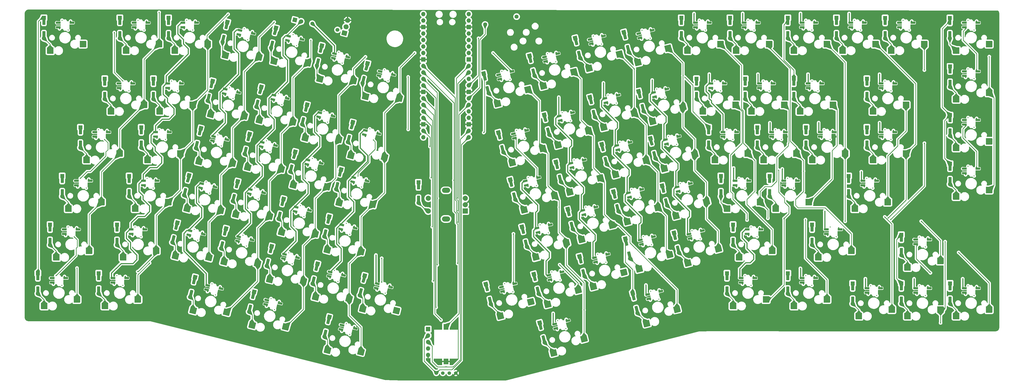
<source format=gbr>
%TF.GenerationSoftware,KiCad,Pcbnew,(7.0.0-0)*%
%TF.CreationDate,2023-04-21T13:34:59-07:00*%
%TF.ProjectId,redherring_v2,72656468-6572-4726-996e-675f76322e6b,rev?*%
%TF.SameCoordinates,Original*%
%TF.FileFunction,Copper,L2,Bot*%
%TF.FilePolarity,Positive*%
%FSLAX46Y46*%
G04 Gerber Fmt 4.6, Leading zero omitted, Abs format (unit mm)*
G04 Created by KiCad (PCBNEW (7.0.0-0)) date 2023-04-21 13:34:59*
%MOMM*%
%LPD*%
G01*
G04 APERTURE LIST*
G04 Aperture macros list*
%AMRoundRect*
0 Rectangle with rounded corners*
0 $1 Rounding radius*
0 $2 $3 $4 $5 $6 $7 $8 $9 X,Y pos of 4 corners*
0 Add a 4 corners polygon primitive as box body*
4,1,4,$2,$3,$4,$5,$6,$7,$8,$9,$2,$3,0*
0 Add four circle primitives for the rounded corners*
1,1,$1+$1,$2,$3*
1,1,$1+$1,$4,$5*
1,1,$1+$1,$6,$7*
1,1,$1+$1,$8,$9*
0 Add four rect primitives between the rounded corners*
20,1,$1+$1,$2,$3,$4,$5,0*
20,1,$1+$1,$4,$5,$6,$7,0*
20,1,$1+$1,$6,$7,$8,$9,0*
20,1,$1+$1,$8,$9,$2,$3,0*%
%AMHorizOval*
0 Thick line with rounded ends*
0 $1 width*
0 $2 $3 position (X,Y) of the first rounded end (center of the circle)*
0 $4 $5 position (X,Y) of the second rounded end (center of the circle)*
0 Add line between two ends*
20,1,$1,$2,$3,$4,$5,0*
0 Add two circle primitives to create the rounded ends*
1,1,$1,$2,$3*
1,1,$1,$4,$5*%
%AMRotRect*
0 Rectangle, with rotation*
0 The origin of the aperture is its center*
0 $1 length*
0 $2 width*
0 $3 Rotation angle, in degrees counterclockwise*
0 Add horizontal line*
21,1,$1,$2,0,0,$3*%
%AMFreePoly0*
4,1,14,0.900000,-0.425000,0.000000,-0.425000,-0.687500,-0.425000,-0.768820,-0.408824,-0.837760,-0.362760,-0.883824,-0.293820,-0.900000,-0.212500,-0.900000,0.212500,-0.883824,0.293820,-0.837760,0.362760,-0.768820,0.408824,-0.687500,0.425000,0.900000,0.425000,0.900000,-0.425000,0.900000,-0.425000,$1*%
%AMFreePoly1*
4,1,32,-0.404802,0.791231,-0.349306,0.721642,-0.341076,0.685586,-0.336278,0.676491,-0.335756,0.662275,-0.329500,0.634865,-0.329500,0.554625,-0.303396,0.491604,-0.252761,0.440969,-0.214208,0.425000,0.687500,0.425000,0.768820,0.408824,0.837760,0.362760,0.883824,0.293820,0.900000,0.212500,0.900000,-0.212500,0.883824,-0.293820,0.837760,-0.362760,0.768820,-0.408824,0.687500,-0.425000,
0.000000,-0.425000,-0.900000,-0.425000,-0.900000,0.425000,-0.895723,0.425000,-0.895987,0.432187,-0.860335,0.513743,-0.711044,0.715723,-0.709694,0.721642,-0.654198,0.791231,-0.574004,0.829851,-0.484996,0.829851,-0.404802,0.791231,-0.404802,0.791231,$1*%
%AMFreePoly2*
4,1,31,-0.450391,0.828391,-0.378813,0.775485,-0.337278,0.696761,-0.334785,0.628847,-0.331799,0.613835,-0.331799,0.578031,-0.304396,0.511874,-0.253761,0.461239,-0.187604,0.433836,-0.151800,0.433836,-0.107378,0.425000,0.687500,0.425000,0.768820,0.408824,0.837760,0.362760,0.883824,0.293820,0.900000,0.212500,0.900000,-0.212500,0.883824,-0.293820,0.837760,-0.362760,0.768820,-0.408824,
0.687500,-0.425000,0.000000,-0.425000,-0.900000,-0.425000,-0.900000,0.425000,-0.895979,0.425000,-0.896987,0.452457,-0.861335,0.534013,-0.691335,0.764013,-0.623828,0.822025,-0.537837,0.845000,-0.450391,0.828391,-0.450391,0.828391,$1*%
%AMFreePoly3*
4,1,13,-1.275000,1.000000,-1.255970,1.095671,-1.201777,1.176777,-1.120671,1.230970,-1.025000,1.250000,1.275000,1.250000,1.275000,-1.250000,-1.025000,-1.250000,-1.120671,-1.230970,-1.201777,-1.176777,-1.255970,-1.095671,-1.275000,-1.000000,-1.275000,1.000000,-1.275000,1.000000,$1*%
%AMFreePoly4*
4,1,13,-1.275000,1.250000,1.025000,1.250000,1.120671,1.230970,1.201777,1.176777,1.255970,1.095671,1.275000,1.000000,1.275000,-1.000000,1.255970,-1.095671,1.201777,-1.176777,1.120671,-1.230970,1.025000,-1.250000,-1.275000,-1.250000,-1.275000,1.250000,-1.275000,1.250000,$1*%
G04 Aperture macros list end*
%TA.AperFunction,ComponentPad*%
%ADD10RotRect,1.650000X1.650000X284.000000*%
%TD*%
%TA.AperFunction,SMDPad,CuDef*%
%ADD11RotRect,1.600000X1.200000X284.000000*%
%TD*%
%TA.AperFunction,SMDPad,CuDef*%
%ADD12RoundRect,0.225000X-0.418293X0.127596X-0.309428X-0.309037X0.418293X-0.127596X0.309428X0.309037X0*%
%TD*%
%TA.AperFunction,ComponentPad*%
%ADD13C,1.650000*%
%TD*%
%TA.AperFunction,ComponentPad*%
%ADD14R,1.650000X1.650000*%
%TD*%
%TA.AperFunction,SMDPad,CuDef*%
%ADD15R,1.200000X1.600000*%
%TD*%
%TA.AperFunction,SMDPad,CuDef*%
%ADD16RoundRect,0.225000X-0.375000X0.225000X-0.375000X-0.225000X0.375000X-0.225000X0.375000X0.225000X0*%
%TD*%
%TA.AperFunction,ComponentPad*%
%ADD17O,1.700000X1.700000*%
%TD*%
%TA.AperFunction,ComponentPad*%
%ADD18R,1.700000X1.700000*%
%TD*%
%TA.AperFunction,ComponentPad*%
%ADD19C,0.400000*%
%TD*%
%TA.AperFunction,SMDPad,CuDef*%
%ADD20FreePoly0,0.000000*%
%TD*%
%TA.AperFunction,SMDPad,CuDef*%
%ADD21FreePoly1,180.000000*%
%TD*%
%TA.AperFunction,SMDPad,CuDef*%
%ADD22FreePoly0,180.000000*%
%TD*%
%TA.AperFunction,SMDPad,CuDef*%
%ADD23FreePoly2,0.000000*%
%TD*%
%TA.AperFunction,SMDPad,CuDef*%
%ADD24FreePoly3,180.000000*%
%TD*%
%TA.AperFunction,SMDPad,CuDef*%
%ADD25FreePoly4,180.000000*%
%TD*%
%TA.AperFunction,SMDPad,CuDef*%
%ADD26FreePoly0,14.000000*%
%TD*%
%TA.AperFunction,SMDPad,CuDef*%
%ADD27FreePoly1,194.000000*%
%TD*%
%TA.AperFunction,SMDPad,CuDef*%
%ADD28FreePoly0,194.000000*%
%TD*%
%TA.AperFunction,SMDPad,CuDef*%
%ADD29FreePoly2,14.000000*%
%TD*%
%TA.AperFunction,SMDPad,CuDef*%
%ADD30FreePoly3,194.000000*%
%TD*%
%TA.AperFunction,SMDPad,CuDef*%
%ADD31FreePoly4,194.000000*%
%TD*%
%TA.AperFunction,ComponentPad*%
%ADD32RotRect,1.650000X1.650000X256.000000*%
%TD*%
%TA.AperFunction,SMDPad,CuDef*%
%ADD33RotRect,1.600000X1.200000X256.000000*%
%TD*%
%TA.AperFunction,SMDPad,CuDef*%
%ADD34RoundRect,0.225000X-0.309428X0.309037X-0.418293X-0.127596X0.309428X-0.309037X0.418293X0.127596X0*%
%TD*%
%TA.AperFunction,SMDPad,CuDef*%
%ADD35FreePoly0,346.000000*%
%TD*%
%TA.AperFunction,SMDPad,CuDef*%
%ADD36FreePoly1,166.000000*%
%TD*%
%TA.AperFunction,SMDPad,CuDef*%
%ADD37FreePoly0,166.000000*%
%TD*%
%TA.AperFunction,SMDPad,CuDef*%
%ADD38FreePoly2,346.000000*%
%TD*%
%TA.AperFunction,SMDPad,CuDef*%
%ADD39FreePoly3,166.000000*%
%TD*%
%TA.AperFunction,SMDPad,CuDef*%
%ADD40FreePoly4,166.000000*%
%TD*%
%TA.AperFunction,SMDPad,CuDef*%
%ADD41R,1.955800X2.311400*%
%TD*%
%TA.AperFunction,WasherPad*%
%ADD42O,3.200000X2.000000*%
%TD*%
%TA.AperFunction,ComponentPad*%
%ADD43R,2.000000X2.000000*%
%TD*%
%TA.AperFunction,ComponentPad*%
%ADD44C,2.000000*%
%TD*%
%TA.AperFunction,ComponentPad*%
%ADD45C,1.600000*%
%TD*%
%TA.AperFunction,ComponentPad*%
%ADD46HorizOval,1.600000X0.000000X0.000000X0.000000X0.000000X0*%
%TD*%
%TA.AperFunction,ComponentPad*%
%ADD47C,1.397000*%
%TD*%
%TA.AperFunction,ComponentPad*%
%ADD48C,1.524000*%
%TD*%
%TA.AperFunction,ComponentPad*%
%ADD49RotRect,1.700000X1.700000X76.000000*%
%TD*%
%TA.AperFunction,ComponentPad*%
%ADD50HorizOval,1.700000X0.000000X0.000000X0.000000X0.000000X0*%
%TD*%
%TA.AperFunction,ComponentPad*%
%ADD51RotRect,1.905000X2.000000X76.000000*%
%TD*%
%TA.AperFunction,ComponentPad*%
%ADD52HorizOval,1.905000X-0.046089X0.011491X0.046089X-0.011491X0*%
%TD*%
%TA.AperFunction,ViaPad*%
%ADD53C,0.400000*%
%TD*%
%TA.AperFunction,ViaPad*%
%ADD54C,0.800000*%
%TD*%
%TA.AperFunction,Conductor*%
%ADD55C,0.250000*%
%TD*%
%TA.AperFunction,Conductor*%
%ADD56C,0.400000*%
%TD*%
G04 APERTURE END LIST*
D10*
%TO.P,D49,1,K*%
%TO.N,row5*%
X223109902Y-150255439D03*
D11*
X223412305Y-151468309D03*
D12*
X223678420Y-152535635D03*
%TO.P,D49,2,A*%
%TO.N,Net-(D49-A)*%
X224476762Y-155737611D03*
D11*
X224730779Y-156756420D03*
D13*
X225045279Y-158017806D03*
%TD*%
D14*
%TO.P,D68,1,K*%
%TO.N,row7*%
X353492499Y-73729999D03*
D15*
X353492499Y-74979999D03*
D16*
X353492500Y-76080000D03*
%TO.P,D68,2,A*%
%TO.N,Net-(D68-A)*%
X353492500Y-79380000D03*
D15*
X353492499Y-80429999D03*
D13*
X353492500Y-81730000D03*
%TD*%
D10*
%TO.P,D9,1,K*%
%TO.N,row1*%
X239339415Y-57859614D03*
D11*
X239641818Y-59072484D03*
D12*
X239907933Y-60139810D03*
%TO.P,D9,2,A*%
%TO.N,Net-(D9-A)*%
X240706275Y-63341786D03*
D11*
X240960292Y-64360595D03*
D13*
X241274792Y-65621981D03*
%TD*%
D17*
%TO.P,U3,1,GPIO0*%
%TO.N,col1*%
X179899169Y-48422499D03*
%TO.P,U3,2,GPIO1*%
%TO.N,col2*%
X179899169Y-50962499D03*
D18*
%TO.P,U3,3,GND*%
%TO.N,GND*%
X179899169Y-53502499D03*
D17*
%TO.P,U3,4,GPIO2*%
%TO.N,col3*%
X179899169Y-56042499D03*
%TO.P,U3,5,GPIO3*%
%TO.N,col4*%
X179899169Y-58582499D03*
%TO.P,U3,6,GPIO4*%
%TO.N,col5*%
X179899169Y-61122499D03*
%TO.P,U3,7,GPIO5*%
%TO.N,col6*%
X179899169Y-63662499D03*
D18*
%TO.P,U3,8,GND*%
%TO.N,GND*%
X179899169Y-66202499D03*
D17*
%TO.P,U3,9,GPIO6*%
%TO.N,col7*%
X179899169Y-68742499D03*
%TO.P,U3,10,GPIO7*%
%TO.N,row9*%
X179899169Y-71282499D03*
%TO.P,U3,11,GPIO8*%
%TO.N,SW89A*%
X179899169Y-73822499D03*
%TO.P,U3,12,GPIO9*%
%TO.N,col8*%
X179899169Y-76362499D03*
D18*
%TO.P,U3,13,GND*%
%TO.N,GND*%
X179899169Y-78902499D03*
D17*
%TO.P,U3,14,GPIO10*%
%TO.N,row6*%
X179899169Y-81442499D03*
%TO.P,U3,15,GPIO11*%
%TO.N,row5*%
X179899169Y-83982499D03*
%TO.P,U3,16,GPIO12*%
%TO.N,row4*%
X179899169Y-86522499D03*
%TO.P,U3,17,GPIO13*%
%TO.N,row3*%
X179899169Y-89062499D03*
D18*
%TO.P,U3,18,GND*%
%TO.N,GND*%
X179899169Y-91602499D03*
D17*
%TO.P,U3,19,GPIO14*%
%TO.N,row2*%
X179899169Y-94142499D03*
%TO.P,U3,20,GPIO15*%
%TO.N,row1*%
X179899169Y-96682499D03*
%TO.P,U3,21,GPIO16*%
%TO.N,SDA*%
X197679169Y-96682499D03*
%TO.P,U3,22,GPIO17*%
%TO.N,SCL*%
X197679169Y-94142499D03*
D18*
%TO.P,U3,23,GND*%
%TO.N,GND*%
X197679169Y-91602499D03*
D17*
%TO.P,U3,24,GPIO18*%
%TO.N,row8*%
X197679169Y-89062499D03*
%TO.P,U3,25,GPIO19*%
%TO.N,col10*%
X197679169Y-86522499D03*
%TO.P,U3,26,GPIO20*%
%TO.N,SPEAKER*%
X197679169Y-83982499D03*
%TO.P,U3,27,GPIO21*%
%TO.N,SOLENOID_CONTROL*%
X197679169Y-81442499D03*
D18*
%TO.P,U3,28,GND*%
%TO.N,GND*%
X197679169Y-78902499D03*
D17*
%TO.P,U3,29,GPIO22*%
%TO.N,row7*%
X197679169Y-76362499D03*
%TO.P,U3,30,RUN*%
%TO.N,unconnected-(U3-RUN-Pad30)*%
X197679169Y-73822499D03*
%TO.P,U3,31,GPIO26_ADC0*%
%TO.N,encB*%
X197679169Y-71282499D03*
%TO.P,U3,32,GPIO27_ADC1*%
%TO.N,encA*%
X197679169Y-68742499D03*
D18*
%TO.P,U3,33,AGND*%
%TO.N,unconnected-(U3-AGND-Pad33)*%
X197679169Y-66202499D03*
D17*
%TO.P,U3,34,GPIO28_ADC2*%
%TO.N,LED*%
X197679169Y-63662499D03*
%TO.P,U3,35,ADC_VREF*%
%TO.N,unconnected-(U3-ADC_VREF-Pad35)*%
X197679169Y-61122499D03*
%TO.P,U3,36,3V3*%
%TO.N,unconnected-(U3-3V3-Pad36)*%
X197679169Y-58582499D03*
%TO.P,U3,37,3V3_EN*%
%TO.N,unconnected-(U3-3V3_EN-Pad37)*%
X197679169Y-56042499D03*
D18*
%TO.P,U3,38,GND*%
%TO.N,GND*%
X197679169Y-53502499D03*
D17*
%TO.P,U3,39,VSYS*%
%TO.N,unconnected-(U3-VSYS-Pad39)*%
X197679169Y-50962499D03*
%TO.P,U3,40,VBUS*%
%TO.N,VDD*%
X197679169Y-48422499D03*
%TD*%
D10*
%TO.P,D18,1,K*%
%TO.N,row2*%
X227192123Y-87883910D03*
D11*
X227494526Y-89096780D03*
D12*
X227760641Y-90164106D03*
%TO.P,D18,2,A*%
%TO.N,Net-(D18-A)*%
X228558983Y-93366082D03*
D11*
X228813000Y-94384891D03*
D13*
X229127500Y-95646277D03*
%TD*%
D19*
%TO.P,SW84,1,VDD*%
%TO.N,VDD*%
X303708750Y-151860135D03*
D20*
X304279250Y-151860135D03*
D21*
%TO.P,SW84,2,DOUT*%
%TO.N,Net-(SW58B-DIN)*%
X304279250Y-153610135D03*
D19*
X304808750Y-154245000D03*
X305798750Y-150885000D03*
D22*
%TO.P,SW84,3,GND*%
%TO.N,GND*%
X309679250Y-153605135D03*
D19*
%TO.P,SW84,4,DIN*%
%TO.N,Net-(SW84B-DIN)*%
X308158750Y-154725000D03*
X309148750Y-151215000D03*
D23*
X309679250Y-151860135D03*
D24*
%TO.P,SW84,5*%
%TO.N,col4*%
X314063749Y-160244999D03*
D25*
%TO.P,SW84,6*%
%TO.N,Net-(D84-A)*%
X301136749Y-162784999D03*
%TD*%
D10*
%TO.P,D60,1,K*%
%TO.N,row6*%
X277986227Y-134119086D03*
D11*
X278288630Y-135331956D03*
D12*
X278554745Y-136399282D03*
%TO.P,D60,2,A*%
%TO.N,Net-(D60-A)*%
X279353087Y-139601258D03*
D11*
X279607104Y-140620067D03*
D13*
X279921604Y-141881453D03*
%TD*%
D19*
%TO.P,SW49,1,VDD*%
%TO.N,VDD*%
X228394328Y-150896570D03*
D26*
X228947882Y-150758554D03*
D27*
%TO.P,SW49,2,DOUT*%
%TO.N,Net-(SW49B-DOUT)*%
X229371245Y-152456571D03*
D19*
X230038605Y-152944480D03*
X230186340Y-149444784D03*
D28*
%TO.P,SW49,3,GND*%
%TO.N,GND*%
X234609632Y-151145341D03*
D19*
%TO.P,SW49,4,DIN*%
%TO.N,Net-(SW48B-DOUT)*%
X233405218Y-152599784D03*
X233516665Y-148954543D03*
D29*
X234187479Y-149452175D03*
D30*
%TO.P,SW49,5*%
%TO.N,SW89A*%
X240470222Y-156527267D03*
D31*
%TO.P,SW49,6*%
%TO.N,Net-(D49-A)*%
X228541691Y-162119142D03*
%TD*%
D32*
%TO.P,D24,1,K*%
%TO.N,row3*%
X111867071Y-95448915D03*
D33*
X111564668Y-96661785D03*
D34*
X111298555Y-97729111D03*
%TO.P,D24,2,A*%
%TO.N,Net-(D24-A)*%
X110500213Y-100931087D03*
D33*
X110246194Y-101949896D03*
D13*
X109931696Y-103211282D03*
%TD*%
D19*
%TO.P,SW25,1,VDD*%
%TO.N,VDD*%
X134147445Y-105427005D03*
D35*
X134700999Y-105565021D03*
D36*
%TO.P,SW25,2,DOUT*%
%TO.N,Net-(SW25B-DOUT)*%
X134277635Y-107263039D03*
D19*
X134637819Y-108007143D03*
X136411269Y-104986452D03*
D37*
%TO.P,SW25,3,GND*%
%TO.N,GND*%
X139518442Y-108564566D03*
D19*
%TO.P,SW25,4,DIN*%
%TO.N,Net-(SW24B-DOUT)*%
X137772187Y-109283324D03*
X139581926Y-106117088D03*
D38*
X139940595Y-106871400D03*
D39*
%TO.P,SW25,5*%
%TO.N,col5*%
X142166374Y-116067904D03*
D40*
%TO.P,SW25,6*%
%TO.N,Net-(D25-A)*%
X129008879Y-115405131D03*
%TD*%
D10*
%TO.P,D48,1,K*%
%TO.N,row5*%
X204380784Y-154211356D03*
D11*
X204683187Y-155424226D03*
D12*
X204949302Y-156491552D03*
%TO.P,D48,2,A*%
%TO.N,Net-(D48-A)*%
X205747644Y-159693528D03*
D11*
X206001661Y-160712337D03*
D13*
X206316161Y-161973723D03*
%TD*%
D10*
%TO.P,D28,1,K*%
%TO.N,row3*%
X231800735Y-106368043D03*
D11*
X232103138Y-107580913D03*
D12*
X232369253Y-108648239D03*
%TO.P,D28,2,A*%
%TO.N,Net-(D28-A)*%
X233167595Y-111850215D03*
D11*
X233421612Y-112869024D03*
D13*
X233736112Y-114130410D03*
%TD*%
D14*
%TO.P,D88,1,K*%
%TO.N,row9*%
X386036249Y-153898749D03*
D15*
X386036249Y-155148749D03*
D16*
X386036250Y-156248750D03*
%TO.P,D88,2,A*%
%TO.N,Net-(D88-A)*%
X386036250Y-159548750D03*
D15*
X386036249Y-160598749D03*
D13*
X386036250Y-161898750D03*
%TD*%
D14*
%TO.P,D11,1,K*%
%TO.N,row2*%
X55200839Y-73729999D03*
D15*
X55200839Y-74979999D03*
D16*
X55200840Y-76080000D03*
%TO.P,D11,2,A*%
%TO.N,Net-(D11-A)*%
X55200840Y-79380000D03*
D15*
X55200839Y-80429999D03*
D13*
X55200840Y-81730000D03*
%TD*%
D32*
%TO.P,D16,1,K*%
%TO.N,row2*%
X152291797Y-90803039D03*
D33*
X151989394Y-92015909D03*
D34*
X151723281Y-93083235D03*
%TO.P,D16,2,A*%
%TO.N,Net-(D16-A)*%
X150924939Y-96285211D03*
D33*
X150670920Y-97304020D03*
D13*
X150356422Y-98565406D03*
%TD*%
D19*
%TO.P,SW87,1,VDD*%
%TO.N,VDD*%
X371971250Y-155828885D03*
D20*
X372541750Y-155828885D03*
D21*
%TO.P,SW87,2,DOUT*%
%TO.N,Net-(SW86B-DIN)*%
X372541750Y-157578885D03*
D19*
X373071250Y-158213750D03*
X374061250Y-154853750D03*
D22*
%TO.P,SW87,3,GND*%
%TO.N,GND*%
X377941750Y-157573885D03*
D19*
%TO.P,SW87,4,DIN*%
%TO.N,Net-(SW87B-DIN)*%
X376421250Y-158693750D03*
X377411250Y-155183750D03*
D23*
X377941750Y-155828885D03*
D24*
%TO.P,SW87,5*%
%TO.N,col7*%
X382326249Y-164213749D03*
D25*
%TO.P,SW87,6*%
%TO.N,Net-(D87-A)*%
X369399249Y-166753749D03*
%TD*%
D14*
%TO.P,D12,1,K*%
%TO.N,row2*%
X74250839Y-73729999D03*
D15*
X74250839Y-74979999D03*
D16*
X74250840Y-76080000D03*
%TO.P,D12,2,A*%
%TO.N,Net-(D12-A)*%
X74250840Y-79380000D03*
D15*
X74250839Y-80429999D03*
D13*
X74250840Y-81730000D03*
%TD*%
D14*
%TO.P,D52,1,K*%
%TO.N,row6*%
X29007089Y-149929999D03*
D15*
X29007089Y-151179999D03*
D16*
X29007090Y-152280000D03*
%TO.P,D52,2,A*%
%TO.N,Net-(D52-A)*%
X29007090Y-155580000D03*
D15*
X29007089Y-156629999D03*
D13*
X29007090Y-157930000D03*
%TD*%
D19*
%TO.P,SW8,1,VDD*%
%TO.N,VDD*%
X226715784Y-65419874D03*
D26*
X227269338Y-65281858D03*
D27*
%TO.P,SW8,2,DOUT*%
%TO.N,Net-(SW8B-DOUT)*%
X227692701Y-66979875D03*
D19*
X228360061Y-67467784D03*
X228507796Y-63968088D03*
D28*
%TO.P,SW8,3,GND*%
%TO.N,GND*%
X232931088Y-65668645D03*
D19*
%TO.P,SW8,4,DIN*%
%TO.N,Net-(SW7B-DOUT)*%
X231726674Y-67123088D03*
X231838121Y-63477847D03*
D29*
X232508935Y-63975479D03*
D30*
%TO.P,SW8,5*%
%TO.N,col8*%
X238791678Y-71050571D03*
D31*
%TO.P,SW8,6*%
%TO.N,Net-(D8-A)*%
X226863147Y-76642446D03*
%TD*%
D32*
%TO.P,D5,1,K*%
%TO.N,row1*%
X140150895Y-60821356D03*
D33*
X139848492Y-62034226D03*
D34*
X139582379Y-63101552D03*
%TO.P,D5,2,A*%
%TO.N,Net-(D5-A)*%
X138784037Y-66303528D03*
D33*
X138530018Y-67322337D03*
D13*
X138215520Y-68583723D03*
%TD*%
D19*
%TO.P,SW27,1,VDD*%
%TO.N,VDD*%
X219177104Y-113928303D03*
D26*
X219730658Y-113790287D03*
D27*
%TO.P,SW27,2,DOUT*%
%TO.N,Net-(SW27B-DOUT)*%
X220154021Y-115488304D03*
D19*
X220821381Y-115976213D03*
X220969116Y-112476517D03*
D28*
%TO.P,SW27,3,GND*%
%TO.N,GND*%
X225392408Y-114177074D03*
D19*
%TO.P,SW27,4,DIN*%
%TO.N,Net-(SW17B-DOUT)*%
X224187994Y-115631517D03*
X224299441Y-111986276D03*
D29*
X224970255Y-112483908D03*
D30*
%TO.P,SW27,5*%
%TO.N,col7*%
X231252998Y-119559000D03*
D31*
%TO.P,SW27,6*%
%TO.N,Net-(D27-A)*%
X219324467Y-125150875D03*
%TD*%
D32*
%TO.P,D33,1,K*%
%TO.N,row4*%
X88198249Y-111634953D03*
D33*
X87895846Y-112847823D03*
D34*
X87629733Y-113915149D03*
%TO.P,D33,2,A*%
%TO.N,Net-(D33-A)*%
X86831391Y-117117125D03*
D33*
X86577372Y-118135934D03*
D13*
X86262874Y-119397320D03*
%TD*%
D14*
%TO.P,D70,1,K*%
%TO.N,row7*%
X360655839Y-49944999D03*
D15*
X360655839Y-51194999D03*
D16*
X360655840Y-52295000D03*
%TO.P,D70,2,A*%
%TO.N,Net-(D70-A)*%
X360655840Y-55595000D03*
D15*
X360655839Y-56644999D03*
D13*
X360655840Y-57945000D03*
%TD*%
D19*
%TO.P,SW17,1,VDD*%
%TO.N,VDD*%
X214568492Y-95444170D03*
D26*
X215122046Y-95306154D03*
D27*
%TO.P,SW17,2,DOUT*%
%TO.N,Net-(SW17B-DOUT)*%
X215545409Y-97004171D03*
D19*
X216212769Y-97492080D03*
X216360504Y-93992384D03*
D28*
%TO.P,SW17,3,GND*%
%TO.N,GND*%
X220783796Y-95692941D03*
D19*
%TO.P,SW17,4,DIN*%
%TO.N,Net-(SW17B-DIN)*%
X219579382Y-97147384D03*
X219690829Y-93502143D03*
D29*
X220361643Y-93999775D03*
D30*
%TO.P,SW17,5*%
%TO.N,col7*%
X226644386Y-101074867D03*
D31*
%TO.P,SW17,6*%
%TO.N,Net-(D17-A)*%
X214715855Y-106666742D03*
%TD*%
D14*
%TO.P,D76,1,K*%
%TO.N,row8*%
X296342499Y-111829999D03*
D15*
X296342499Y-113079999D03*
D16*
X296342500Y-114180000D03*
%TO.P,D76,2,A*%
%TO.N,Net-(D76-A)*%
X296342500Y-117480000D03*
D15*
X296342499Y-118529999D03*
D13*
X296342500Y-119830000D03*
%TD*%
D14*
%TO.P,D65,1,K*%
%TO.N,row7*%
X286817499Y-73729999D03*
D15*
X286817499Y-74979999D03*
D16*
X286817500Y-76080000D03*
%TO.P,D65,2,A*%
%TO.N,Net-(D65-A)*%
X286817500Y-79380000D03*
D15*
X286817499Y-80429999D03*
D13*
X286817500Y-81730000D03*
%TD*%
D19*
%TO.P,SW32,1,VDD*%
%TO.N,VDD*%
X69710840Y-113760135D03*
D20*
X70281340Y-113760135D03*
D21*
%TO.P,SW32,2,DOUT*%
%TO.N,Net-(SW31B-DIN)*%
X70281340Y-115510135D03*
D19*
X70810840Y-116145000D03*
X71800840Y-112785000D03*
D22*
%TO.P,SW32,3,GND*%
%TO.N,GND*%
X75681340Y-115505135D03*
D19*
%TO.P,SW32,4,DIN*%
%TO.N,Net-(SW32B-DIN)*%
X74160840Y-116625000D03*
X75150840Y-113115000D03*
D23*
X75681340Y-113760135D03*
D24*
%TO.P,SW32,5*%
%TO.N,col2*%
X80065839Y-122144999D03*
D25*
%TO.P,SW32,6*%
%TO.N,Net-(D32-A)*%
X67138839Y-124684999D03*
%TD*%
D19*
%TO.P,LS1,1,1*%
%TO.N,SPEAKER*%
X188741340Y-170920500D03*
D41*
X188741339Y-170920499D03*
D19*
%TO.P,LS1,2,2*%
%TO.N,GND*%
X188741340Y-184509500D03*
D41*
X188741339Y-184509499D03*
%TD*%
D32*
%TO.P,D34,1,K*%
%TO.N,row4*%
X107258459Y-113933048D03*
D33*
X106956056Y-115145918D03*
D34*
X106689943Y-116213244D03*
%TO.P,D34,2,A*%
%TO.N,Net-(D34-A)*%
X105891601Y-119415220D03*
D33*
X105637582Y-120434029D03*
D13*
X105323084Y-121695415D03*
%TD*%
D32*
%TO.P,D47,1,K*%
%TO.N,row5*%
X156950094Y-150864052D03*
D33*
X156647691Y-152076922D03*
D34*
X156381578Y-153144248D03*
%TO.P,D47,2,A*%
%TO.N,Net-(D47-A)*%
X155583236Y-156346224D03*
D33*
X155329217Y-157365033D03*
D13*
X155014719Y-158626419D03*
%TD*%
D10*
%TO.P,D58,1,K*%
%TO.N,row6*%
X261800188Y-157787909D03*
D11*
X262102591Y-159000779D03*
D12*
X262368706Y-160068105D03*
%TO.P,D58,2,A*%
%TO.N,Net-(D58-A)*%
X263167048Y-163270081D03*
D11*
X263421065Y-164288890D03*
D13*
X263735565Y-165550276D03*
%TD*%
D14*
%TO.P,D22,1,K*%
%TO.N,row3*%
X69488339Y-92779999D03*
D15*
X69488339Y-94029999D03*
D16*
X69488340Y-95130000D03*
%TO.P,D22,2,A*%
%TO.N,Net-(D22-A)*%
X69488340Y-98430000D03*
D15*
X69488339Y-99479999D03*
D13*
X69488340Y-100780000D03*
%TD*%
D10*
%TO.P,D10,1,K*%
%TO.N,row1*%
X258399625Y-55561519D03*
D11*
X258702028Y-56774389D03*
D12*
X258968143Y-57841715D03*
%TO.P,D10,2,A*%
%TO.N,Net-(D10-A)*%
X259766485Y-61043691D03*
D11*
X260020502Y-62062500D03*
D13*
X260335002Y-63323886D03*
%TD*%
D19*
%TO.P,SW77,1,VDD*%
%TO.N,VDD*%
X320377500Y-113760135D03*
D20*
X320948000Y-113760135D03*
D21*
%TO.P,SW77,2,DOUT*%
%TO.N,Net-(SW76B-DIN)*%
X320948000Y-115510135D03*
D19*
X321477500Y-116145000D03*
X322467500Y-112785000D03*
D22*
%TO.P,SW77,3,GND*%
%TO.N,GND*%
X326348000Y-115505135D03*
D19*
%TO.P,SW77,4,DIN*%
%TO.N,Net-(SW77B-DIN)*%
X324827500Y-116625000D03*
X325817500Y-113115000D03*
D23*
X326348000Y-113760135D03*
D24*
%TO.P,SW77,5*%
%TO.N,col7*%
X330732499Y-122144999D03*
D25*
%TO.P,SW77,6*%
%TO.N,Net-(D77-A)*%
X317805499Y-124684999D03*
%TD*%
D19*
%TO.P,SW76,1,VDD*%
%TO.N,VDD*%
X301327500Y-113760135D03*
D20*
X301898000Y-113760135D03*
D21*
%TO.P,SW76,2,DOUT*%
%TO.N,Net-(SW40B-DIN)*%
X301898000Y-115510135D03*
D19*
X302427500Y-116145000D03*
X303417500Y-112785000D03*
D22*
%TO.P,SW76,3,GND*%
%TO.N,GND*%
X307298000Y-115505135D03*
D19*
%TO.P,SW76,4,DIN*%
%TO.N,Net-(SW76B-DIN)*%
X305777500Y-116625000D03*
X306767500Y-113115000D03*
D23*
X307298000Y-113760135D03*
D24*
%TO.P,SW76,5*%
%TO.N,col6*%
X311682499Y-122144999D03*
D25*
%TO.P,SW76,6*%
%TO.N,Net-(D76-A)*%
X298755499Y-124684999D03*
%TD*%
D19*
%TO.P,SW58,1,VDD*%
%TO.N,VDD*%
X267084614Y-158429040D03*
D26*
X267638168Y-158291024D03*
D27*
%TO.P,SW58,2,DOUT*%
%TO.N,Net-(SW57B-DIN)*%
X268061531Y-159989041D03*
D19*
X268728891Y-160476950D03*
X268876626Y-156977254D03*
D28*
%TO.P,SW58,3,GND*%
%TO.N,GND*%
X273299918Y-158677811D03*
D19*
%TO.P,SW58,4,DIN*%
%TO.N,Net-(SW58B-DIN)*%
X272095504Y-160132254D03*
X272206951Y-156487013D03*
D29*
X272877765Y-156984645D03*
D30*
%TO.P,SW58,5*%
%TO.N,col8*%
X279160508Y-164059737D03*
D31*
%TO.P,SW58,6*%
%TO.N,Net-(D58-A)*%
X267231977Y-169651612D03*
%TD*%
D32*
%TO.P,D44,1,K*%
%TO.N,row5*%
X102649847Y-132417182D03*
D33*
X102347444Y-133630052D03*
D34*
X102081331Y-134697378D03*
%TO.P,D44,2,A*%
%TO.N,Net-(D44-A)*%
X101282989Y-137899354D03*
D33*
X101028970Y-138918163D03*
D13*
X100714472Y-140179549D03*
%TD*%
D19*
%TO.P,SW42,1,VDD*%
%TO.N,VDD*%
X64948340Y-132810135D03*
D20*
X65518840Y-132810135D03*
D21*
%TO.P,SW42,2,DOUT*%
%TO.N,Net-(SW42B-DOUT)*%
X65518840Y-134560135D03*
D19*
X66048340Y-135195000D03*
X67038340Y-131835000D03*
D22*
%TO.P,SW42,3,GND*%
%TO.N,GND*%
X70918840Y-134555135D03*
D19*
%TO.P,SW42,4,DIN*%
%TO.N,Net-(SW41B-DOUT)*%
X69398340Y-135675000D03*
X70388340Y-132165000D03*
D23*
X70918840Y-132810135D03*
D24*
%TO.P,SW42,5*%
%TO.N,col2*%
X75303339Y-141194999D03*
D25*
%TO.P,SW42,6*%
%TO.N,Net-(D42-A)*%
X62376339Y-143734999D03*
%TD*%
D32*
%TO.P,D43,1,K*%
%TO.N,row5*%
X83589636Y-130119086D03*
D33*
X83287233Y-131331956D03*
D34*
X83021120Y-132399282D03*
%TO.P,D43,2,A*%
%TO.N,Net-(D43-A)*%
X82222778Y-135601258D03*
D33*
X81968759Y-136620067D03*
D13*
X81654261Y-137881453D03*
%TD*%
D14*
%TO.P,D72,1,K*%
%TO.N,row8*%
X310629999Y-92779999D03*
D15*
X310629999Y-94029999D03*
D16*
X310630000Y-95130000D03*
%TO.P,D72,2,A*%
%TO.N,Net-(D72-A)*%
X310630000Y-98430000D03*
D15*
X310629999Y-99479999D03*
D13*
X310630000Y-100780000D03*
%TD*%
D19*
%TO.P,SW80,1,VDD*%
%TO.N,VDD*%
X391021750Y-51847135D03*
D20*
X391592250Y-51847135D03*
D21*
%TO.P,SW80,2,DOUT*%
%TO.N,Net-(SW69B-DIN)*%
X391592250Y-53597135D03*
D19*
X392121750Y-54232000D03*
X393111750Y-50872000D03*
D22*
%TO.P,SW80,3,GND*%
%TO.N,GND*%
X396992250Y-53592135D03*
D19*
%TO.P,SW80,4,DIN*%
%TO.N,Net-(SW70B-DOUT)*%
X395471750Y-54712000D03*
X396461750Y-51202000D03*
D23*
X396992250Y-51847135D03*
D24*
%TO.P,SW80,5*%
%TO.N,col10*%
X401376749Y-60231999D03*
D25*
%TO.P,SW80,6*%
%TO.N,Net-(D80-A)*%
X388449749Y-62771999D03*
%TD*%
D19*
%TO.P,SW12,1,VDD*%
%TO.N,VDD*%
X79235840Y-75660135D03*
D20*
X79806340Y-75660135D03*
D21*
%TO.P,SW12,2,DOUT*%
%TO.N,Net-(SW11B-DIN)*%
X79806340Y-77410135D03*
D19*
X80335840Y-78045000D03*
X81325840Y-74685000D03*
D22*
%TO.P,SW12,3,GND*%
%TO.N,GND*%
X85206340Y-77405135D03*
D19*
%TO.P,SW12,4,DIN*%
%TO.N,Net-(SW12B-DIN)*%
X83685840Y-78525000D03*
X84675840Y-75015000D03*
D23*
X85206340Y-75660135D03*
D24*
%TO.P,SW12,5*%
%TO.N,col2*%
X89590839Y-84044999D03*
D25*
%TO.P,SW12,6*%
%TO.N,Net-(D12-A)*%
X76663839Y-86584999D03*
%TD*%
D19*
%TO.P,SW23,1,VDD*%
%TO.N,VDD*%
X97179178Y-96209781D03*
D35*
X97732732Y-96347797D03*
D36*
%TO.P,SW23,2,DOUT*%
%TO.N,Net-(SW23B-DOUT)*%
X97309368Y-98045815D03*
D19*
X97669552Y-98789919D03*
X99443002Y-95769228D03*
D37*
%TO.P,SW23,3,GND*%
%TO.N,GND*%
X102550175Y-99347342D03*
D19*
%TO.P,SW23,4,DIN*%
%TO.N,Net-(SW22B-DOUT)*%
X100803920Y-100066100D03*
X102613659Y-96899864D03*
D38*
X102972328Y-97654176D03*
D39*
%TO.P,SW23,5*%
%TO.N,col3*%
X105198107Y-106850680D03*
D40*
%TO.P,SW23,6*%
%TO.N,Net-(D23-A)*%
X92040612Y-106187907D03*
%TD*%
D10*
%TO.P,D20,1,K*%
%TO.N,row2*%
X264160390Y-78666686D03*
D11*
X264462793Y-79879556D03*
D12*
X264728908Y-80946882D03*
%TO.P,D20,2,A*%
%TO.N,Net-(D20-A)*%
X265527250Y-84148858D03*
D11*
X265781267Y-85167667D03*
D13*
X266095767Y-86429053D03*
%TD*%
D42*
%TO.P,SWLH_ROT1,*%
%TO.N,*%
X188789169Y-128684999D03*
X188789169Y-117484999D03*
D43*
%TO.P,SWLH_ROT1,A,A*%
%TO.N,encA*%
X196289169Y-125584999D03*
D44*
%TO.P,SWLH_ROT1,B,B*%
%TO.N,encB*%
X196289170Y-120585000D03*
%TO.P,SWLH_ROT1,C,C*%
%TO.N,GND*%
X196289170Y-123085000D03*
%TO.P,SWLH_ROT1,S1,S1*%
%TO.N,SW89A*%
X181789170Y-120585000D03*
%TO.P,SWLH_ROT1,S2,S2*%
%TO.N,SW89B*%
X181789170Y-125585000D03*
%TD*%
D45*
%TO.P,R10,1*%
%TO.N,Net-(Q2-B)*%
X216395840Y-49455000D03*
D46*
%TO.P,R10,2*%
%TO.N,SOLENOID_CONTROL*%
X204073083Y-52527407D03*
%TD*%
D10*
%TO.P,D7,1,K*%
%TO.N,row1*%
X203523301Y-71697872D03*
D11*
X203825704Y-72910742D03*
D12*
X204091819Y-73978068D03*
%TO.P,D7,2,A*%
%TO.N,Net-(D7-A)*%
X204890161Y-77180044D03*
D11*
X205144178Y-78198853D03*
D13*
X205458678Y-79460239D03*
%TD*%
D19*
%TO.P,SW48,1,VDD*%
%TO.N,VDD*%
X209910195Y-155505183D03*
D26*
X210463749Y-155367167D03*
D27*
%TO.P,SW48,2,DOUT*%
%TO.N,Net-(SW48B-DOUT)*%
X210887112Y-157065184D03*
D19*
X211554472Y-157553093D03*
X211702207Y-154053397D03*
D28*
%TO.P,SW48,3,GND*%
%TO.N,GND*%
X216125499Y-155753954D03*
D19*
%TO.P,SW48,4,DIN*%
%TO.N,Net-(SW37B-DOUT)*%
X214921085Y-157208397D03*
X215032532Y-153563156D03*
D29*
X215703346Y-154060788D03*
D30*
%TO.P,SW48,5*%
%TO.N,col8*%
X221986089Y-161135880D03*
D31*
%TO.P,SW48,6*%
%TO.N,Net-(D48-A)*%
X210057558Y-166727755D03*
%TD*%
D19*
%TO.P,SW82,1,VDD*%
%TO.N,VDD*%
X337046250Y-132810135D03*
D20*
X337616750Y-132810135D03*
D21*
%TO.P,SW82,2,DOUT*%
%TO.N,Net-(SW82B-DOUT)*%
X337616750Y-134560135D03*
D19*
X338146250Y-135195000D03*
X339136250Y-131835000D03*
D22*
%TO.P,SW82,3,GND*%
%TO.N,GND*%
X343016750Y-134555135D03*
D19*
%TO.P,SW82,4,DIN*%
%TO.N,Net-(SW81B-DOUT)*%
X341496250Y-135675000D03*
X342486250Y-132165000D03*
D23*
X343016750Y-132810135D03*
D24*
%TO.P,SW82,5*%
%TO.N,col2*%
X347401249Y-141194999D03*
D25*
%TO.P,SW82,6*%
%TO.N,Net-(D82-A)*%
X334474249Y-143734999D03*
%TD*%
D47*
%TO.P,OL1,1,SDA*%
%TO.N,SDA*%
X184979169Y-189047500D03*
X184979170Y-189047500D03*
%TO.P,OL1,2,SCL*%
%TO.N,SCL*%
X187519169Y-189047500D03*
X187519170Y-189047500D03*
%TO.P,OL1,3,VCC*%
%TO.N,VDD*%
X190059169Y-189047500D03*
X190059170Y-189047500D03*
%TO.P,OL1,4,GND*%
%TO.N,GND*%
X192599169Y-189047500D03*
X192599170Y-189047500D03*
%TD*%
D10*
%TO.P,D59,1,K*%
%TO.N,row6*%
X258926016Y-136417182D03*
D11*
X259228419Y-137630052D03*
D12*
X259494534Y-138697378D03*
%TO.P,D59,2,A*%
%TO.N,Net-(D59-A)*%
X260292876Y-141899354D03*
D11*
X260546893Y-142918163D03*
D13*
X260861393Y-144179549D03*
%TD*%
D14*
%TO.P,D71,1,K*%
%TO.N,row8*%
X291579999Y-92779999D03*
D15*
X291579999Y-94029999D03*
D16*
X291580000Y-95130000D03*
%TO.P,D71,2,A*%
%TO.N,Net-(D71-A)*%
X291580000Y-98430000D03*
D15*
X291579999Y-99479999D03*
D13*
X291580000Y-100780000D03*
%TD*%
D10*
%TO.P,D27,1,K*%
%TO.N,row3*%
X213892678Y-113287172D03*
D11*
X214195081Y-114500042D03*
D12*
X214461196Y-115567368D03*
%TO.P,D27,2,A*%
%TO.N,Net-(D27-A)*%
X215259538Y-118769344D03*
D11*
X215513555Y-119788153D03*
D13*
X215828055Y-121049539D03*
%TD*%
D19*
%TO.P,SW22,1,VDD*%
%TO.N,VDD*%
X74473340Y-94710135D03*
D20*
X75043840Y-94710135D03*
D21*
%TO.P,SW22,2,DOUT*%
%TO.N,Net-(SW22B-DOUT)*%
X75043840Y-96460135D03*
D19*
X75573340Y-97095000D03*
X76563340Y-93735000D03*
D22*
%TO.P,SW22,3,GND*%
%TO.N,GND*%
X80443840Y-96455135D03*
D19*
%TO.P,SW22,4,DIN*%
%TO.N,Net-(SW21B-DOUT)*%
X78923340Y-97575000D03*
X79913340Y-94065000D03*
D23*
X80443840Y-94710135D03*
D24*
%TO.P,SW22,5*%
%TO.N,col2*%
X84828339Y-103094999D03*
D25*
%TO.P,SW22,6*%
%TO.N,Net-(D22-A)*%
X71901339Y-105634999D03*
%TD*%
D14*
%TO.P,D53,1,K*%
%TO.N,row6*%
X52819589Y-149929999D03*
D15*
X52819589Y-151179999D03*
D16*
X52819590Y-152280000D03*
%TO.P,D53,2,A*%
%TO.N,Net-(D53-A)*%
X52819590Y-155580000D03*
D15*
X52819589Y-156629999D03*
D13*
X52819590Y-157930000D03*
%TD*%
D19*
%TO.P,SW36,1,VDD*%
%TO.N,VDD*%
X147446890Y-130830268D03*
D35*
X148000444Y-130968284D03*
D36*
%TO.P,SW36,2,DOUT*%
%TO.N,Net-(SW35B-DIN)*%
X147577080Y-132666302D03*
D19*
X147937264Y-133410406D03*
X149710714Y-130389715D03*
D37*
%TO.P,SW36,3,GND*%
%TO.N,GND*%
X152817887Y-133967829D03*
D19*
%TO.P,SW36,4,DIN*%
%TO.N,Net-(SW36B-DIN)*%
X151071632Y-134686587D03*
X152881371Y-131520351D03*
D38*
X153240040Y-132274663D03*
D39*
%TO.P,SW36,5*%
%TO.N,col6*%
X155465819Y-141471167D03*
D40*
%TO.P,SW36,6*%
%TO.N,Net-(D36-A)*%
X142308324Y-140808394D03*
%TD*%
D32*
%TO.P,D25,1,K*%
%TO.N,row3*%
X129775128Y-102368043D03*
D33*
X129472725Y-103580913D03*
D34*
X129206612Y-104648239D03*
%TO.P,D25,2,A*%
%TO.N,Net-(D25-A)*%
X128408270Y-107850215D03*
D33*
X128154251Y-108869024D03*
D13*
X127839753Y-110130410D03*
%TD*%
D14*
%TO.P,D66,1,K*%
%TO.N,row7*%
X305867499Y-73729999D03*
D15*
X305867499Y-74979999D03*
D16*
X305867500Y-76080000D03*
%TO.P,D66,2,A*%
%TO.N,Net-(D66-A)*%
X305867500Y-79380000D03*
D15*
X305867499Y-80429999D03*
D13*
X305867500Y-81730000D03*
%TD*%
D19*
%TO.P,SW41,1,VDD*%
%TO.N,VDD*%
X38754590Y-132810135D03*
D20*
X39325090Y-132810135D03*
D21*
%TO.P,SW41,2,DOUT*%
%TO.N,Net-(SW41B-DOUT)*%
X39325090Y-134560135D03*
D19*
X39854590Y-135195000D03*
X40844590Y-131835000D03*
D22*
%TO.P,SW41,3,GND*%
%TO.N,GND*%
X44725090Y-134555135D03*
D19*
%TO.P,SW41,4,DIN*%
%TO.N,Net-(SW41B-DIN)*%
X43204590Y-135675000D03*
X44194590Y-132165000D03*
D23*
X44725090Y-132810135D03*
D24*
%TO.P,SW41,5*%
%TO.N,col1*%
X49109589Y-141194999D03*
D25*
%TO.P,SW41,6*%
%TO.N,Net-(D41-A)*%
X36182589Y-143734999D03*
%TD*%
D19*
%TO.P,SW14,1,VDD*%
%TO.N,VDD*%
X120848000Y-80023743D03*
D35*
X121401554Y-80161759D03*
D36*
%TO.P,SW14,2,DOUT*%
%TO.N,Net-(SW13B-DIN)*%
X120978190Y-81859777D03*
D19*
X121338374Y-82603881D03*
X123111824Y-79583190D03*
D37*
%TO.P,SW14,3,GND*%
%TO.N,GND*%
X126218997Y-83161304D03*
D19*
%TO.P,SW14,4,DIN*%
%TO.N,Net-(SW14B-DIN)*%
X124472742Y-83880062D03*
X126282481Y-80713826D03*
D38*
X126641150Y-81468138D03*
D39*
%TO.P,SW14,5*%
%TO.N,col4*%
X128866929Y-90664642D03*
D40*
%TO.P,SW14,6*%
%TO.N,Net-(D14-A)*%
X115709434Y-90001869D03*
%TD*%
D14*
%TO.P,D84,1,K*%
%TO.N,row9*%
X298723749Y-149929999D03*
D15*
X298723749Y-151179999D03*
D16*
X298723750Y-152280000D03*
%TO.P,D84,2,A*%
%TO.N,Net-(D84-A)*%
X298723750Y-155580000D03*
D15*
X298723749Y-156629999D03*
D13*
X298723750Y-157930000D03*
%TD*%
D10*
%TO.P,D40,1,K*%
%TO.N,row4*%
X273377614Y-115634953D03*
D11*
X273680017Y-116847823D03*
D12*
X273946132Y-117915149D03*
%TO.P,D40,2,A*%
%TO.N,Net-(D40-A)*%
X274744474Y-121117125D03*
D11*
X274998491Y-122135934D03*
D13*
X275312991Y-123397320D03*
%TD*%
D19*
%TO.P,SW10,1,VDD*%
%TO.N,VDD*%
X263684051Y-56202650D03*
D26*
X264237605Y-56064634D03*
D27*
%TO.P,SW10,2,DOUT*%
%TO.N,Net-(SW10B-DOUT)*%
X264660968Y-57762651D03*
D19*
X265328328Y-58250560D03*
X265476063Y-54750864D03*
D28*
%TO.P,SW10,3,GND*%
%TO.N,GND*%
X269899355Y-56451421D03*
D19*
%TO.P,SW10,4,DIN*%
%TO.N,Net-(SW10B-DIN)*%
X268694941Y-57905864D03*
X268806388Y-54260623D03*
D29*
X269477202Y-54758255D03*
D30*
%TO.P,SW10,5*%
%TO.N,col10*%
X275759945Y-61833347D03*
D31*
%TO.P,SW10,6*%
%TO.N,Net-(D10-A)*%
X263831414Y-67425222D03*
%TD*%
D14*
%TO.P,D75,1,K*%
%TO.N,row8*%
X386068839Y-88016999D03*
D15*
X386068839Y-89266999D03*
D16*
X386068840Y-90367000D03*
%TO.P,D75,2,A*%
%TO.N,Net-(D75-A)*%
X386068840Y-93667000D03*
D15*
X386068839Y-94716999D03*
D13*
X386068840Y-96017000D03*
%TD*%
D32*
%TO.P,D55,1,K*%
%TO.N,row6*%
X113638775Y-157244368D03*
D33*
X113336372Y-158457238D03*
D34*
X113070259Y-159524564D03*
%TO.P,D55,2,A*%
%TO.N,Net-(D55-A)*%
X112271917Y-162726540D03*
D33*
X112017898Y-163745349D03*
D13*
X111703400Y-165006735D03*
%TD*%
D19*
%TO.P,SW21,1,VDD*%
%TO.N,VDD*%
X50660840Y-94710135D03*
D20*
X51231340Y-94710135D03*
D21*
%TO.P,SW21,2,DOUT*%
%TO.N,Net-(SW21B-DOUT)*%
X51231340Y-96460135D03*
D19*
X51760840Y-97095000D03*
X52750840Y-93735000D03*
D22*
%TO.P,SW21,3,GND*%
%TO.N,GND*%
X56631340Y-96455135D03*
D19*
%TO.P,SW21,4,DIN*%
%TO.N,Net-(SW21B-DIN)*%
X55110840Y-97575000D03*
X56100840Y-94065000D03*
D23*
X56631340Y-94710135D03*
D24*
%TO.P,SW21,5*%
%TO.N,col1*%
X61015839Y-103094999D03*
D25*
%TO.P,SW21,6*%
%TO.N,Net-(D21-A)*%
X48088839Y-105634999D03*
%TD*%
D32*
%TO.P,D3,1,K*%
%TO.N,row1*%
X103214356Y-51574804D03*
D33*
X102911953Y-52787674D03*
D34*
X102645840Y-53855000D03*
%TO.P,D3,2,A*%
%TO.N,Net-(D3-A)*%
X101847498Y-57056976D03*
D33*
X101593479Y-58075785D03*
D13*
X101278981Y-59337171D03*
%TD*%
D19*
%TO.P,SW30,1,VDD*%
%TO.N,VDD*%
X274053428Y-97791950D03*
D26*
X274606982Y-97653934D03*
D27*
%TO.P,SW30,2,DOUT*%
%TO.N,Net-(SW30B-DOUT)*%
X275030345Y-99351951D03*
D19*
X275697705Y-99839860D03*
X275845440Y-96340164D03*
D28*
%TO.P,SW30,3,GND*%
%TO.N,GND*%
X280268732Y-98040721D03*
D19*
%TO.P,SW30,4,DIN*%
%TO.N,Net-(SW29B-DOUT)*%
X279064318Y-99495164D03*
X279175765Y-95849923D03*
D29*
X279846579Y-96347555D03*
D30*
%TO.P,SW30,5*%
%TO.N,col10*%
X286129322Y-103422647D03*
D31*
%TO.P,SW30,6*%
%TO.N,Net-(D30-A)*%
X274200791Y-109014522D03*
%TD*%
D19*
%TO.P,SW63,1,VDD*%
%TO.N,VDD*%
X327521250Y-51847635D03*
D20*
X328091750Y-51847635D03*
D21*
%TO.P,SW63,2,DOUT*%
%TO.N,Net-(SW63B-DOUT)*%
X328091750Y-53597635D03*
D19*
X328621250Y-54232500D03*
X329611250Y-50872500D03*
D22*
%TO.P,SW63,3,GND*%
%TO.N,GND*%
X333491750Y-53592635D03*
D19*
%TO.P,SW63,4,DIN*%
%TO.N,Net-(SW62B-DOUT)*%
X331971250Y-54712500D03*
X332961250Y-51202500D03*
D23*
X333491750Y-51847635D03*
D24*
%TO.P,SW63,5*%
%TO.N,col3*%
X337876249Y-60232499D03*
D25*
%TO.P,SW63,6*%
%TO.N,Net-(D63-A)*%
X324949249Y-62772499D03*
%TD*%
D19*
%TO.P,SW50,1,VDD*%
%TO.N,VDD*%
X246302385Y-143977442D03*
D26*
X246855939Y-143839426D03*
D27*
%TO.P,SW50,2,DOUT*%
%TO.N,Net-(SW50B-DOUT)*%
X247279302Y-145537443D03*
D19*
X247946662Y-146025352D03*
X248094397Y-142525656D03*
D28*
%TO.P,SW50,3,GND*%
%TO.N,GND*%
X252517689Y-144226213D03*
D19*
%TO.P,SW50,4,DIN*%
%TO.N,Net-(SW49B-DOUT)*%
X251313275Y-145680656D03*
X251424722Y-142035415D03*
D29*
X252095536Y-142533047D03*
D30*
%TO.P,SW50,5*%
%TO.N,col10*%
X258378279Y-149608139D03*
D31*
%TO.P,SW50,6*%
%TO.N,Net-(D50-A)*%
X246449748Y-155200014D03*
%TD*%
D48*
%TO.P,D_SOL_1,A*%
%TO.N,Net-(J_SOL_1-Pin_1)*%
X146284942Y-54623963D03*
%TO.P,D_SOL_1,C*%
%TO.N,VDD*%
X136426738Y-52166037D03*
%TD*%
D32*
%TO.P,D36,1,K*%
%TO.N,row4*%
X143074573Y-127771306D03*
D33*
X142772170Y-128984176D03*
D34*
X142506057Y-130051502D03*
%TO.P,D36,2,A*%
%TO.N,Net-(D36-A)*%
X141707715Y-133253478D03*
D33*
X141453696Y-134272287D03*
D13*
X141139198Y-135533673D03*
%TD*%
D19*
%TO.P,SW33,1,VDD*%
%TO.N,VDD*%
X92570566Y-114693915D03*
D35*
X93124120Y-114831931D03*
D36*
%TO.P,SW33,2,DOUT*%
%TO.N,Net-(SW32B-DIN)*%
X92700756Y-116529949D03*
D19*
X93060940Y-117274053D03*
X94834390Y-114253362D03*
D37*
%TO.P,SW33,3,GND*%
%TO.N,GND*%
X97941563Y-117831476D03*
D19*
%TO.P,SW33,4,DIN*%
%TO.N,Net-(SW33B-DIN)*%
X96195308Y-118550234D03*
X98005047Y-115383998D03*
D38*
X98363716Y-116138310D03*
D39*
%TO.P,SW33,5*%
%TO.N,col3*%
X100589495Y-125334814D03*
D40*
%TO.P,SW33,6*%
%TO.N,Net-(D33-A)*%
X87432000Y-124672041D03*
%TD*%
D19*
%TO.P,SW16,1,VDD*%
%TO.N,VDD*%
X156664114Y-93862001D03*
D35*
X157217668Y-94000017D03*
D36*
%TO.P,SW16,2,DOUT*%
%TO.N,Net-(SW15B-DIN)*%
X156794304Y-95698035D03*
D19*
X157154488Y-96442139D03*
X158927938Y-93421448D03*
D37*
%TO.P,SW16,3,GND*%
%TO.N,GND*%
X162035111Y-96999562D03*
D19*
%TO.P,SW16,4,DIN*%
%TO.N,Net-(SW16B-DIN)*%
X160288856Y-97718320D03*
X162098595Y-94552084D03*
D38*
X162457264Y-95306396D03*
D39*
%TO.P,SW16,5*%
%TO.N,col6*%
X164683043Y-104502900D03*
D40*
%TO.P,SW16,6*%
%TO.N,Net-(D16-A)*%
X151525548Y-103840127D03*
%TD*%
D19*
%TO.P,SW55,1,VDD*%
%TO.N,VDD*%
X118011092Y-160303330D03*
D35*
X118564646Y-160441346D03*
D36*
%TO.P,SW55,2,DOUT*%
%TO.N,Net-(SW54B-DIN)*%
X118141282Y-162139364D03*
D19*
X118501466Y-162883468D03*
X120274916Y-159862777D03*
D37*
%TO.P,SW55,3,GND*%
%TO.N,GND*%
X123382089Y-163440891D03*
D19*
%TO.P,SW55,4,DIN*%
%TO.N,Net-(SW55B-DIN)*%
X121635834Y-164159649D03*
X123445573Y-160993413D03*
D38*
X123804242Y-161747725D03*
D39*
%TO.P,SW55,5*%
%TO.N,col5*%
X126030021Y-170944229D03*
D40*
%TO.P,SW55,6*%
%TO.N,Net-(D55-A)*%
X112872526Y-170281456D03*
%TD*%
D19*
%TO.P,SW38,1,VDD*%
%TO.N,VDD*%
X241693773Y-125493308D03*
D26*
X242247327Y-125355292D03*
D27*
%TO.P,SW38,2,DOUT*%
%TO.N,Net-(SW37B-DIN)*%
X242670690Y-127053309D03*
D19*
X243338050Y-127541218D03*
X243485785Y-124041522D03*
D28*
%TO.P,SW38,3,GND*%
%TO.N,GND*%
X247909077Y-125742079D03*
D19*
%TO.P,SW38,4,DIN*%
%TO.N,Net-(SW38B-DIN)*%
X246704663Y-127196522D03*
X246816110Y-123551281D03*
D29*
X247486924Y-124048913D03*
D30*
%TO.P,SW38,5*%
%TO.N,col8*%
X253769667Y-131124005D03*
D31*
%TO.P,SW38,6*%
%TO.N,Net-(D38-A)*%
X241841136Y-136715880D03*
%TD*%
D19*
%TO.P,SW35,1,VDD*%
%TO.N,VDD*%
X129538833Y-123911139D03*
D35*
X130092387Y-124049155D03*
D36*
%TO.P,SW35,2,DOUT*%
%TO.N,Net-(SW34B-DIN)*%
X129669023Y-125747173D03*
D19*
X130029207Y-126491277D03*
X131802657Y-123470586D03*
D37*
%TO.P,SW35,3,GND*%
%TO.N,GND*%
X134909830Y-127048700D03*
D19*
%TO.P,SW35,4,DIN*%
%TO.N,Net-(SW35B-DIN)*%
X133163575Y-127767458D03*
X134973314Y-124601222D03*
D38*
X135331983Y-125355534D03*
D39*
%TO.P,SW35,5*%
%TO.N,col5*%
X137557762Y-134552038D03*
D40*
%TO.P,SW35,6*%
%TO.N,Net-(D35-A)*%
X124400267Y-133889265D03*
%TD*%
D19*
%TO.P,SW13,1,VDD*%
%TO.N,VDD*%
X101787790Y-77725648D03*
D35*
X102341344Y-77863664D03*
D36*
%TO.P,SW13,2,DOUT*%
%TO.N,Net-(SW12B-DIN)*%
X101917980Y-79561682D03*
D19*
X102278164Y-80305786D03*
X104051614Y-77285095D03*
D37*
%TO.P,SW13,3,GND*%
%TO.N,GND*%
X107158787Y-80863209D03*
D19*
%TO.P,SW13,4,DIN*%
%TO.N,Net-(SW13B-DIN)*%
X105412532Y-81581967D03*
X107222271Y-78415731D03*
D38*
X107580940Y-79170043D03*
D39*
%TO.P,SW13,5*%
%TO.N,col3*%
X109806719Y-88366547D03*
D40*
%TO.P,SW13,6*%
%TO.N,Net-(D13-A)*%
X96649224Y-87703774D03*
%TD*%
D19*
%TO.P,SW53,1,VDD*%
%TO.N,VDD*%
X57804590Y-151860135D03*
D20*
X58375090Y-151860135D03*
D21*
%TO.P,SW53,2,DOUT*%
%TO.N,Net-(SW52B-DIN)*%
X58375090Y-153610135D03*
D19*
X58904590Y-154245000D03*
X59894590Y-150885000D03*
D22*
%TO.P,SW53,3,GND*%
%TO.N,GND*%
X63775090Y-153605135D03*
D19*
%TO.P,SW53,4,DIN*%
%TO.N,Net-(SW53B-DIN)*%
X62254590Y-154725000D03*
X63244590Y-151215000D03*
D23*
X63775090Y-151860135D03*
D24*
%TO.P,SW53,5*%
%TO.N,col3*%
X68159589Y-160244999D03*
D25*
%TO.P,SW53,6*%
%TO.N,Net-(D53-A)*%
X55232589Y-162784999D03*
%TD*%
D19*
%TO.P,SW66,1,VDD*%
%TO.N,VDD*%
X310852500Y-75660135D03*
D20*
X311423000Y-75660135D03*
D21*
%TO.P,SW66,2,DOUT*%
%TO.N,Net-(SW65B-DIN)*%
X311423000Y-77410135D03*
D19*
X311952500Y-78045000D03*
X312942500Y-74685000D03*
D22*
%TO.P,SW66,3,GND*%
%TO.N,GND*%
X316823000Y-77405135D03*
D19*
%TO.P,SW66,4,DIN*%
%TO.N,Net-(SW66B-DIN)*%
X315302500Y-78525000D03*
X316292500Y-75015000D03*
D23*
X316823000Y-75660135D03*
D24*
%TO.P,SW66,5*%
%TO.N,col6*%
X321207499Y-84044999D03*
D25*
%TO.P,SW66,6*%
%TO.N,Net-(D66-A)*%
X308280499Y-86584999D03*
%TD*%
D32*
%TO.P,D56,1,K*%
%TO.N,row6*%
X143099415Y-167043879D03*
D33*
X142797012Y-168256749D03*
D34*
X142530899Y-169324075D03*
%TO.P,D56,2,A*%
%TO.N,Net-(D56-A)*%
X141732557Y-172526051D03*
D33*
X141478538Y-173544860D03*
D13*
X141164040Y-174806246D03*
%TD*%
D18*
%TO.P,J4,1,Pin_1*%
%TO.N,VDD*%
X181775839Y-171824999D03*
D17*
%TO.P,J4,2,Pin_2*%
%TO.N,SDA*%
X181775839Y-174364999D03*
%TO.P,J4,3,Pin_3*%
%TO.N,SCL*%
X181775839Y-176904999D03*
%TO.P,J4,4,Pin_4*%
%TO.N,unconnected-(J4-Pin_4-Pad4)*%
X181775839Y-179444999D03*
%TO.P,J4,5,Pin_5*%
%TO.N,GND*%
X181775839Y-181984999D03*
%TD*%
D19*
%TO.P,SW72,1,VDD*%
%TO.N,VDD*%
X315615000Y-94710135D03*
D20*
X316185500Y-94710135D03*
D21*
%TO.P,SW72,2,DOUT*%
%TO.N,Net-(SW72B-DOUT)*%
X316185500Y-96460135D03*
D19*
X316715000Y-97095000D03*
X317705000Y-93735000D03*
D22*
%TO.P,SW72,3,GND*%
%TO.N,GND*%
X321585500Y-96455135D03*
D19*
%TO.P,SW72,4,DIN*%
%TO.N,Net-(SW71B-DOUT)*%
X320065000Y-97575000D03*
X321055000Y-94065000D03*
D23*
X321585500Y-94710135D03*
D24*
%TO.P,SW72,5*%
%TO.N,col2*%
X325969999Y-103094999D03*
D25*
%TO.P,SW72,6*%
%TO.N,Net-(D72-A)*%
X313042999Y-105634999D03*
%TD*%
D32*
%TO.P,D4,1,K*%
%TO.N,row1*%
X122236448Y-53859614D03*
D33*
X121934045Y-55072484D03*
D34*
X121667932Y-56139810D03*
%TO.P,D4,2,A*%
%TO.N,Net-(D4-A)*%
X120869590Y-59341786D03*
D33*
X120615571Y-60360595D03*
D13*
X120301073Y-61621981D03*
%TD*%
D19*
%TO.P,SW62,1,VDD*%
%TO.N,VDD*%
X304883500Y-51847635D03*
D20*
X305454000Y-51847635D03*
D21*
%TO.P,SW62,2,DOUT*%
%TO.N,Net-(SW62B-DOUT)*%
X305454000Y-53597635D03*
D19*
X305983500Y-54232500D03*
X306973500Y-50872500D03*
D22*
%TO.P,SW62,3,GND*%
%TO.N,GND*%
X310854000Y-53592635D03*
D19*
%TO.P,SW62,4,DIN*%
%TO.N,Net-(SW61B-DOUT)*%
X309333500Y-54712500D03*
X310323500Y-51202500D03*
D23*
X310854000Y-51847635D03*
D24*
%TO.P,SW62,5*%
%TO.N,col2*%
X315238499Y-60232499D03*
D25*
%TO.P,SW62,6*%
%TO.N,Net-(D62-A)*%
X302311499Y-62772499D03*
%TD*%
D19*
%TO.P,SW3,1,VDD*%
%TO.N,VDD*%
X107548555Y-54620481D03*
D35*
X108102109Y-54758497D03*
D36*
%TO.P,SW3,2,DOUT*%
%TO.N,Net-(SW3B-DOUT)*%
X107678745Y-56456515D03*
D19*
X108038929Y-57200619D03*
X109812379Y-54179928D03*
D37*
%TO.P,SW3,3,GND*%
%TO.N,GND*%
X112919552Y-57758042D03*
D19*
%TO.P,SW3,4,DIN*%
%TO.N,Net-(SW2B-DOUT)*%
X111173297Y-58476800D03*
X112983036Y-55310564D03*
D38*
X113341705Y-56064876D03*
D39*
%TO.P,SW3,5*%
%TO.N,col3*%
X115567484Y-65261380D03*
D40*
%TO.P,SW3,6*%
%TO.N,Net-(D3-A)*%
X102409989Y-64598607D03*
%TD*%
D14*
%TO.P,D64,1,K*%
%TO.N,row7*%
X341586249Y-49917499D03*
D15*
X341586249Y-51167499D03*
D16*
X341586250Y-52267500D03*
%TO.P,D64,2,A*%
%TO.N,Net-(D64-A)*%
X341586250Y-55567500D03*
D15*
X341586249Y-56617499D03*
D13*
X341586250Y-57917500D03*
%TD*%
D19*
%TO.P,SW61,1,VDD*%
%TO.N,VDD*%
X285833500Y-51847635D03*
D20*
X286404000Y-51847635D03*
D21*
%TO.P,SW61,2,DOUT*%
%TO.N,Net-(SW61B-DOUT)*%
X286404000Y-53597635D03*
D19*
X286933500Y-54232500D03*
X287923500Y-50872500D03*
D22*
%TO.P,SW61,3,GND*%
%TO.N,GND*%
X291804000Y-53592635D03*
D19*
%TO.P,SW61,4,DIN*%
%TO.N,Net-(SW10B-DOUT)*%
X290283500Y-54712500D03*
X291273500Y-51202500D03*
D23*
X291804000Y-51847635D03*
D24*
%TO.P,SW61,5*%
%TO.N,col1*%
X296188499Y-60232499D03*
D25*
%TO.P,SW61,6*%
%TO.N,Net-(D61-A)*%
X283261499Y-62772499D03*
%TD*%
D19*
%TO.P,SW52,1,VDD*%
%TO.N,VDD*%
X33992090Y-151860135D03*
D20*
X34562590Y-151860135D03*
D21*
%TO.P,SW52,2,DOUT*%
%TO.N,Net-(SW41B-DIN)*%
X34562590Y-153610135D03*
D19*
X35092090Y-154245000D03*
X36082090Y-150885000D03*
D22*
%TO.P,SW52,3,GND*%
%TO.N,GND*%
X39962590Y-153605135D03*
D19*
%TO.P,SW52,4,DIN*%
%TO.N,Net-(SW52B-DIN)*%
X38442090Y-154725000D03*
X39432090Y-151215000D03*
D23*
X39962590Y-151860135D03*
D24*
%TO.P,SW52,5*%
%TO.N,col2*%
X44347089Y-160244999D03*
D25*
%TO.P,SW52,6*%
%TO.N,Net-(D52-A)*%
X31420089Y-162784999D03*
%TD*%
D14*
%TO.P,D77,1,K*%
%TO.N,row8*%
X315392499Y-111829999D03*
D15*
X315392499Y-113079999D03*
D16*
X315392500Y-114180000D03*
%TO.P,D77,2,A*%
%TO.N,Net-(D77-A)*%
X315392500Y-117480000D03*
D15*
X315392499Y-118529999D03*
D13*
X315392500Y-119830000D03*
%TD*%
D10*
%TO.P,D39,1,K*%
%TO.N,row4*%
X254317404Y-117933048D03*
D11*
X254619807Y-119145918D03*
D12*
X254885922Y-120213244D03*
%TO.P,D39,2,A*%
%TO.N,Net-(D39-A)*%
X255684264Y-123415220D03*
D11*
X255938281Y-124434029D03*
D13*
X256252781Y-125695415D03*
%TD*%
D10*
%TO.P,D30,1,K*%
%TO.N,row3*%
X268769002Y-97150819D03*
D11*
X269071405Y-98363689D03*
D12*
X269337520Y-99431015D03*
%TO.P,D30,2,A*%
%TO.N,Net-(D30-A)*%
X270135862Y-102632991D03*
D11*
X270389879Y-103651800D03*
D13*
X270704379Y-104913186D03*
%TD*%
D10*
%TO.P,D57,1,K*%
%TO.N,row6*%
X225407998Y-169315650D03*
D11*
X225710401Y-170528520D03*
D12*
X225976516Y-171595846D03*
%TO.P,D57,2,A*%
%TO.N,Net-(D57-A)*%
X226774858Y-174797822D03*
D11*
X227028875Y-175816631D03*
D13*
X227343375Y-177078017D03*
%TD*%
D32*
%TO.P,D14,1,K*%
%TO.N,row2*%
X116475683Y-76964781D03*
D33*
X116173280Y-78177651D03*
D34*
X115907167Y-79244977D03*
%TO.P,D14,2,A*%
%TO.N,Net-(D14-A)*%
X115108825Y-82446953D03*
D33*
X114854806Y-83465762D03*
D13*
X114540308Y-84727148D03*
%TD*%
D14*
%TO.P,D69,1,K*%
%TO.N,row7*%
X386065839Y-68954999D03*
D15*
X386065839Y-70204999D03*
D16*
X386065840Y-71305000D03*
%TO.P,D69,2,A*%
%TO.N,Net-(D69-A)*%
X386065840Y-74605000D03*
D15*
X386065839Y-75654999D03*
D13*
X386065840Y-76955000D03*
%TD*%
D19*
%TO.P,SW15,1,VDD*%
%TO.N,VDD*%
X138756057Y-86942872D03*
D35*
X139309611Y-87080888D03*
D36*
%TO.P,SW15,2,DOUT*%
%TO.N,Net-(SW14B-DIN)*%
X138886247Y-88778906D03*
D19*
X139246431Y-89523010D03*
X141019881Y-86502319D03*
D37*
%TO.P,SW15,3,GND*%
%TO.N,GND*%
X144127054Y-90080433D03*
D19*
%TO.P,SW15,4,DIN*%
%TO.N,Net-(SW15B-DIN)*%
X142380799Y-90799191D03*
X144190538Y-87632955D03*
D38*
X144549207Y-88387267D03*
D39*
%TO.P,SW15,5*%
%TO.N,col5*%
X146774986Y-97583771D03*
D40*
%TO.P,SW15,6*%
%TO.N,Net-(D15-A)*%
X133617491Y-96920998D03*
%TD*%
D14*
%TO.P,D2,1,K*%
%TO.N,row1*%
X80156339Y-49917499D03*
D15*
X80156339Y-51167499D03*
D16*
X80156340Y-52267500D03*
%TO.P,D2,2,A*%
%TO.N,Net-(D2-A)*%
X80156340Y-55567500D03*
D15*
X80156339Y-56617499D03*
D13*
X80156340Y-57917500D03*
%TD*%
D14*
%TO.P,D1,1,K*%
%TO.N,row1*%
X61106339Y-49917499D03*
D15*
X61106339Y-51167499D03*
D16*
X61106340Y-52267500D03*
%TO.P,D1,2,A*%
%TO.N,Net-(D1-A)*%
X61106340Y-55567500D03*
D15*
X61106339Y-56617499D03*
D13*
X61106340Y-57917500D03*
%TD*%
D19*
%TO.P,SW40,1,VDD*%
%TO.N,VDD*%
X278662040Y-116276084D03*
D26*
X279215594Y-116138068D03*
D27*
%TO.P,SW40,2,DOUT*%
%TO.N,Net-(SW39B-DIN)*%
X279638957Y-117836085D03*
D19*
X280306317Y-118323994D03*
X280454052Y-114824298D03*
D28*
%TO.P,SW40,3,GND*%
%TO.N,GND*%
X284877344Y-116524855D03*
D19*
%TO.P,SW40,4,DIN*%
%TO.N,Net-(SW40B-DIN)*%
X283672930Y-117979298D03*
X283784377Y-114334057D03*
D29*
X284455191Y-114831689D03*
D30*
%TO.P,SW40,5*%
%TO.N,col10*%
X290737934Y-121906781D03*
D31*
%TO.P,SW40,6*%
%TO.N,Net-(D40-A)*%
X278809403Y-127498656D03*
%TD*%
D19*
%TO.P,SW86,1,VDD*%
%TO.N,VDD*%
X352921250Y-155828885D03*
D20*
X353491750Y-155828885D03*
D21*
%TO.P,SW86,2,DOUT*%
%TO.N,Net-(SW85B-DIN)*%
X353491750Y-157578885D03*
D19*
X354021250Y-158213750D03*
X355011250Y-154853750D03*
D22*
%TO.P,SW86,3,GND*%
%TO.N,GND*%
X358891750Y-157573885D03*
D19*
%TO.P,SW86,4,DIN*%
%TO.N,Net-(SW86B-DIN)*%
X357371250Y-158693750D03*
X358361250Y-155183750D03*
D23*
X358891750Y-155828885D03*
D24*
%TO.P,SW86,5*%
%TO.N,col6*%
X363276249Y-164213749D03*
D25*
%TO.P,SW86,6*%
%TO.N,Net-(D86-A)*%
X350349249Y-166753749D03*
%TD*%
D19*
%TO.P,SW59,1,VDD*%
%TO.N,VDD*%
X264210442Y-137058313D03*
D26*
X264763996Y-136920297D03*
D27*
%TO.P,SW59,2,DOUT*%
%TO.N,Net-(SW59B-DOUT)*%
X265187359Y-138618314D03*
D19*
X265854719Y-139106223D03*
X266002454Y-135606527D03*
D28*
%TO.P,SW59,3,GND*%
%TO.N,GND*%
X270425746Y-137307084D03*
D19*
%TO.P,SW59,4,DIN*%
%TO.N,Net-(SW50B-DOUT)*%
X269221332Y-138761527D03*
X269332779Y-135116286D03*
D29*
X270003593Y-135613918D03*
D30*
%TO.P,SW59,5*%
%TO.N,SW89A*%
X276286336Y-142689010D03*
D31*
%TO.P,SW59,6*%
%TO.N,Net-(D59-A)*%
X264357805Y-148280885D03*
%TD*%
D19*
%TO.P,SW68,1,VDD*%
%TO.N,VDD*%
X358477500Y-75660135D03*
D20*
X359048000Y-75660135D03*
D21*
%TO.P,SW68,2,DOUT*%
%TO.N,Net-(SW67B-DIN)*%
X359048000Y-77410135D03*
D19*
X359577500Y-78045000D03*
X360567500Y-74685000D03*
D22*
%TO.P,SW68,3,GND*%
%TO.N,GND*%
X364448000Y-77405135D03*
D19*
%TO.P,SW68,4,DIN*%
%TO.N,Net-(SW68B-DIN)*%
X362927500Y-78525000D03*
X363917500Y-75015000D03*
D23*
X364448000Y-75660135D03*
D24*
%TO.P,SW68,5*%
%TO.N,col8*%
X368832499Y-84044999D03*
D25*
%TO.P,SW68,6*%
%TO.N,Net-(D68-A)*%
X355905499Y-86584999D03*
%TD*%
D19*
%TO.P,SW64,1,VDD*%
%TO.N,VDD*%
X346571250Y-51847635D03*
D20*
X347141750Y-51847635D03*
D21*
%TO.P,SW64,2,DOUT*%
%TO.N,Net-(SW64B-DOUT)*%
X347141750Y-53597635D03*
D19*
X347671250Y-54232500D03*
X348661250Y-50872500D03*
D22*
%TO.P,SW64,3,GND*%
%TO.N,GND*%
X352541750Y-53592635D03*
D19*
%TO.P,SW64,4,DIN*%
%TO.N,Net-(SW63B-DOUT)*%
X351021250Y-54712500D03*
X352011250Y-51202500D03*
D23*
X352541750Y-51847635D03*
D24*
%TO.P,SW64,5*%
%TO.N,col4*%
X356926249Y-60232499D03*
D25*
%TO.P,SW64,6*%
%TO.N,Net-(D64-A)*%
X343999249Y-62772499D03*
%TD*%
D19*
%TO.P,SW24,1,VDD*%
%TO.N,VDD*%
X116239388Y-98507877D03*
D35*
X116792942Y-98645893D03*
D36*
%TO.P,SW24,2,DOUT*%
%TO.N,Net-(SW24B-DOUT)*%
X116369578Y-100343911D03*
D19*
X116729762Y-101088015D03*
X118503212Y-98067324D03*
D37*
%TO.P,SW24,3,GND*%
%TO.N,GND*%
X121610385Y-101645438D03*
D19*
%TO.P,SW24,4,DIN*%
%TO.N,Net-(SW23B-DOUT)*%
X119864130Y-102364196D03*
X121673869Y-99197960D03*
D38*
X122032538Y-99952272D03*
D39*
%TO.P,SW24,5*%
%TO.N,col4*%
X124258317Y-109148776D03*
D40*
%TO.P,SW24,6*%
%TO.N,Net-(D24-A)*%
X111100822Y-108486003D03*
%TD*%
D19*
%TO.P,SW75,1,VDD*%
%TO.N,VDD*%
X391021750Y-89947135D03*
D20*
X391592250Y-89947135D03*
D21*
%TO.P,SW75,2,DOUT*%
%TO.N,Net-(SW75B-DOUT)*%
X391592250Y-91697135D03*
D19*
X392121750Y-92332000D03*
X393111750Y-88972000D03*
D22*
%TO.P,SW75,3,GND*%
%TO.N,GND*%
X396992250Y-91692135D03*
D19*
%TO.P,SW75,4,DIN*%
%TO.N,Net-(SW74B-DOUT)*%
X395471750Y-92812000D03*
X396461750Y-89302000D03*
D23*
X396992250Y-89947135D03*
D24*
%TO.P,SW75,5*%
%TO.N,col5*%
X401376749Y-98331999D03*
D25*
%TO.P,SW75,6*%
%TO.N,Net-(D75-A)*%
X388449749Y-100871999D03*
%TD*%
D14*
%TO.P,D67,1,K*%
%TO.N,row7*%
X324917499Y-73729999D03*
D15*
X324917499Y-74979999D03*
D16*
X324917500Y-76080000D03*
%TO.P,D67,2,A*%
%TO.N,Net-(D67-A)*%
X324917500Y-79380000D03*
D15*
X324917499Y-80429999D03*
D13*
X324917500Y-81730000D03*
%TD*%
D19*
%TO.P,SW78,1,VDD*%
%TO.N,VDD*%
X351333750Y-113760135D03*
D20*
X351904250Y-113760135D03*
D21*
%TO.P,SW78,2,DOUT*%
%TO.N,Net-(SW77B-DIN)*%
X351904250Y-115510135D03*
D19*
X352433750Y-116145000D03*
X353423750Y-112785000D03*
D22*
%TO.P,SW78,3,GND*%
%TO.N,GND*%
X357304250Y-115505135D03*
D19*
%TO.P,SW78,4,DIN*%
%TO.N,Net-(SW78B-DIN)*%
X355783750Y-116625000D03*
X356773750Y-113115000D03*
D23*
X357304250Y-113760135D03*
D24*
%TO.P,SW78,5*%
%TO.N,col8*%
X361688749Y-122144999D03*
D25*
%TO.P,SW78,6*%
%TO.N,Net-(D78-A)*%
X348761749Y-124684999D03*
%TD*%
D19*
%TO.P,SW74,1,VDD*%
%TO.N,VDD*%
X358477500Y-94710135D03*
D20*
X359048000Y-94710135D03*
D21*
%TO.P,SW74,2,DOUT*%
%TO.N,Net-(SW74B-DOUT)*%
X359048000Y-96460135D03*
D19*
X359577500Y-97095000D03*
X360567500Y-93735000D03*
D22*
%TO.P,SW74,3,GND*%
%TO.N,GND*%
X364448000Y-96455135D03*
D19*
%TO.P,SW74,4,DIN*%
%TO.N,Net-(SW73B-DOUT)*%
X362927500Y-97575000D03*
X363917500Y-94065000D03*
D23*
X364448000Y-94710135D03*
D24*
%TO.P,SW74,5*%
%TO.N,col4*%
X368832499Y-103094999D03*
D25*
%TO.P,SW74,6*%
%TO.N,Net-(D74-A)*%
X355905499Y-105634999D03*
%TD*%
D19*
%TO.P,SW70,1,VDD*%
%TO.N,VDD*%
X365621250Y-51846935D03*
D20*
X366191750Y-51846935D03*
D21*
%TO.P,SW70,2,DOUT*%
%TO.N,Net-(SW70B-DOUT)*%
X366191750Y-53596935D03*
D19*
X366721250Y-54231800D03*
X367711250Y-50871800D03*
D22*
%TO.P,SW70,3,GND*%
%TO.N,GND*%
X371591750Y-53591935D03*
D19*
%TO.P,SW70,4,DIN*%
%TO.N,Net-(SW64B-DOUT)*%
X370071250Y-54711800D03*
X371061250Y-51201800D03*
D23*
X371591750Y-51846935D03*
D24*
%TO.P,SW70,5*%
%TO.N,col10*%
X375976249Y-60231799D03*
D25*
%TO.P,SW70,6*%
%TO.N,Net-(D70-A)*%
X363049249Y-62771799D03*
%TD*%
D14*
%TO.P,D51,1,K*%
%TO.N,row6*%
X31388339Y-49917499D03*
D15*
X31388339Y-51167499D03*
D16*
X31388340Y-52267500D03*
%TO.P,D51,2,A*%
%TO.N,Net-(D51-A)*%
X31388340Y-55567500D03*
D15*
X31388339Y-56617499D03*
D13*
X31388340Y-57917500D03*
%TD*%
D49*
%TO.P,J_SOL_1,1,Pin_1*%
%TO.N,Net-(J_SOL_1-Pin_1)*%
X129591288Y-50710517D03*
D50*
%TO.P,J_SOL_1,2,Pin_2*%
%TO.N,VDD*%
X132055839Y-51324999D03*
%TD*%
D19*
%TO.P,SW28,1,VDD*%
%TO.N,VDD*%
X237085161Y-107009174D03*
D26*
X237638715Y-106871158D03*
D27*
%TO.P,SW28,2,DOUT*%
%TO.N,Net-(SW28B-DOUT)*%
X238062078Y-108569175D03*
D19*
X238729438Y-109057084D03*
X238877173Y-105557388D03*
D28*
%TO.P,SW28,3,GND*%
%TO.N,GND*%
X243300465Y-107257945D03*
D19*
%TO.P,SW28,4,DIN*%
%TO.N,Net-(SW27B-DOUT)*%
X242096051Y-108712388D03*
X242207498Y-105067147D03*
D29*
X242878312Y-105564779D03*
D30*
%TO.P,SW28,5*%
%TO.N,col8*%
X249161055Y-112639871D03*
D31*
%TO.P,SW28,6*%
%TO.N,Net-(D28-A)*%
X237232524Y-118231746D03*
%TD*%
D10*
%TO.P,D19,1,K*%
%TO.N,row2*%
X245100180Y-80964781D03*
D11*
X245402583Y-82177651D03*
D12*
X245668698Y-83244977D03*
%TO.P,D19,2,A*%
%TO.N,Net-(D19-A)*%
X246467040Y-86446953D03*
D11*
X246721057Y-87465762D03*
D13*
X247035557Y-88727148D03*
%TD*%
D32*
%TO.P,D54,1,K*%
%TO.N,row6*%
X90533608Y-151483603D03*
D33*
X90231205Y-152696473D03*
D34*
X89965092Y-153763799D03*
%TO.P,D54,2,A*%
%TO.N,Net-(D54-A)*%
X89166750Y-156965775D03*
D33*
X88912731Y-157984584D03*
D13*
X88598233Y-159245970D03*
%TD*%
D19*
%TO.P,SW2,1,VDD*%
%TO.N,VDD*%
X85141340Y-51847635D03*
D20*
X85711840Y-51847635D03*
D21*
%TO.P,SW2,2,DOUT*%
%TO.N,Net-(SW2B-DOUT)*%
X85711840Y-53597635D03*
D19*
X86241340Y-54232500D03*
X87231340Y-50872500D03*
D22*
%TO.P,SW2,3,GND*%
%TO.N,GND*%
X91111840Y-53592635D03*
D19*
%TO.P,SW2,4,DIN*%
%TO.N,Net-(SW1B-DOUT)*%
X89591340Y-54712500D03*
X90581340Y-51202500D03*
D23*
X91111840Y-51847635D03*
D24*
%TO.P,SW2,5*%
%TO.N,col2*%
X95496339Y-60232499D03*
D25*
%TO.P,SW2,6*%
%TO.N,Net-(D2-A)*%
X82569339Y-62772499D03*
%TD*%
D10*
%TO.P,D8,1,K*%
%TO.N,row1*%
X221431358Y-64778743D03*
D11*
X221733761Y-65991613D03*
D12*
X221999876Y-67058939D03*
%TO.P,D8,2,A*%
%TO.N,Net-(D8-A)*%
X222798218Y-70260915D03*
D11*
X223052235Y-71279724D03*
D13*
X223366735Y-72541110D03*
%TD*%
D19*
%TO.P,SW88,1,VDD*%
%TO.N,VDD*%
X391021250Y-155828885D03*
D20*
X391591750Y-155828885D03*
D21*
%TO.P,SW88,2,DOUT*%
%TO.N,Net-(SW87B-DIN)*%
X391591750Y-157578885D03*
D19*
X392121250Y-158213750D03*
X393111250Y-154853750D03*
D22*
%TO.P,SW88,3,GND*%
%TO.N,GND*%
X396991750Y-157573885D03*
D19*
%TO.P,SW88,4,DIN*%
%TO.N,Net-(SW83B-DOUT)*%
X395471250Y-158693750D03*
X396461250Y-155183750D03*
D23*
X396991750Y-155828885D03*
D24*
%TO.P,SW88,5*%
%TO.N,col8*%
X401376249Y-164213749D03*
D25*
%TO.P,SW88,6*%
%TO.N,Net-(D88-A)*%
X388449249Y-166753749D03*
%TD*%
D19*
%TO.P,SW1,1,VDD*%
%TO.N,VDD*%
X66091340Y-51847635D03*
D20*
X66661840Y-51847635D03*
D21*
%TO.P,SW1,2,DOUT*%
%TO.N,Net-(SW1B-DOUT)*%
X66661840Y-53597635D03*
D19*
X67191340Y-54232500D03*
X68181340Y-50872500D03*
D22*
%TO.P,SW1,3,GND*%
%TO.N,GND*%
X72061840Y-53592635D03*
D19*
%TO.P,SW1,4,DIN*%
%TO.N,Net-(SW1B-DIN)*%
X70541340Y-54712500D03*
X71531340Y-51202500D03*
D23*
X72061840Y-51847635D03*
D24*
%TO.P,SW1,5*%
%TO.N,col1*%
X76446339Y-60232499D03*
D25*
%TO.P,SW1,6*%
%TO.N,Net-(D1-A)*%
X63519339Y-62772499D03*
%TD*%
D14*
%TO.P,D78,1,K*%
%TO.N,row8*%
X346348749Y-111829999D03*
D15*
X346348749Y-113079999D03*
D16*
X346348750Y-114180000D03*
%TO.P,D78,2,A*%
%TO.N,Net-(D78-A)*%
X346348750Y-117480000D03*
D15*
X346348749Y-118529999D03*
D13*
X346348750Y-119830000D03*
%TD*%
D14*
%TO.P,D74,1,K*%
%TO.N,row8*%
X353492499Y-92779999D03*
D15*
X353492499Y-94029999D03*
D16*
X353492500Y-95130000D03*
%TO.P,D74,2,A*%
%TO.N,Net-(D74-A)*%
X353492500Y-98430000D03*
D15*
X353492499Y-99479999D03*
D13*
X353492500Y-100780000D03*
%TD*%
D32*
%TO.P,D26,1,K*%
%TO.N,row3*%
X147683185Y-109287172D03*
D33*
X147380782Y-110500042D03*
D34*
X147114669Y-111567368D03*
%TO.P,D26,2,A*%
%TO.N,Net-(D26-A)*%
X146316327Y-114769344D03*
D33*
X146062308Y-115788153D03*
D13*
X145747810Y-117049539D03*
%TD*%
D14*
%TO.P,D85,1,K*%
%TO.N,row9*%
X322536249Y-149929999D03*
D15*
X322536249Y-151179999D03*
D16*
X322536250Y-152280000D03*
%TO.P,D85,2,A*%
%TO.N,Net-(D85-A)*%
X322536250Y-155580000D03*
D15*
X322536249Y-156629999D03*
D13*
X322536250Y-157930000D03*
%TD*%
D14*
%TO.P,D61,1,K*%
%TO.N,row7*%
X280848499Y-49917499D03*
D15*
X280848499Y-51167499D03*
D16*
X280848500Y-52267500D03*
%TO.P,D61,2,A*%
%TO.N,Net-(D61-A)*%
X280848500Y-55567500D03*
D15*
X280848499Y-56617499D03*
D13*
X280848500Y-57917500D03*
%TD*%
D19*
%TO.P,SW60,1,VDD*%
%TO.N,VDD*%
X283270653Y-134760217D03*
D26*
X283824207Y-134622201D03*
D27*
%TO.P,SW60,2,DOUT*%
%TO.N,Net-(SW60B-DOUT)*%
X284247570Y-136320218D03*
D19*
X284914930Y-136808127D03*
X285062665Y-133308431D03*
D28*
%TO.P,SW60,3,GND*%
%TO.N,GND*%
X289485957Y-135008988D03*
D19*
%TO.P,SW60,4,DIN*%
%TO.N,Net-(SW59B-DOUT)*%
X288281543Y-136463431D03*
X288392990Y-132818190D03*
D29*
X289063804Y-133315822D03*
D30*
%TO.P,SW60,5*%
%TO.N,col10*%
X295346547Y-140390914D03*
D31*
%TO.P,SW60,6*%
%TO.N,Net-(D60-A)*%
X283418016Y-145982789D03*
%TD*%
D19*
%TO.P,SW44,1,VDD*%
%TO.N,VDD*%
X107022164Y-135476144D03*
D35*
X107575718Y-135614160D03*
D36*
%TO.P,SW44,2,DOUT*%
%TO.N,Net-(SW44B-DOUT)*%
X107152354Y-137312178D03*
D19*
X107512538Y-138056282D03*
X109285988Y-135035591D03*
D37*
%TO.P,SW44,3,GND*%
%TO.N,GND*%
X112393161Y-138613705D03*
D19*
%TO.P,SW44,4,DIN*%
%TO.N,Net-(SW43B-DOUT)*%
X110646906Y-139332463D03*
X112456645Y-136166227D03*
D38*
X112815314Y-136920539D03*
D39*
%TO.P,SW44,5*%
%TO.N,col4*%
X115041093Y-146117043D03*
D40*
%TO.P,SW44,6*%
%TO.N,Net-(D44-A)*%
X101883598Y-145454270D03*
%TD*%
D10*
%TO.P,D38,1,K*%
%TO.N,row4*%
X236409347Y-124852177D03*
D11*
X236711750Y-126065047D03*
D12*
X236977865Y-127132373D03*
%TO.P,D38,2,A*%
%TO.N,Net-(D38-A)*%
X237776207Y-130334349D03*
D11*
X238030224Y-131353158D03*
D13*
X238344724Y-132614544D03*
%TD*%
D19*
%TO.P,SW34,1,VDD*%
%TO.N,VDD*%
X111630776Y-116992010D03*
D35*
X112184330Y-117130026D03*
D36*
%TO.P,SW34,2,DOUT*%
%TO.N,Net-(SW33B-DIN)*%
X111760966Y-118828044D03*
D19*
X112121150Y-119572148D03*
X113894600Y-116551457D03*
D37*
%TO.P,SW34,3,GND*%
%TO.N,GND*%
X117001773Y-120129571D03*
D19*
%TO.P,SW34,4,DIN*%
%TO.N,Net-(SW34B-DIN)*%
X115255518Y-120848329D03*
X117065257Y-117682093D03*
D38*
X117423926Y-118436405D03*
D39*
%TO.P,SW34,5*%
%TO.N,col4*%
X119649705Y-127632909D03*
D40*
%TO.P,SW34,6*%
%TO.N,Net-(D34-A)*%
X106492210Y-126970136D03*
%TD*%
D19*
%TO.P,SW18,1,VDD*%
%TO.N,VDD*%
X232476549Y-88525041D03*
D26*
X233030103Y-88387025D03*
D27*
%TO.P,SW18,2,DOUT*%
%TO.N,Net-(SW17B-DIN)*%
X233453466Y-90085042D03*
D19*
X234120826Y-90572951D03*
X234268561Y-87073255D03*
D28*
%TO.P,SW18,3,GND*%
%TO.N,GND*%
X238691853Y-88773812D03*
D19*
%TO.P,SW18,4,DIN*%
%TO.N,Net-(SW18B-DIN)*%
X237487439Y-90228255D03*
X237598886Y-86583014D03*
D29*
X238269700Y-87080646D03*
D30*
%TO.P,SW18,5*%
%TO.N,col8*%
X244552443Y-94155738D03*
D31*
%TO.P,SW18,6*%
%TO.N,Net-(D18-A)*%
X232623912Y-99747613D03*
%TD*%
D19*
%TO.P,SW9,1,VDD*%
%TO.N,VDD*%
X244623841Y-58500745D03*
D26*
X245177395Y-58362729D03*
D27*
%TO.P,SW9,2,DOUT*%
%TO.N,Net-(SW10B-DIN)*%
X245600758Y-60060746D03*
D19*
X246268118Y-60548655D03*
X246415853Y-57048959D03*
D28*
%TO.P,SW9,3,GND*%
%TO.N,GND*%
X250839145Y-58749516D03*
D19*
%TO.P,SW9,4,DIN*%
%TO.N,Net-(SW8B-DOUT)*%
X249634731Y-60203959D03*
X249746178Y-56558718D03*
D29*
X250416992Y-57056350D03*
D30*
%TO.P,SW9,5*%
%TO.N,SW89A*%
X256699735Y-64131442D03*
D31*
%TO.P,SW9,6*%
%TO.N,Net-(D9-A)*%
X244771204Y-69723317D03*
%TD*%
D19*
%TO.P,SW56,1,VDD*%
%TO.N,VDD*%
X147471732Y-170102841D03*
D35*
X148025286Y-170240857D03*
D36*
%TO.P,SW56,2,DOUT*%
%TO.N,Net-(SW55B-DIN)*%
X147601922Y-171938875D03*
D19*
X147962106Y-172682979D03*
X149735556Y-169662288D03*
D37*
%TO.P,SW56,3,GND*%
%TO.N,GND*%
X152842729Y-173240402D03*
D19*
%TO.P,SW56,4,DIN*%
%TO.N,Net-(SW56B-DIN)*%
X151096474Y-173959160D03*
X152906213Y-170792924D03*
D38*
X153264882Y-171547236D03*
D39*
%TO.P,SW56,5*%
%TO.N,col6*%
X155490661Y-180743740D03*
D40*
%TO.P,SW56,6*%
%TO.N,Net-(D56-A)*%
X142333166Y-180080967D03*
%TD*%
D19*
%TO.P,SW83,1,VDD*%
%TO.N,VDD*%
X371971250Y-136778885D03*
D20*
X372541750Y-136778885D03*
D21*
%TO.P,SW83,2,DOUT*%
%TO.N,Net-(SW83B-DOUT)*%
X372541750Y-138528885D03*
D19*
X373071250Y-139163750D03*
X374061250Y-135803750D03*
D22*
%TO.P,SW83,3,GND*%
%TO.N,GND*%
X377941750Y-138523885D03*
D19*
%TO.P,SW83,4,DIN*%
%TO.N,Net-(SW82B-DOUT)*%
X376421250Y-139643750D03*
X377411250Y-136133750D03*
D23*
X377941750Y-136778885D03*
D24*
%TO.P,SW83,5*%
%TO.N,col3*%
X382326249Y-145163749D03*
D25*
%TO.P,SW83,6*%
%TO.N,Net-(D83-A)*%
X369399249Y-147703749D03*
%TD*%
D14*
%TO.P,D79,1,K*%
%TO.N,row8*%
X386038839Y-107066999D03*
D15*
X386038839Y-108316999D03*
D16*
X386038840Y-109417000D03*
%TO.P,D79,2,A*%
%TO.N,Net-(D79-A)*%
X386038840Y-112717000D03*
D15*
X386038839Y-113766999D03*
D13*
X386038840Y-115067000D03*
%TD*%
D19*
%TO.P,SW46,1,VDD*%
%TO.N,VDD*%
X142838278Y-149314401D03*
D35*
X143391832Y-149452417D03*
D36*
%TO.P,SW46,2,DOUT*%
%TO.N,Net-(SW46B-DOUT)*%
X142968468Y-151150435D03*
D19*
X143328652Y-151894539D03*
X145102102Y-148873848D03*
D37*
%TO.P,SW46,3,GND*%
%TO.N,GND*%
X148209275Y-152451962D03*
D19*
%TO.P,SW46,4,DIN*%
%TO.N,Net-(SW45B-DOUT)*%
X146463020Y-153170720D03*
X148272759Y-150004484D03*
D38*
X148631428Y-150758796D03*
D39*
%TO.P,SW46,5*%
%TO.N,col6*%
X150857207Y-159955300D03*
D40*
%TO.P,SW46,6*%
%TO.N,Net-(D46-A)*%
X137699712Y-159292527D03*
%TD*%
D19*
%TO.P,SW54,1,VDD*%
%TO.N,VDD*%
X94905925Y-154542565D03*
D35*
X95459479Y-154680581D03*
D36*
%TO.P,SW54,2,DOUT*%
%TO.N,Net-(SW53B-DIN)*%
X95036115Y-156378599D03*
D19*
X95396299Y-157122703D03*
X97169749Y-154102012D03*
D37*
%TO.P,SW54,3,GND*%
%TO.N,GND*%
X100276922Y-157680126D03*
D19*
%TO.P,SW54,4,DIN*%
%TO.N,Net-(SW54B-DIN)*%
X98530667Y-158398884D03*
X100340406Y-155232648D03*
D38*
X100699075Y-155986960D03*
D39*
%TO.P,SW54,5*%
%TO.N,col4*%
X102924854Y-165183464D03*
D40*
%TO.P,SW54,6*%
%TO.N,Net-(D54-A)*%
X89767359Y-164520691D03*
%TD*%
D32*
%TO.P,D46,1,K*%
%TO.N,row5*%
X138465961Y-146255439D03*
D33*
X138163558Y-147468309D03*
D34*
X137897445Y-148535635D03*
%TO.P,D46,2,A*%
%TO.N,Net-(D46-A)*%
X137099103Y-151737611D03*
D33*
X136845084Y-152756420D03*
D13*
X136530586Y-154017806D03*
%TD*%
D19*
%TO.P,SW67,1,VDD*%
%TO.N,VDD*%
X329902500Y-75660135D03*
D20*
X330473000Y-75660135D03*
D21*
%TO.P,SW67,2,DOUT*%
%TO.N,Net-(SW66B-DIN)*%
X330473000Y-77410135D03*
D19*
X331002500Y-78045000D03*
X331992500Y-74685000D03*
D22*
%TO.P,SW67,3,GND*%
%TO.N,GND*%
X335873000Y-77405135D03*
D19*
%TO.P,SW67,4,DIN*%
%TO.N,Net-(SW67B-DIN)*%
X334352500Y-78525000D03*
X335342500Y-75015000D03*
D23*
X335873000Y-75660135D03*
D24*
%TO.P,SW67,5*%
%TO.N,col7*%
X340257499Y-84044999D03*
D25*
%TO.P,SW67,6*%
%TO.N,Net-(D67-A)*%
X327330499Y-86584999D03*
%TD*%
D19*
%TO.P,SW71,1,VDD*%
%TO.N,VDD*%
X296565000Y-94710135D03*
D20*
X297135500Y-94710135D03*
D21*
%TO.P,SW71,2,DOUT*%
%TO.N,Net-(SW71B-DOUT)*%
X297135500Y-96460135D03*
D19*
X297665000Y-97095000D03*
X298655000Y-93735000D03*
D22*
%TO.P,SW71,3,GND*%
%TO.N,GND*%
X302535500Y-96455135D03*
D19*
%TO.P,SW71,4,DIN*%
%TO.N,Net-(SW30B-DOUT)*%
X301015000Y-97575000D03*
X302005000Y-94065000D03*
D23*
X302535500Y-94710135D03*
D24*
%TO.P,SW71,5*%
%TO.N,col1*%
X306919999Y-103094999D03*
D25*
%TO.P,SW71,6*%
%TO.N,Net-(D71-A)*%
X293992999Y-105634999D03*
%TD*%
D10*
%TO.P,D50,1,K*%
%TO.N,row5*%
X241017959Y-143336311D03*
D11*
X241320362Y-144549181D03*
D12*
X241586477Y-145616507D03*
%TO.P,D50,2,A*%
%TO.N,Net-(D50-A)*%
X242384819Y-148818483D03*
D11*
X242638836Y-149837292D03*
D13*
X242953336Y-151098678D03*
%TD*%
D10*
%TO.P,D17,1,K*%
%TO.N,row2*%
X209284066Y-94803039D03*
D11*
X209586469Y-96015909D03*
D12*
X209852584Y-97083235D03*
%TO.P,D17,2,A*%
%TO.N,Net-(D17-A)*%
X210650926Y-100285211D03*
D11*
X210904943Y-101304020D03*
D13*
X211219443Y-102565406D03*
%TD*%
D14*
%TO.P,D73,1,K*%
%TO.N,row8*%
X329679999Y-92779999D03*
D15*
X329679999Y-94029999D03*
D16*
X329680000Y-95130000D03*
%TO.P,D73,2,A*%
%TO.N,Net-(D73-A)*%
X329680000Y-98430000D03*
D15*
X329679999Y-99479999D03*
D13*
X329680000Y-100780000D03*
%TD*%
D14*
%TO.P,D32,1,K*%
%TO.N,row4*%
X64725839Y-111829999D03*
D15*
X64725839Y-113079999D03*
D16*
X64725840Y-114180000D03*
%TO.P,D32,2,A*%
%TO.N,Net-(D32-A)*%
X64725840Y-117480000D03*
D15*
X64725839Y-118529999D03*
D13*
X64725840Y-119830000D03*
%TD*%
D19*
%TO.P,SW5,1,VDD*%
%TO.N,VDD*%
X144516822Y-63837705D03*
D35*
X145070376Y-63975721D03*
D36*
%TO.P,SW5,2,DOUT*%
%TO.N,Net-(SW5B-DOUT)*%
X144647012Y-65673739D03*
D19*
X145007196Y-66417843D03*
X146780646Y-63397152D03*
D37*
%TO.P,SW5,3,GND*%
%TO.N,GND*%
X149887819Y-66975266D03*
D19*
%TO.P,SW5,4,DIN*%
%TO.N,Net-(SW4B-DOUT)*%
X148141564Y-67694024D03*
X149951303Y-64527788D03*
D38*
X150309972Y-65282100D03*
D39*
%TO.P,SW5,5*%
%TO.N,col5*%
X152535751Y-74478604D03*
D40*
%TO.P,SW5,6*%
%TO.N,Net-(D5-A)*%
X139378256Y-73815831D03*
%TD*%
D19*
%TO.P,SW43,1,VDD*%
%TO.N,VDD*%
X87961953Y-133178048D03*
D35*
X88515507Y-133316064D03*
D36*
%TO.P,SW43,2,DOUT*%
%TO.N,Net-(SW43B-DOUT)*%
X88092143Y-135014082D03*
D19*
X88452327Y-135758186D03*
X90225777Y-132737495D03*
D37*
%TO.P,SW43,3,GND*%
%TO.N,GND*%
X93332950Y-136315609D03*
D19*
%TO.P,SW43,4,DIN*%
%TO.N,Net-(SW42B-DOUT)*%
X91586695Y-137034367D03*
X93396434Y-133868131D03*
D38*
X93755103Y-134622443D03*
D39*
%TO.P,SW43,5*%
%TO.N,col3*%
X95980882Y-143818947D03*
D40*
%TO.P,SW43,6*%
%TO.N,Net-(D43-A)*%
X82823387Y-143156174D03*
%TD*%
D19*
%TO.P,SW7,1,VDD*%
%TO.N,VDD*%
X208807727Y-72339003D03*
D26*
X209361281Y-72200987D03*
D27*
%TO.P,SW7,2,DOUT*%
%TO.N,Net-(SW7B-DOUT)*%
X209784644Y-73899004D03*
D19*
X210452004Y-74386913D03*
X210599739Y-70887217D03*
D28*
%TO.P,SW7,3,GND*%
%TO.N,GND*%
X215023031Y-72587774D03*
D19*
%TO.P,SW7,4,DIN*%
%TO.N,LED*%
X213818617Y-74042217D03*
X213930064Y-70396976D03*
D29*
X214600878Y-70894608D03*
D30*
%TO.P,SW7,5*%
%TO.N,col7*%
X220883621Y-77969700D03*
D31*
%TO.P,SW7,6*%
%TO.N,Net-(D7-A)*%
X208955090Y-83561575D03*
%TD*%
D19*
%TO.P,SW11,1,VDD*%
%TO.N,VDD*%
X60185840Y-75660135D03*
D20*
X60756340Y-75660135D03*
D21*
%TO.P,SW11,2,DOUT*%
%TO.N,Net-(SW11B-DOUT)*%
X60756340Y-77410135D03*
D19*
X61285840Y-78045000D03*
X62275840Y-74685000D03*
D22*
%TO.P,SW11,3,GND*%
%TO.N,GND*%
X66156340Y-77405135D03*
D19*
%TO.P,SW11,4,DIN*%
%TO.N,Net-(SW11B-DIN)*%
X64635840Y-78525000D03*
X65625840Y-75015000D03*
D23*
X66156340Y-75660135D03*
D24*
%TO.P,SW11,5*%
%TO.N,col1*%
X70540839Y-84044999D03*
D25*
%TO.P,SW11,6*%
%TO.N,Net-(D11-A)*%
X57613839Y-86584999D03*
%TD*%
D32*
%TO.P,D6,1,K*%
%TO.N,row1*%
X158050895Y-67721356D03*
D33*
X157748492Y-68934226D03*
D34*
X157482379Y-70001552D03*
%TO.P,D6,2,A*%
%TO.N,Net-(D6-A)*%
X156684037Y-73203528D03*
D33*
X156430018Y-74222337D03*
D13*
X156115520Y-75483723D03*
%TD*%
D10*
%TO.P,D29,1,K*%
%TO.N,row3*%
X249708792Y-99448915D03*
D11*
X250011195Y-100661785D03*
D12*
X250277310Y-101729111D03*
%TO.P,D29,2,A*%
%TO.N,Net-(D29-A)*%
X251075652Y-104931087D03*
D11*
X251329669Y-105949896D03*
D13*
X251644169Y-107211282D03*
%TD*%
D19*
%TO.P,SW29,1,VDD*%
%TO.N,VDD*%
X254993218Y-100090046D03*
D26*
X255546772Y-99952030D03*
D27*
%TO.P,SW29,2,DOUT*%
%TO.N,Net-(SW29B-DOUT)*%
X255970135Y-101650047D03*
D19*
X256637495Y-102137956D03*
X256785230Y-98638260D03*
D28*
%TO.P,SW29,3,GND*%
%TO.N,GND*%
X261208522Y-100338817D03*
D19*
%TO.P,SW29,4,DIN*%
%TO.N,Net-(SW28B-DOUT)*%
X260004108Y-101793260D03*
X260115555Y-98148019D03*
D29*
X260786369Y-98645651D03*
D30*
%TO.P,SW29,5*%
%TO.N,SW89A*%
X267069112Y-105720743D03*
D31*
%TO.P,SW29,6*%
%TO.N,Net-(D29-A)*%
X255140581Y-111312618D03*
%TD*%
D32*
%TO.P,D15,1,K*%
%TO.N,row2*%
X134383740Y-83883910D03*
D33*
X134081337Y-85096780D03*
D34*
X133815224Y-86164106D03*
%TO.P,D15,2,A*%
%TO.N,Net-(D15-A)*%
X133016882Y-89366082D03*
D33*
X132762863Y-90384891D03*
D13*
X132448365Y-91646277D03*
%TD*%
D14*
%TO.P,D31,1,K*%
%TO.N,row4*%
X38532089Y-111829999D03*
D15*
X38532089Y-113079999D03*
D16*
X38532090Y-114180000D03*
%TO.P,D31,2,A*%
%TO.N,Net-(D31-A)*%
X38532090Y-117480000D03*
D15*
X38532089Y-118529999D03*
D13*
X38532090Y-119830000D03*
%TD*%
D19*
%TO.P,SW47,1,VDD*%
%TO.N,VDD*%
X161322411Y-153923014D03*
D35*
X161875965Y-154061030D03*
D36*
%TO.P,SW47,2,DOUT*%
%TO.N,Net-(SW36B-DIN)*%
X161452601Y-155759048D03*
D19*
X161812785Y-156503152D03*
X163586235Y-153482461D03*
D37*
%TO.P,SW47,3,GND*%
%TO.N,GND*%
X166693408Y-157060575D03*
D19*
%TO.P,SW47,4,DIN*%
%TO.N,Net-(SW46B-DOUT)*%
X164947153Y-157779333D03*
X166756892Y-154613097D03*
D38*
X167115561Y-155367409D03*
D39*
%TO.P,SW47,5*%
%TO.N,col7*%
X169341340Y-164563913D03*
D40*
%TO.P,SW47,6*%
%TO.N,Net-(D47-A)*%
X156183845Y-163901140D03*
%TD*%
D14*
%TO.P,D42,1,K*%
%TO.N,row5*%
X59963339Y-130879999D03*
D15*
X59963339Y-132129999D03*
D16*
X59963340Y-133230000D03*
%TO.P,D42,2,A*%
%TO.N,Net-(D42-A)*%
X59963340Y-136530000D03*
D15*
X59963339Y-137579999D03*
D13*
X59963340Y-138880000D03*
%TD*%
D14*
%TO.P,D21,1,K*%
%TO.N,row3*%
X45675839Y-92779999D03*
D15*
X45675839Y-94029999D03*
D16*
X45675840Y-95130000D03*
%TO.P,D21,2,A*%
%TO.N,Net-(D21-A)*%
X45675840Y-98430000D03*
D15*
X45675839Y-99479999D03*
D13*
X45675840Y-100780000D03*
%TD*%
D19*
%TO.P,SW73,1,VDD*%
%TO.N,VDD*%
X334665000Y-94710135D03*
D20*
X335235500Y-94710135D03*
D21*
%TO.P,SW73,2,DOUT*%
%TO.N,Net-(SW73B-DOUT)*%
X335235500Y-96460135D03*
D19*
X335765000Y-97095000D03*
X336755000Y-93735000D03*
D22*
%TO.P,SW73,3,GND*%
%TO.N,GND*%
X340635500Y-96455135D03*
D19*
%TO.P,SW73,4,DIN*%
%TO.N,Net-(SW72B-DOUT)*%
X339115000Y-97575000D03*
X340105000Y-94065000D03*
D23*
X340635500Y-94710135D03*
D24*
%TO.P,SW73,5*%
%TO.N,col3*%
X345019999Y-103094999D03*
D25*
%TO.P,SW73,6*%
%TO.N,Net-(D73-A)*%
X332092999Y-105634999D03*
%TD*%
D14*
%TO.P,D89,1,K*%
%TO.N,row9*%
X177975839Y-114344999D03*
D15*
X177975839Y-115594999D03*
D16*
X177975840Y-116695000D03*
%TO.P,D89,2,A*%
%TO.N,SW89B*%
X177975840Y-119995000D03*
D15*
X177975839Y-121044999D03*
D13*
X177975840Y-122345000D03*
%TD*%
D19*
%TO.P,SW51,1,VDD*%
%TO.N,VDD*%
X36373340Y-51847635D03*
D20*
X36943840Y-51847635D03*
D21*
%TO.P,SW51,2,DOUT*%
%TO.N,Net-(SW1B-DIN)*%
X36943840Y-53597635D03*
D19*
X37473340Y-54232500D03*
X38463340Y-50872500D03*
D22*
%TO.P,SW51,3,GND*%
%TO.N,GND*%
X42343840Y-53592635D03*
D19*
%TO.P,SW51,4,DIN*%
%TO.N,Net-(SW11B-DOUT)*%
X40823340Y-54712500D03*
X41813340Y-51202500D03*
D23*
X42343840Y-51847635D03*
D24*
%TO.P,SW51,5*%
%TO.N,col1*%
X46728339Y-60232499D03*
D25*
%TO.P,SW51,6*%
%TO.N,Net-(D51-A)*%
X33801339Y-62772499D03*
%TD*%
D14*
%TO.P,D87,1,K*%
%TO.N,row9*%
X366986249Y-153898749D03*
D15*
X366986249Y-155148749D03*
D16*
X366986250Y-156248750D03*
%TO.P,D87,2,A*%
%TO.N,Net-(D87-A)*%
X366986250Y-159548750D03*
D15*
X366986249Y-160598749D03*
D13*
X366986250Y-161898750D03*
%TD*%
D14*
%TO.P,D86,1,K*%
%TO.N,row9*%
X347936249Y-153898749D03*
D15*
X347936249Y-155148749D03*
D16*
X347936250Y-156248750D03*
%TO.P,D86,2,A*%
%TO.N,Net-(D86-A)*%
X347936250Y-159548750D03*
D15*
X347936249Y-160598749D03*
D13*
X347936250Y-161898750D03*
%TD*%
D19*
%TO.P,SW20,1,VDD*%
%TO.N,VDD*%
X269444816Y-79307817D03*
D26*
X269998370Y-79169801D03*
D27*
%TO.P,SW20,2,DOUT*%
%TO.N,Net-(SW19B-DIN)*%
X270421733Y-80867818D03*
D19*
X271089093Y-81355727D03*
X271236828Y-77856031D03*
D28*
%TO.P,SW20,3,GND*%
%TO.N,GND*%
X275660120Y-79556588D03*
D19*
%TO.P,SW20,4,DIN*%
%TO.N,Net-(SW20B-DIN)*%
X274455706Y-81011031D03*
X274567153Y-77365790D03*
D29*
X275237967Y-77863422D03*
D30*
%TO.P,SW20,5*%
%TO.N,col10*%
X281520710Y-84938514D03*
D31*
%TO.P,SW20,6*%
%TO.N,Net-(D20-A)*%
X269592179Y-90530389D03*
%TD*%
D19*
%TO.P,SW6,1,VDD*%
%TO.N,VDD*%
X162424879Y-70756834D03*
D35*
X162978433Y-70894850D03*
D36*
%TO.P,SW6,2,DOUT*%
%TO.N,unconnected-(SW6B-DOUT-Pad2)*%
X162555069Y-72592868D03*
D19*
X162915253Y-73336972D03*
X164688703Y-70316281D03*
D37*
%TO.P,SW6,3,GND*%
%TO.N,GND*%
X167795876Y-73894395D03*
D19*
%TO.P,SW6,4,DIN*%
%TO.N,Net-(SW5B-DOUT)*%
X166049621Y-74613153D03*
X167859360Y-71446917D03*
D38*
X168218029Y-72201229D03*
D39*
%TO.P,SW6,5*%
%TO.N,col6*%
X170443808Y-81397733D03*
D40*
%TO.P,SW6,6*%
%TO.N,Net-(D6-A)*%
X157286313Y-80734960D03*
%TD*%
D14*
%TO.P,D83,1,K*%
%TO.N,row9*%
X366986249Y-134848749D03*
D15*
X366986249Y-136098749D03*
D16*
X366986250Y-137198750D03*
%TO.P,D83,2,A*%
%TO.N,Net-(D83-A)*%
X366986250Y-140498750D03*
D15*
X366986249Y-141548749D03*
D13*
X366986250Y-142848750D03*
%TD*%
D14*
%TO.P,D63,1,K*%
%TO.N,row7*%
X322536249Y-49917499D03*
D15*
X322536249Y-51167499D03*
D16*
X322536250Y-52267500D03*
%TO.P,D63,2,A*%
%TO.N,Net-(D63-A)*%
X322536250Y-55567500D03*
D15*
X322536249Y-56617499D03*
D13*
X322536250Y-57917500D03*
%TD*%
D19*
%TO.P,SW79,1,VDD*%
%TO.N,VDD*%
X391021750Y-108997135D03*
D20*
X391592250Y-108997135D03*
D21*
%TO.P,SW79,2,DOUT*%
%TO.N,Net-(SW78B-DIN)*%
X391592250Y-110747135D03*
D19*
X392121750Y-111382000D03*
X393111750Y-108022000D03*
D22*
%TO.P,SW79,3,GND*%
%TO.N,GND*%
X396992250Y-110742135D03*
D19*
%TO.P,SW79,4,DIN*%
%TO.N,Net-(SW75B-DOUT)*%
X395471750Y-111862000D03*
X396461750Y-108352000D03*
D23*
X396992250Y-108997135D03*
D24*
%TO.P,SW79,5*%
%TO.N,SW89A*%
X401376749Y-117381999D03*
D25*
%TO.P,SW79,6*%
%TO.N,Net-(D79-A)*%
X388449749Y-119921999D03*
%TD*%
D19*
%TO.P,SW31,1,VDD*%
%TO.N,VDD*%
X43517090Y-113760135D03*
D20*
X44087590Y-113760135D03*
D21*
%TO.P,SW31,2,DOUT*%
%TO.N,Net-(SW21B-DIN)*%
X44087590Y-115510135D03*
D19*
X44617090Y-116145000D03*
X45607090Y-112785000D03*
D22*
%TO.P,SW31,3,GND*%
%TO.N,GND*%
X49487590Y-115505135D03*
D19*
%TO.P,SW31,4,DIN*%
%TO.N,Net-(SW31B-DIN)*%
X47967090Y-116625000D03*
X48957090Y-113115000D03*
D23*
X49487590Y-113760135D03*
D24*
%TO.P,SW31,5*%
%TO.N,col1*%
X53872089Y-122144999D03*
D25*
%TO.P,SW31,6*%
%TO.N,Net-(D31-A)*%
X40945089Y-124684999D03*
%TD*%
D19*
%TO.P,SW57,1,VDD*%
%TO.N,VDD*%
X230692424Y-169956781D03*
D26*
X231245978Y-169818765D03*
D27*
%TO.P,SW57,2,DOUT*%
%TO.N,Net-(SW56B-DIN)*%
X231669341Y-171516782D03*
D19*
X232336701Y-172004691D03*
X232484436Y-168504995D03*
D28*
%TO.P,SW57,3,GND*%
%TO.N,GND*%
X236907728Y-170205552D03*
D19*
%TO.P,SW57,4,DIN*%
%TO.N,Net-(SW57B-DIN)*%
X235703314Y-171659995D03*
X235814761Y-168014754D03*
D29*
X236485575Y-168512386D03*
D30*
%TO.P,SW57,5*%
%TO.N,col7*%
X242768318Y-175587478D03*
D31*
%TO.P,SW57,6*%
%TO.N,Net-(D57-A)*%
X230839787Y-181179353D03*
%TD*%
D14*
%TO.P,D81,1,K*%
%TO.N,row9*%
X301104999Y-130879999D03*
D15*
X301104999Y-132129999D03*
D16*
X301105000Y-133230000D03*
%TO.P,D81,2,A*%
%TO.N,Net-(D81-A)*%
X301105000Y-136530000D03*
D15*
X301104999Y-137579999D03*
D13*
X301105000Y-138880000D03*
%TD*%
D19*
%TO.P,SW19,1,VDD*%
%TO.N,VDD*%
X250384606Y-81605912D03*
D26*
X250938160Y-81467896D03*
D27*
%TO.P,SW19,2,DOUT*%
%TO.N,Net-(SW18B-DIN)*%
X251361523Y-83165913D03*
D19*
X252028883Y-83653822D03*
X252176618Y-80154126D03*
D28*
%TO.P,SW19,3,GND*%
%TO.N,GND*%
X256599910Y-81854683D03*
D19*
%TO.P,SW19,4,DIN*%
%TO.N,Net-(SW19B-DIN)*%
X255395496Y-83309126D03*
X255506943Y-79663885D03*
D29*
X256177757Y-80161517D03*
D30*
%TO.P,SW19,5*%
%TO.N,SW89A*%
X262460500Y-87236609D03*
D31*
%TO.P,SW19,6*%
%TO.N,Net-(D19-A)*%
X250531969Y-92828484D03*
%TD*%
D19*
%TO.P,SW39,1,VDD*%
%TO.N,VDD*%
X259601830Y-118574179D03*
D26*
X260155384Y-118436163D03*
D27*
%TO.P,SW39,2,DOUT*%
%TO.N,Net-(SW38B-DIN)*%
X260578747Y-120134180D03*
D19*
X261246107Y-120622089D03*
X261393842Y-117122393D03*
D28*
%TO.P,SW39,3,GND*%
%TO.N,GND*%
X265817134Y-118822950D03*
D19*
%TO.P,SW39,4,DIN*%
%TO.N,Net-(SW39B-DIN)*%
X264612720Y-120277393D03*
X264724167Y-116632152D03*
D29*
X265394981Y-117129784D03*
D30*
%TO.P,SW39,5*%
%TO.N,SW89A*%
X271677724Y-124204876D03*
D31*
%TO.P,SW39,6*%
%TO.N,Net-(D39-A)*%
X259749193Y-129796751D03*
%TD*%
D19*
%TO.P,SW37,1,VDD*%
%TO.N,VDD*%
X223785716Y-132412437D03*
D26*
X224339270Y-132274421D03*
D27*
%TO.P,SW37,2,DOUT*%
%TO.N,Net-(SW37B-DOUT)*%
X224762633Y-133972438D03*
D19*
X225429993Y-134460347D03*
X225577728Y-130960651D03*
D28*
%TO.P,SW37,3,GND*%
%TO.N,GND*%
X230001020Y-132661208D03*
D19*
%TO.P,SW37,4,DIN*%
%TO.N,Net-(SW37B-DIN)*%
X228796606Y-134115651D03*
X228908053Y-130470410D03*
D29*
X229578867Y-130968042D03*
D30*
%TO.P,SW37,5*%
%TO.N,col7*%
X235861610Y-138043134D03*
D31*
%TO.P,SW37,6*%
%TO.N,Net-(D37-A)*%
X223933079Y-143635009D03*
%TD*%
D19*
%TO.P,SW45,1,VDD*%
%TO.N,VDD*%
X124930221Y-142395273D03*
D35*
X125483775Y-142533289D03*
D36*
%TO.P,SW45,2,DOUT*%
%TO.N,Net-(SW45B-DOUT)*%
X125060411Y-144231307D03*
D19*
X125420595Y-144975411D03*
X127194045Y-141954720D03*
D37*
%TO.P,SW45,3,GND*%
%TO.N,GND*%
X130301218Y-145532834D03*
D19*
%TO.P,SW45,4,DIN*%
%TO.N,Net-(SW44B-DOUT)*%
X128554963Y-146251592D03*
X130364702Y-143085356D03*
D38*
X130723371Y-143839668D03*
D39*
%TO.P,SW45,5*%
%TO.N,col5*%
X132949150Y-153036172D03*
D40*
%TO.P,SW45,6*%
%TO.N,Net-(D45-A)*%
X119791655Y-152373399D03*
%TD*%
D14*
%TO.P,D80,1,K*%
%TO.N,row8*%
X385998839Y-49941999D03*
D15*
X385998839Y-51191999D03*
D16*
X385998840Y-52292000D03*
%TO.P,D80,2,A*%
%TO.N,Net-(D80-A)*%
X385998840Y-55592000D03*
D15*
X385998839Y-56641999D03*
D13*
X385998840Y-57942000D03*
%TD*%
D19*
%TO.P,SW81,1,VDD*%
%TO.N,VDD*%
X306090000Y-132810135D03*
D20*
X306660500Y-132810135D03*
D21*
%TO.P,SW81,2,DOUT*%
%TO.N,Net-(SW81B-DOUT)*%
X306660500Y-134560135D03*
D19*
X307190000Y-135195000D03*
X308180000Y-131835000D03*
D22*
%TO.P,SW81,3,GND*%
%TO.N,GND*%
X312060500Y-134555135D03*
D19*
%TO.P,SW81,4,DIN*%
%TO.N,Net-(SW60B-DOUT)*%
X310540000Y-135675000D03*
X311530000Y-132165000D03*
D23*
X312060500Y-132810135D03*
D24*
%TO.P,SW81,5*%
%TO.N,col1*%
X316444999Y-141194999D03*
D25*
%TO.P,SW81,6*%
%TO.N,Net-(D81-A)*%
X303517999Y-143734999D03*
%TD*%
D10*
%TO.P,D37,1,K*%
%TO.N,row4*%
X218501290Y-131771306D03*
D11*
X218803693Y-132984176D03*
D12*
X219069808Y-134051502D03*
%TO.P,D37,2,A*%
%TO.N,Net-(D37-A)*%
X219868150Y-137253478D03*
D11*
X220122167Y-138272287D03*
D13*
X220436667Y-139533673D03*
%TD*%
D14*
%TO.P,D82,1,K*%
%TO.N,row9*%
X332061249Y-130879999D03*
D15*
X332061249Y-132129999D03*
D16*
X332061250Y-133230000D03*
%TO.P,D82,2,A*%
%TO.N,Net-(D82-A)*%
X332061250Y-136530000D03*
D15*
X332061249Y-137579999D03*
D13*
X332061250Y-138880000D03*
%TD*%
D19*
%TO.P,SW4,1,VDD*%
%TO.N,VDD*%
X126608765Y-56918576D03*
D35*
X127162319Y-57056592D03*
D36*
%TO.P,SW4,2,DOUT*%
%TO.N,Net-(SW4B-DOUT)*%
X126738955Y-58754610D03*
D19*
X127099139Y-59498714D03*
X128872589Y-56478023D03*
D37*
%TO.P,SW4,3,GND*%
%TO.N,GND*%
X131979762Y-60056137D03*
D19*
%TO.P,SW4,4,DIN*%
%TO.N,Net-(SW3B-DOUT)*%
X130233507Y-60774895D03*
X132043246Y-57608659D03*
D38*
X132401915Y-58362971D03*
D39*
%TO.P,SW4,5*%
%TO.N,col4*%
X134627694Y-67559475D03*
D40*
%TO.P,SW4,6*%
%TO.N,Net-(D4-A)*%
X121470199Y-66896702D03*
%TD*%
D32*
%TO.P,D13,1,K*%
%TO.N,row2*%
X97415473Y-74666686D03*
D33*
X97113070Y-75879556D03*
D34*
X96846957Y-76946882D03*
%TO.P,D13,2,A*%
%TO.N,Net-(D13-A)*%
X96048615Y-80148858D03*
D33*
X95794596Y-81167667D03*
D13*
X95480098Y-82429053D03*
%TD*%
D19*
%TO.P,SW65,1,VDD*%
%TO.N,VDD*%
X291802500Y-75660135D03*
D20*
X292373000Y-75660135D03*
D21*
%TO.P,SW65,2,DOUT*%
%TO.N,Net-(SW20B-DIN)*%
X292373000Y-77410135D03*
D19*
X292902500Y-78045000D03*
X293892500Y-74685000D03*
D22*
%TO.P,SW65,3,GND*%
%TO.N,GND*%
X297773000Y-77405135D03*
D19*
%TO.P,SW65,4,DIN*%
%TO.N,Net-(SW65B-DIN)*%
X296252500Y-78525000D03*
X297242500Y-75015000D03*
D23*
X297773000Y-75660135D03*
D24*
%TO.P,SW65,5*%
%TO.N,col5*%
X302157499Y-84044999D03*
D25*
%TO.P,SW65,6*%
%TO.N,Net-(D65-A)*%
X289230499Y-86584999D03*
%TD*%
D19*
%TO.P,SW26,1,VDD*%
%TO.N,VDD*%
X152055502Y-112346134D03*
D35*
X152609056Y-112484150D03*
D36*
%TO.P,SW26,2,DOUT*%
%TO.N,Net-(SW16B-DIN)*%
X152185692Y-114182168D03*
D19*
X152545876Y-114926272D03*
X154319326Y-111905581D03*
D37*
%TO.P,SW26,3,GND*%
%TO.N,GND*%
X157426499Y-115483695D03*
D19*
%TO.P,SW26,4,DIN*%
%TO.N,Net-(SW25B-DOUT)*%
X155680244Y-116202453D03*
X157489983Y-113036217D03*
D38*
X157848652Y-113790529D03*
D39*
%TO.P,SW26,5*%
%TO.N,col6*%
X160074431Y-122987033D03*
D40*
%TO.P,SW26,6*%
%TO.N,Net-(D26-A)*%
X146916936Y-122324260D03*
%TD*%
D14*
%TO.P,D41,1,K*%
%TO.N,row5*%
X33769589Y-130879999D03*
D15*
X33769589Y-132129999D03*
D16*
X33769590Y-133230000D03*
%TO.P,D41,2,A*%
%TO.N,Net-(D41-A)*%
X33769590Y-136530000D03*
D15*
X33769589Y-137579999D03*
D13*
X33769590Y-138880000D03*
%TD*%
D14*
%TO.P,D62,1,K*%
%TO.N,row7*%
X299898499Y-49917499D03*
D15*
X299898499Y-51167499D03*
D16*
X299898500Y-52267500D03*
%TO.P,D62,2,A*%
%TO.N,Net-(D62-A)*%
X299898500Y-55567500D03*
D15*
X299898499Y-56617499D03*
D13*
X299898500Y-57917500D03*
%TD*%
D19*
%TO.P,SW69,1,VDD*%
%TO.N,VDD*%
X391021750Y-70897135D03*
D20*
X391592250Y-70897135D03*
D21*
%TO.P,SW69,2,DOUT*%
%TO.N,Net-(SW68B-DIN)*%
X391592250Y-72647135D03*
D19*
X392121750Y-73282000D03*
X393111750Y-69922000D03*
D22*
%TO.P,SW69,3,GND*%
%TO.N,GND*%
X396992250Y-72642135D03*
D19*
%TO.P,SW69,4,DIN*%
%TO.N,Net-(SW69B-DIN)*%
X395471750Y-73762000D03*
X396461750Y-70252000D03*
D23*
X396992250Y-70897135D03*
D24*
%TO.P,SW69,5*%
%TO.N,SW89A*%
X401376749Y-79281999D03*
D25*
%TO.P,SW69,6*%
%TO.N,Net-(D69-A)*%
X388449749Y-81821999D03*
%TD*%
D32*
%TO.P,D45,1,K*%
%TO.N,row5*%
X120557904Y-139336311D03*
D33*
X120255501Y-140549181D03*
D34*
X119989388Y-141616507D03*
%TO.P,D45,2,A*%
%TO.N,Net-(D45-A)*%
X119191046Y-144818483D03*
D33*
X118937027Y-145837292D03*
D13*
X118622529Y-147098678D03*
%TD*%
D19*
%TO.P,SW85,1,VDD*%
%TO.N,VDD*%
X327521250Y-151860135D03*
D20*
X328091750Y-151860135D03*
D21*
%TO.P,SW85,2,DOUT*%
%TO.N,Net-(SW84B-DIN)*%
X328091750Y-153610135D03*
D19*
X328621250Y-154245000D03*
X329611250Y-150885000D03*
D22*
%TO.P,SW85,3,GND*%
%TO.N,GND*%
X333491750Y-153605135D03*
D19*
%TO.P,SW85,4,DIN*%
%TO.N,Net-(SW85B-DIN)*%
X331971250Y-154725000D03*
X332961250Y-151215000D03*
D23*
X333491750Y-151860135D03*
D24*
%TO.P,SW85,5*%
%TO.N,col5*%
X337876249Y-160244999D03*
D25*
%TO.P,SW85,6*%
%TO.N,Net-(D85-A)*%
X324949249Y-162784999D03*
%TD*%
D32*
%TO.P,D35,1,K*%
%TO.N,row4*%
X125166516Y-120852177D03*
D33*
X124864113Y-122065047D03*
D34*
X124598000Y-123132373D03*
%TO.P,D35,2,A*%
%TO.N,Net-(D35-A)*%
X123799658Y-126334349D03*
D33*
X123545639Y-127353158D03*
D13*
X123231141Y-128614544D03*
%TD*%
D51*
%TO.P,Q2,1,B*%
%TO.N,Net-(Q2-B)*%
X149008977Y-55865217D03*
D52*
%TO.P,Q2,2,C*%
%TO.N,Net-(J_SOL_1-Pin_1)*%
X149623459Y-53400666D03*
%TO.P,Q2,3,E*%
%TO.N,GND*%
X150237940Y-50936115D03*
%TD*%
D32*
%TO.P,D23,1,K*%
%TO.N,row3*%
X92806861Y-93150819D03*
D33*
X92504458Y-94363689D03*
D34*
X92238345Y-95431015D03*
%TO.P,D23,2,A*%
%TO.N,Net-(D23-A)*%
X91440003Y-98632991D03*
D33*
X91185984Y-99651800D03*
D13*
X90871486Y-100913186D03*
%TD*%
D53*
%TO.N,row1*%
X173965840Y-93625000D03*
X203495840Y-94855000D03*
X173965841Y-73035001D03*
%TO.N,row2*%
X182485840Y-100335000D03*
%TO.N,row3*%
X182945840Y-112580500D03*
%TO.N,row4*%
X183365840Y-131771307D03*
%TO.N,row5*%
X183825840Y-152995000D03*
%TO.N,row6*%
X186815840Y-168265000D03*
%TO.N,row7*%
X201505840Y-57885000D03*
%TO.N,row8*%
X282205840Y-73145000D03*
%TO.N,row9*%
X193321839Y-146134686D03*
X191815840Y-113545000D03*
%TO.N,SCL*%
X188765840Y-186610000D03*
%TO.N,GND*%
X307367000Y-115515000D03*
X326417000Y-115485000D03*
X311545840Y-115535000D03*
X330435840Y-115485000D03*
%TO.N,VDD*%
X334630430Y-90971115D03*
X371970430Y-152121115D03*
X351305840Y-110165000D03*
X285855840Y-48245000D03*
X337005840Y-125635000D03*
X346565840Y-48185000D03*
X327475840Y-148035000D03*
X230695840Y-165625000D03*
X352915840Y-152075000D03*
X66715840Y-129075000D03*
X93132678Y-128028162D03*
X303708750Y-148152090D03*
X391000430Y-152101115D03*
X269465840Y-74265000D03*
X301335840Y-108725000D03*
X232895840Y-80985000D03*
X304883500Y-48172660D03*
X250365840Y-75385000D03*
X320385840Y-109095000D03*
X315560430Y-90981115D03*
X358480430Y-90971115D03*
X161335840Y-142805000D03*
X358475840Y-71985000D03*
X291815840Y-71945000D03*
X267020430Y-154550500D03*
X327525840Y-48165000D03*
X310845840Y-71995000D03*
X330465840Y-71975000D03*
%TO.N,SW89A*%
X401398840Y-65102000D03*
X185343343Y-120595000D03*
D54*
X276286337Y-142689011D03*
D53*
X233239962Y-146590500D03*
X262495840Y-69925000D03*
X240425840Y-156575000D03*
X185343343Y-146695000D03*
%TO.N,Net-(SW37B-DOUT)*%
X215145840Y-134485000D03*
%TO.N,Net-(SW83B-DOUT)*%
X378375840Y-149805000D03*
%TO.N,encA*%
X193323332Y-125605046D03*
%TO.N,encB*%
X193321839Y-120605000D03*
%TO.N,col1*%
X49109590Y-141115000D03*
D54*
X46665840Y-60065000D03*
D53*
X316435840Y-141215000D03*
D54*
X76445840Y-60205000D03*
D53*
X76465840Y-47735000D03*
%TO.N,col2*%
X103515840Y-48485000D03*
X44325840Y-147915000D03*
X84828339Y-103095001D03*
X68075840Y-149305000D03*
X328715840Y-109975000D03*
%TO.N,col3*%
X374755840Y-129585000D03*
X345005840Y-129625000D03*
X121505840Y-51595000D03*
X95980883Y-143818948D03*
X100175840Y-124985000D03*
X72745841Y-145984999D03*
%TO.N,col4*%
X124258318Y-109148777D03*
X321085840Y-128479500D03*
X361725840Y-128375000D03*
X135845840Y-58665000D03*
X318945840Y-109550500D03*
%TO.N,col5*%
X362755840Y-128985000D03*
X329475840Y-128940500D03*
X157225840Y-65175000D03*
X401355840Y-98315000D03*
X376015840Y-99005000D03*
X137505840Y-134475000D03*
X306602841Y-129099331D03*
%TO.N,col6*%
X176515840Y-63662500D03*
X360485840Y-127885000D03*
X314755840Y-128435000D03*
X155115840Y-141295000D03*
%TO.N,col7*%
X382335840Y-169395000D03*
X242768317Y-175587479D03*
X193352338Y-130067914D03*
X233055840Y-124115000D03*
X169435840Y-164515000D03*
X330732500Y-122145000D03*
X242768319Y-164275000D03*
X384135840Y-137575000D03*
%TO.N,LED*%
X207175840Y-63665000D03*
%TO.N,col10*%
X375995840Y-60255000D03*
X401398840Y-60242000D03*
X375995840Y-70395000D03*
X281535840Y-72475000D03*
X295346548Y-140175000D03*
X258795840Y-150230500D03*
%TO.N,col8*%
X184893842Y-163330500D03*
X279160509Y-163745000D03*
X222015840Y-161155000D03*
X401376250Y-164155000D03*
X273496076Y-150764764D03*
X361688750Y-122145000D03*
X389415840Y-141815000D03*
%TO.N,Net-(SW36B-DIN)*%
X163586235Y-144065000D03*
%TO.N,Net-(SW11B-DOUT)*%
X58935840Y-55661865D03*
%TD*%
D55*
%TO.N,row1*%
X173965840Y-93625000D02*
X173965840Y-73035002D01*
X173965840Y-73035002D02*
X173965841Y-73035001D01*
X203495840Y-94855000D02*
X203825705Y-94525135D01*
X203825705Y-94525135D02*
X203825705Y-72910743D01*
%TO.N,Net-(D1-A)*%
X63519340Y-60330500D02*
X63519340Y-62772500D01*
X61106340Y-57917500D02*
X63519340Y-60330500D01*
%TO.N,Net-(D2-A)*%
X82569340Y-60330500D02*
X82569340Y-62772500D01*
X80156340Y-57917500D02*
X82569340Y-60330500D01*
%TO.N,Net-(D3-A)*%
X101278981Y-59337171D02*
X101278981Y-63467599D01*
X101278981Y-63467599D02*
X102409990Y-64598608D01*
%TO.N,Net-(D4-A)*%
X120301073Y-65727576D02*
X121470200Y-66896703D01*
X120301073Y-61621981D02*
X120301073Y-65727576D01*
%TO.N,Net-(D5-A)*%
X138215520Y-68583723D02*
X138215520Y-72653095D01*
X138215520Y-72653095D02*
X139378257Y-73815832D01*
%TO.N,Net-(D6-A)*%
X156115520Y-79564167D02*
X157286314Y-80734961D01*
X156115520Y-75483723D02*
X156115520Y-79564167D01*
%TO.N,Net-(D7-A)*%
X205458678Y-79460239D02*
X208955091Y-82956652D01*
%TO.N,Net-(D8-A)*%
X223366735Y-72541110D02*
X226863148Y-76037523D01*
%TO.N,Net-(D9-A)*%
X241274792Y-65621981D02*
X244771205Y-69118394D01*
%TO.N,Net-(D10-A)*%
X260335002Y-63323886D02*
X263831415Y-66820299D01*
%TO.N,row2*%
X182485840Y-96729170D02*
X182485840Y-100335000D01*
X179899170Y-94142500D02*
X182485840Y-96729170D01*
%TO.N,Net-(D11-A)*%
X55200840Y-81730000D02*
X57613840Y-84143000D01*
X57613840Y-84143000D02*
X57613840Y-86585000D01*
%TO.N,Net-(D12-A)*%
X76663840Y-84143000D02*
X76663840Y-86585000D01*
X74250840Y-81730000D02*
X76663840Y-84143000D01*
%TO.N,Net-(D13-A)*%
X96649225Y-83598180D02*
X96649225Y-87703775D01*
X95480098Y-82429053D02*
X96649225Y-83598180D01*
%TO.N,Net-(D14-A)*%
X114540308Y-84727148D02*
X115709435Y-85896275D01*
X115709435Y-85896275D02*
X115709435Y-90001870D01*
%TO.N,Net-(D15-A)*%
X132448365Y-91646277D02*
X133617492Y-92815404D01*
X133617492Y-92815404D02*
X133617492Y-96920999D01*
%TO.N,Net-(D16-A)*%
X150356422Y-98565406D02*
X151525549Y-99734533D01*
X151525549Y-99734533D02*
X151525549Y-103840128D01*
%TO.N,Net-(D17-A)*%
X211219443Y-102565406D02*
X214715856Y-106061819D01*
%TO.N,Net-(D18-A)*%
X229127500Y-95646277D02*
X232623913Y-99142690D01*
%TO.N,Net-(D19-A)*%
X247035557Y-88727148D02*
X250531970Y-92223561D01*
%TO.N,Net-(D20-A)*%
X266095767Y-86429053D02*
X269592180Y-89925466D01*
%TO.N,row3*%
X183010340Y-112516000D02*
X182945840Y-112580500D01*
X183010340Y-92173670D02*
X183010340Y-112516000D01*
X179899170Y-89062500D02*
X183010340Y-92173670D01*
%TO.N,Net-(D21-A)*%
X45675840Y-100780000D02*
X48088840Y-103193000D01*
X48088840Y-103193000D02*
X48088840Y-105635000D01*
%TO.N,Net-(D22-A)*%
X71901340Y-103193000D02*
X71901340Y-105635000D01*
X69488340Y-100780000D02*
X71901340Y-103193000D01*
%TO.N,Net-(D23-A)*%
X92040613Y-102082313D02*
X92040613Y-106187908D01*
X90871486Y-100913186D02*
X92040613Y-102082313D01*
%TO.N,Net-(D24-A)*%
X109931696Y-103211282D02*
X111100823Y-104380409D01*
X111100823Y-104380409D02*
X111100823Y-108486004D01*
%TO.N,Net-(D25-A)*%
X127839753Y-110130410D02*
X129008880Y-111299537D01*
X129008880Y-111299537D02*
X129008880Y-115405132D01*
%TO.N,Net-(D26-A)*%
X145747810Y-117049539D02*
X146916937Y-118218666D01*
X146916937Y-118218666D02*
X146916937Y-122324261D01*
%TO.N,Net-(D27-A)*%
X215828055Y-121049539D02*
X219324468Y-124545952D01*
%TO.N,Net-(D28-A)*%
X233736112Y-114130410D02*
X237232525Y-117626823D01*
%TO.N,Net-(D29-A)*%
X251644169Y-107211282D02*
X255140582Y-110707695D01*
%TO.N,Net-(D30-A)*%
X270704379Y-104913186D02*
X274200792Y-108409599D01*
%TO.N,row4*%
X179899170Y-86522500D02*
X183470340Y-90093670D01*
X183470340Y-90093670D02*
X183470340Y-131666807D01*
X183470340Y-131666807D02*
X183365840Y-131771307D01*
%TO.N,Net-(D31-A)*%
X38532090Y-119830000D02*
X40945090Y-122243000D01*
X40945090Y-122243000D02*
X40945090Y-124685000D01*
%TO.N,Net-(D32-A)*%
X67138840Y-122243000D02*
X67138840Y-124685000D01*
X64725840Y-119830000D02*
X67138840Y-122243000D01*
%TO.N,Net-(D33-A)*%
X87432001Y-120566447D02*
X87432001Y-124672042D01*
X86262874Y-119397320D02*
X87432001Y-120566447D01*
%TO.N,Net-(D34-A)*%
X106492211Y-122864542D02*
X106492211Y-126970137D01*
X105323084Y-121695415D02*
X106492211Y-122864542D01*
%TO.N,Net-(D35-A)*%
X124400268Y-129783671D02*
X124400268Y-133889266D01*
X123231141Y-128614544D02*
X124400268Y-129783671D01*
%TO.N,Net-(D36-A)*%
X141139198Y-135533673D02*
X142308325Y-136702800D01*
X142308325Y-136702800D02*
X142308325Y-140808395D01*
%TO.N,Net-(D37-A)*%
X220436667Y-139533673D02*
X223933080Y-143030086D01*
%TO.N,Net-(D38-A)*%
X238344724Y-132614544D02*
X241841137Y-136110957D01*
%TO.N,Net-(D39-A)*%
X256252781Y-125695415D02*
X259749194Y-129191828D01*
%TO.N,Net-(D40-A)*%
X275312991Y-123397320D02*
X278809404Y-126893733D01*
%TO.N,row5*%
X183919841Y-88003171D02*
X183919841Y-152900999D01*
X179899170Y-83982500D02*
X183919841Y-88003171D01*
X183919841Y-152900999D02*
X183825840Y-152995000D01*
%TO.N,Net-(D41-A)*%
X33769590Y-138880000D02*
X36182590Y-141293000D01*
X36182590Y-141293000D02*
X36182590Y-143735000D01*
%TO.N,Net-(D42-A)*%
X62376340Y-141293000D02*
X62376340Y-143735000D01*
X59963340Y-138880000D02*
X62376340Y-141293000D01*
%TO.N,Net-(D43-A)*%
X82823388Y-139050580D02*
X82823388Y-143156175D01*
X81654261Y-137881453D02*
X82823388Y-139050580D01*
%TO.N,Net-(D44-A)*%
X100714472Y-140179549D02*
X101883599Y-141348676D01*
X101883599Y-141348676D02*
X101883599Y-145454271D01*
%TO.N,Net-(D45-A)*%
X118622529Y-147098678D02*
X119791656Y-148267805D01*
X119791656Y-148267805D02*
X119791656Y-152373400D01*
%TO.N,Net-(D46-A)*%
X136530586Y-154017806D02*
X137699713Y-155186933D01*
X137699713Y-155186933D02*
X137699713Y-159292528D01*
%TO.N,Net-(D47-A)*%
X156183846Y-159795546D02*
X156183846Y-163901141D01*
X155014719Y-158626419D02*
X156183846Y-159795546D01*
%TO.N,Net-(D48-A)*%
X206561146Y-162626419D02*
X210057559Y-166122832D01*
%TO.N,Net-(D49-A)*%
X225045279Y-158017806D02*
X228541692Y-161514219D01*
%TO.N,Net-(D50-A)*%
X242953336Y-151098678D02*
X246449749Y-154595091D01*
%TO.N,row6*%
X258926017Y-145625177D02*
X258926017Y-136417183D01*
X30583340Y-49917500D02*
X29205840Y-51295000D01*
X29205840Y-51295000D02*
X29205840Y-149731250D01*
X31388340Y-49917500D02*
X30583340Y-49917500D01*
X261800189Y-148499349D02*
X258926017Y-145625177D01*
X179899170Y-81442500D02*
X184369342Y-85912672D01*
X184369342Y-85912672D02*
X184369342Y-165818502D01*
X184369342Y-165818502D02*
X186815840Y-168265000D01*
X261800189Y-157787910D02*
X261800189Y-148499349D01*
%TO.N,Net-(D51-A)*%
X33801340Y-60330500D02*
X33801340Y-62772500D01*
X31388340Y-57917500D02*
X33801340Y-60330500D01*
%TO.N,Net-(D52-A)*%
X31420090Y-160343000D02*
X31420090Y-162785000D01*
X29007090Y-157930000D02*
X31420090Y-160343000D01*
%TO.N,Net-(D53-A)*%
X52819590Y-157930000D02*
X55232590Y-160343000D01*
X55232590Y-160343000D02*
X55232590Y-162785000D01*
%TO.N,Net-(D54-A)*%
X88598233Y-159245970D02*
X89767360Y-160415097D01*
X89767360Y-160415097D02*
X89767360Y-164520692D01*
%TO.N,Net-(D55-A)*%
X111703400Y-165006735D02*
X112872527Y-166175862D01*
X112872527Y-166175862D02*
X112872527Y-170281457D01*
%TO.N,Net-(D56-A)*%
X141164040Y-174806246D02*
X142333167Y-175975373D01*
X142333167Y-175975373D02*
X142333167Y-180080968D01*
%TO.N,Net-(D57-A)*%
X227343375Y-177078017D02*
X230839788Y-180574430D01*
%TO.N,Net-(D58-A)*%
X263735565Y-165550276D02*
X267231978Y-169046689D01*
%TO.N,Net-(D59-A)*%
X260861393Y-144179549D02*
X264357806Y-147675962D01*
%TO.N,Net-(D60-A)*%
X279921604Y-141881453D02*
X283418017Y-145377866D01*
%TO.N,row7*%
X201500499Y-72541171D02*
X201500499Y-57890341D01*
X197679170Y-76362500D02*
X201500499Y-72541171D01*
X324917500Y-73730000D02*
X324917500Y-70496660D01*
X320995840Y-66575000D02*
X320995840Y-52707910D01*
X320995840Y-52707910D02*
X322536250Y-51167500D01*
X201500499Y-57890341D02*
X201505840Y-57885000D01*
X324917500Y-70496660D02*
X320995840Y-66575000D01*
%TO.N,Net-(D61-A)*%
X280848500Y-57917500D02*
X283261500Y-60330500D01*
X283261500Y-60330500D02*
X283261500Y-62772500D01*
%TO.N,Net-(D62-A)*%
X302311500Y-60330500D02*
X302311500Y-62772500D01*
X299898500Y-57917500D02*
X302311500Y-60330500D01*
%TO.N,Net-(D63-A)*%
X322536250Y-57917500D02*
X324949250Y-60330500D01*
X324949250Y-60330500D02*
X324949250Y-62772500D01*
%TO.N,Net-(D64-A)*%
X341586250Y-57917500D02*
X343999250Y-60330500D01*
X343999250Y-60330500D02*
X343999250Y-62772500D01*
%TO.N,Net-(D65-A)*%
X289230500Y-84143000D02*
X289230500Y-86585000D01*
X286817500Y-81730000D02*
X289230500Y-84143000D01*
%TO.N,Net-(D66-A)*%
X305867500Y-81730000D02*
X308280500Y-84143000D01*
X308280500Y-84143000D02*
X308280500Y-86585000D01*
%TO.N,Net-(D67-A)*%
X324917500Y-81730000D02*
X327330500Y-84143000D01*
X327330500Y-84143000D02*
X327330500Y-86585000D01*
%TO.N,Net-(D68-A)*%
X353492500Y-81730000D02*
X355905500Y-84143000D01*
X355905500Y-84143000D02*
X355905500Y-86585000D01*
%TO.N,Net-(D69-A)*%
X386065840Y-76955000D02*
X388449750Y-79338910D01*
X388449750Y-79338910D02*
X388449750Y-81822000D01*
%TO.N,row8*%
X382990000Y-84938160D02*
X386068840Y-88017000D01*
X285345840Y-76285000D02*
X282205840Y-73145000D01*
X383885840Y-104914000D02*
X386038840Y-107067000D01*
X285345840Y-86545840D02*
X285345840Y-76285000D01*
X291580000Y-92780000D02*
X285345840Y-86545840D01*
X383885840Y-90200000D02*
X383885840Y-104914000D01*
X386068840Y-88017000D02*
X383885840Y-90200000D01*
X385998840Y-51192000D02*
X382990000Y-54200840D01*
X382990000Y-54200840D02*
X382990000Y-84938160D01*
%TO.N,Net-(D71-A)*%
X291580000Y-100780000D02*
X293993000Y-103193000D01*
X293993000Y-103193000D02*
X293993000Y-105635000D01*
%TO.N,Net-(D72-A)*%
X313043000Y-103193000D02*
X310630000Y-100780000D01*
X313043000Y-105635000D02*
X313043000Y-103193000D01*
%TO.N,Net-(D73-A)*%
X332093000Y-103193000D02*
X332093000Y-105635000D01*
X329680000Y-100780000D02*
X332093000Y-103193000D01*
%TO.N,Net-(D74-A)*%
X355905500Y-103193000D02*
X355905500Y-105635000D01*
X353492500Y-100780000D02*
X355905500Y-103193000D01*
%TO.N,Net-(D75-A)*%
X385786750Y-96017000D02*
X388199750Y-98430000D01*
X388199750Y-98430000D02*
X388199750Y-100872000D01*
%TO.N,Net-(D76-A)*%
X296342500Y-119830000D02*
X296342500Y-122272000D01*
X296342500Y-122272000D02*
X298755500Y-124685000D01*
%TO.N,Net-(D77-A)*%
X317805500Y-124685000D02*
X317805500Y-122243000D01*
X317805500Y-122243000D02*
X315392500Y-119830000D01*
%TO.N,Net-(D78-A)*%
X348761750Y-122243000D02*
X346348750Y-119830000D01*
X348761750Y-124685000D02*
X348761750Y-122243000D01*
%TO.N,Net-(D79-A)*%
X388449750Y-117477910D02*
X388449750Y-119922000D01*
X386038840Y-115067000D02*
X388449750Y-117477910D01*
%TO.N,row9*%
X191898337Y-83281667D02*
X191898337Y-125625000D01*
X192827838Y-126554501D02*
X192827838Y-130285170D01*
X365105840Y-136729160D02*
X365105840Y-152018340D01*
X366986250Y-134848750D02*
X365105840Y-136729160D01*
X193321839Y-130770999D02*
X193321839Y-146134686D01*
X192827838Y-130285170D02*
X193135082Y-130592414D01*
X179899170Y-71282500D02*
X191898337Y-83281667D01*
X193143254Y-130592414D02*
X193321839Y-130770999D01*
X191898337Y-125625000D02*
X192827838Y-126554501D01*
X193135082Y-130592414D02*
X193143254Y-130592414D01*
X365105840Y-152018340D02*
X366986250Y-153898750D01*
%TO.N,Net-(D81-A)*%
X303518000Y-141293000D02*
X301105000Y-138880000D01*
X303518000Y-143735000D02*
X303518000Y-141293000D01*
%TO.N,Net-(D82-A)*%
X334474250Y-143735000D02*
X334474250Y-141293000D01*
X334474250Y-141293000D02*
X332061250Y-138880000D01*
%TO.N,Net-(D83-A)*%
X369399250Y-145261750D02*
X369399250Y-147703750D01*
X366986250Y-142848750D02*
X369399250Y-145261750D01*
%TO.N,Net-(D84-A)*%
X301136750Y-160343000D02*
X301136750Y-162785000D01*
X298723750Y-157930000D02*
X301136750Y-160343000D01*
%TO.N,Net-(D85-A)*%
X324949250Y-160343000D02*
X324949250Y-162785000D01*
X322536250Y-157930000D02*
X324949250Y-160343000D01*
%TO.N,Net-(D86-A)*%
X350349250Y-164311750D02*
X350349250Y-166753750D01*
X347936250Y-161898750D02*
X350349250Y-164311750D01*
%TO.N,Net-(D87-A)*%
X366986250Y-161898750D02*
X369399250Y-164311750D01*
X369399250Y-164311750D02*
X369399250Y-166753750D01*
%TO.N,Net-(D88-A)*%
X386036250Y-161898750D02*
X388449250Y-164311750D01*
X388449250Y-164311750D02*
X388449250Y-166753750D01*
%TO.N,SW89B*%
X177975840Y-122345000D02*
X181215840Y-125585000D01*
%TO.N,SDA*%
X186321669Y-187705000D02*
X184979169Y-189047500D01*
X191045840Y-187705000D02*
X186321669Y-187705000D01*
X180235840Y-184304171D02*
X184979169Y-189047500D01*
X181775840Y-174365000D02*
X180235840Y-175905000D01*
X197679170Y-96682500D02*
X194775840Y-99585830D01*
X180235840Y-175905000D02*
X180235840Y-184304171D01*
X194775840Y-99585830D02*
X194775840Y-183975000D01*
X194775840Y-183975000D02*
X191045840Y-187705000D01*
%TO.N,SCL*%
X185355840Y-186610000D02*
X188765840Y-186610000D01*
X194326339Y-183788811D02*
X191505150Y-186610000D01*
X194326339Y-97495331D02*
X194326339Y-183788811D01*
X197679170Y-94142500D02*
X194326339Y-97495331D01*
X183335840Y-184590000D02*
X185355840Y-186610000D01*
X191505150Y-186610000D02*
X188765840Y-186610000D01*
X183335840Y-178465000D02*
X183335840Y-184590000D01*
X181775840Y-176905000D02*
X183335840Y-178465000D01*
%TO.N,SOLENOID_CONTROL*%
X201950000Y-77171670D02*
X201950000Y-58465438D01*
X204073084Y-56342354D02*
X204073084Y-52527408D01*
X201950000Y-58465438D02*
X204073084Y-56342354D01*
X197679170Y-81442500D02*
X201950000Y-77171670D01*
D56*
%TO.N,VDD*%
X121401554Y-80161759D02*
X126705840Y-74857473D01*
X129539002Y-123901838D02*
X134712678Y-118728162D01*
X152602678Y-125678162D02*
X152602678Y-122040694D01*
X273348252Y-98439843D02*
X274077228Y-97710867D01*
X320377500Y-113760135D02*
X320377500Y-109103340D01*
X254975840Y-100065000D02*
X254975840Y-93788050D01*
X334635840Y-94725000D02*
X334635840Y-90976525D01*
X320377500Y-109103340D02*
X320385840Y-109095000D01*
X283245840Y-134745000D02*
X283245840Y-128468050D01*
X291720000Y-81519160D02*
X292628600Y-82427760D01*
X126705840Y-66435000D02*
X124905840Y-64635000D01*
X91102678Y-116182640D02*
X92567614Y-114717704D01*
X277908252Y-119468050D02*
X277908252Y-116989843D01*
X346571250Y-48190410D02*
X346565840Y-48185000D01*
X100312678Y-79202640D02*
X101777614Y-77737704D01*
X72881840Y-108579000D02*
X70269840Y-111191000D01*
X134159002Y-105431838D02*
X139332678Y-100258162D01*
X352921250Y-152080410D02*
X352915840Y-152075000D01*
X237878252Y-97878050D02*
X231728252Y-91728050D01*
X125972264Y-56918576D02*
X126608765Y-56918576D01*
X237065840Y-107005000D02*
X237065840Y-100728050D01*
X112195840Y-130302468D02*
X112195840Y-126665000D01*
X227851340Y-150390500D02*
X227851340Y-145162550D01*
X246285840Y-143995000D02*
X246285840Y-137718050D01*
X119399103Y-81472640D02*
X119392678Y-81472640D01*
X152602678Y-122040694D02*
X150572678Y-120010694D01*
X337046250Y-125675410D02*
X337005840Y-125635000D01*
X68527840Y-114948135D02*
X68527840Y-117913000D01*
X152029002Y-112230082D02*
X158055840Y-106203244D01*
X269444816Y-74286024D02*
X269465840Y-74265000D01*
X249638252Y-84788050D02*
X249638252Y-82309843D01*
X237878252Y-99915638D02*
X237878252Y-97878050D01*
X290555840Y-78675840D02*
X291720000Y-79840000D01*
X143391832Y-149452417D02*
X147685840Y-145158409D01*
X65235840Y-137835000D02*
X63625840Y-136225000D01*
X242508252Y-118395638D02*
X242508252Y-116358050D01*
X68137840Y-127653000D02*
X65525840Y-130265000D01*
X327521250Y-151860135D02*
X327521250Y-148080410D01*
X371975840Y-155875000D02*
X371975840Y-152126525D01*
X74931840Y-100499000D02*
X74931840Y-101959000D01*
X223785840Y-126118050D02*
X224598252Y-125305638D01*
X74461840Y-94684135D02*
X73271840Y-95874135D01*
X86116717Y-141265877D02*
X94905925Y-150055085D01*
X121422678Y-93318162D02*
X121422678Y-89680694D01*
X358477500Y-71986660D02*
X358475840Y-71985000D01*
X236358252Y-110208050D02*
X236358252Y-107729843D01*
X147429002Y-130851838D02*
X152602678Y-125678162D01*
X161322411Y-142818429D02*
X161335840Y-142805000D01*
X93132678Y-124390694D02*
X91102678Y-122360694D01*
X105805840Y-62105000D02*
X105805840Y-55615000D01*
X231728252Y-91728050D02*
X231728252Y-89249843D01*
X132682678Y-106882640D02*
X134147614Y-105417704D01*
X255788252Y-92975638D02*
X255788252Y-90938050D01*
X130045840Y-133615000D02*
X127995840Y-131565000D01*
X73271840Y-95874135D02*
X73271840Y-98839000D01*
X72717840Y-123563000D02*
X72717840Y-125773000D01*
X283245840Y-128468050D02*
X284058252Y-127655638D01*
X147685840Y-140225000D02*
X145925840Y-138465000D01*
X79235840Y-75660135D02*
X78045840Y-76850135D01*
X223785840Y-132395000D02*
X223785840Y-126118050D01*
X83775840Y-56263167D02*
X85967440Y-58454767D01*
X132682678Y-113060694D02*
X132682678Y-106882640D01*
X290555840Y-76845000D02*
X290555840Y-78675840D01*
X93132678Y-128028162D02*
X93132678Y-124390694D01*
X82235840Y-85465000D02*
X82235840Y-87675000D01*
X254268252Y-103268050D02*
X254268252Y-100789843D01*
X111619002Y-117031838D02*
X116792678Y-111858162D01*
X70187840Y-121033000D02*
X72717840Y-123563000D01*
X284058252Y-125618050D02*
X277908252Y-119468050D01*
X277908252Y-116989843D02*
X278637228Y-116260867D01*
X158055840Y-103765000D02*
X155172678Y-100881838D01*
X69717840Y-113758135D02*
X68527840Y-114948135D01*
X229188252Y-143825638D02*
X229188252Y-141788050D01*
X102342678Y-87410694D02*
X100312678Y-85380694D01*
X79235840Y-72645000D02*
X79235840Y-75660135D01*
X327521250Y-51847635D02*
X327521250Y-48169590D01*
X224598252Y-123268050D02*
X218448252Y-117118050D01*
X246285840Y-137718050D02*
X247098252Y-136905638D01*
X73271840Y-98839000D02*
X74931840Y-100499000D01*
X306545840Y-138065000D02*
X306545840Y-140105000D01*
X85141340Y-51847635D02*
X83775840Y-53213135D01*
X237065840Y-100728050D02*
X237878252Y-99915638D01*
X124905840Y-57985000D02*
X125972264Y-56918576D01*
X79705840Y-81475000D02*
X79705840Y-82935000D01*
X301327500Y-108733340D02*
X301335840Y-108725000D01*
X264225840Y-130778050D02*
X265038252Y-129965638D01*
X315565840Y-94735000D02*
X315565840Y-90986525D01*
X230692424Y-169956781D02*
X230692424Y-165628416D01*
X57804590Y-151860135D02*
X57804590Y-149886250D01*
X86116717Y-134354123D02*
X86116717Y-141265877D01*
X274053428Y-97791950D02*
X274053428Y-91515000D01*
X63625840Y-134132635D02*
X64948340Y-132810135D01*
X137302678Y-94590694D02*
X137302678Y-88412640D01*
X258888252Y-121778050D02*
X258888252Y-119299843D01*
X75581840Y-108579000D02*
X72881840Y-108579000D01*
X274053428Y-91515000D02*
X274865840Y-90702588D01*
X301327500Y-113760135D02*
X301327500Y-108733340D01*
X260418252Y-109418050D02*
X254268252Y-103268050D01*
X258888252Y-119299843D02*
X259617228Y-118570867D01*
X137302678Y-88412640D02*
X138767614Y-86947704D01*
X112195840Y-126665000D02*
X110165840Y-124635000D01*
X78045840Y-76850135D02*
X78045840Y-79815000D01*
X327521250Y-48169590D02*
X327525840Y-48165000D01*
X147685840Y-145158409D02*
X147685840Y-140225000D01*
X110165840Y-118456946D02*
X111630776Y-116992010D01*
X240948252Y-126239843D02*
X241677228Y-125510867D01*
X87821340Y-61964784D02*
X87821340Y-64059500D01*
X265038252Y-127928050D02*
X258888252Y-121778050D01*
X218448252Y-114639843D02*
X219177228Y-113910867D01*
X250384606Y-75403766D02*
X250365840Y-75385000D01*
X309175840Y-144425000D02*
X307775840Y-145825000D01*
X87821340Y-64059500D02*
X79235840Y-72645000D01*
X158055840Y-106203244D02*
X158055840Y-103765000D01*
X150572678Y-120010694D02*
X150572678Y-113832640D01*
X94905925Y-150055085D02*
X94905925Y-154542565D01*
X241695840Y-119208050D02*
X242508252Y-118395638D01*
X304665840Y-136185000D02*
X306545840Y-138065000D01*
X83775840Y-53213135D02*
X83775840Y-56263167D01*
X268715840Y-80036793D02*
X269444816Y-79307817D01*
X232895840Y-88252762D02*
X232895840Y-80985000D01*
X241695840Y-125485000D02*
X241695840Y-119208050D01*
X254268252Y-100789843D02*
X254997228Y-100060867D01*
X150572678Y-113832640D02*
X152037614Y-112367704D01*
X70187840Y-119573000D02*
X70187840Y-121033000D01*
X304883500Y-51847635D02*
X304883500Y-48172660D01*
X126705840Y-74857473D02*
X126705840Y-66435000D01*
X292628600Y-83148600D02*
X297135500Y-87655500D01*
X337046250Y-132810135D02*
X337046250Y-125675410D01*
X269444816Y-79307817D02*
X269444816Y-74286024D01*
X155172678Y-100881838D02*
X155172678Y-95342640D01*
X268715840Y-82515000D02*
X268715840Y-80036793D01*
X307775840Y-145825000D02*
X306035840Y-145825000D01*
X74931840Y-101959000D02*
X77461840Y-104489000D01*
X351333750Y-110192910D02*
X351305840Y-110165000D01*
X97169002Y-96221838D02*
X102342678Y-91048162D01*
X274865840Y-88665000D02*
X268715840Y-82515000D01*
X273348252Y-100918050D02*
X273348252Y-98439843D01*
X228375840Y-150915000D02*
X227851340Y-150390500D01*
X291802500Y-71958340D02*
X291815840Y-71945000D01*
X305920705Y-132810135D02*
X304665840Y-134065000D01*
X127995840Y-131565000D02*
X127995840Y-125454132D01*
X61575840Y-146115000D02*
X66185840Y-146115000D01*
X65235840Y-140325000D02*
X65235840Y-137835000D01*
X249638252Y-82309843D02*
X250367228Y-81580867D01*
X106800359Y-54620481D02*
X107548555Y-54620481D01*
X227851340Y-145162550D02*
X229188252Y-143825638D01*
X107022164Y-135476144D02*
X112195840Y-130302468D01*
X114762678Y-106190694D02*
X114762678Y-99984587D01*
X139332678Y-100258162D02*
X139332678Y-96620694D01*
X284058252Y-127655638D02*
X284058252Y-125618050D01*
X116249002Y-98491838D02*
X121422678Y-93318162D01*
X330465840Y-75652975D02*
X330465840Y-71975000D01*
X259605840Y-112268050D02*
X260418252Y-111455638D01*
X155172678Y-95342640D02*
X156637614Y-93877704D01*
X77461840Y-104489000D02*
X77461840Y-106699000D01*
X218448252Y-117118050D02*
X218448252Y-114639843D01*
X63625840Y-136225000D02*
X63625840Y-134132635D01*
X285833500Y-51847635D02*
X285833500Y-48267340D01*
X77655840Y-89555000D02*
X75043840Y-92167000D01*
X65525840Y-130265000D02*
X65525840Y-132808135D01*
X101787790Y-77725648D02*
X107563907Y-71949531D01*
X145070376Y-63975721D02*
X145070376Y-60809675D01*
X72717840Y-125773000D02*
X70837840Y-127653000D01*
X291740705Y-75660135D02*
X290555840Y-76845000D01*
X247098252Y-134868050D02*
X240948252Y-128718050D01*
X85967440Y-60110884D02*
X87821340Y-61964784D01*
X391005840Y-155855000D02*
X391005840Y-152106525D01*
X87959002Y-133201838D02*
X93132678Y-128028162D01*
X224598252Y-125305638D02*
X224598252Y-123268050D01*
X116792678Y-111858162D02*
X116792678Y-108220694D01*
X116792678Y-108220694D02*
X114762678Y-106190694D01*
X102342678Y-91048162D02*
X102342678Y-87410694D01*
X309175840Y-142735000D02*
X309175840Y-144425000D01*
X107563907Y-71949531D02*
X107563907Y-63863067D01*
X278685840Y-109918050D02*
X279498252Y-109105638D01*
X358485840Y-94725000D02*
X358485840Y-90976525D01*
X259605840Y-118545000D02*
X259605840Y-112268050D01*
X358477500Y-75660135D02*
X358477500Y-71986660D01*
X67725840Y-142815000D02*
X65235840Y-140325000D01*
D55*
X132055840Y-51325000D02*
X126608765Y-56772075D01*
D56*
X145925840Y-132351318D02*
X147446890Y-130830268D01*
X91102678Y-122360694D02*
X91102678Y-116182640D01*
X78045840Y-79815000D02*
X79705840Y-81475000D01*
X247098252Y-136905638D02*
X247098252Y-134868050D01*
X223038252Y-133159843D02*
X223767228Y-132430867D01*
X230692424Y-165628416D02*
X230695840Y-165625000D01*
X124930221Y-142395273D02*
X130045840Y-137279654D01*
X80355840Y-89555000D02*
X77655840Y-89555000D01*
X346571250Y-51847635D02*
X346571250Y-48190410D01*
X57804590Y-149886250D02*
X61575840Y-146115000D01*
X254975840Y-93788050D02*
X255788252Y-92975638D01*
X304665840Y-134065000D02*
X304665840Y-136185000D01*
X260418252Y-111455638D02*
X260418252Y-109418050D01*
X306035840Y-145825000D02*
X303708750Y-148152090D01*
X114762678Y-99984587D02*
X116199561Y-98547704D01*
X105805840Y-55615000D02*
X106800359Y-54620481D01*
X265038252Y-129965638D02*
X265038252Y-127928050D01*
X70837840Y-127653000D02*
X68137840Y-127653000D01*
X236358252Y-107729843D02*
X237087228Y-107000867D01*
X306545840Y-140105000D02*
X309175840Y-142735000D01*
X67725840Y-144575000D02*
X67725840Y-142815000D01*
X68527840Y-117913000D02*
X70187840Y-119573000D01*
X130045840Y-137279654D02*
X130045840Y-133615000D01*
X134712678Y-118728162D02*
X134712678Y-115090694D01*
X267025840Y-158445000D02*
X267025840Y-154696525D01*
X310852500Y-72001660D02*
X310845840Y-71995000D01*
X120848000Y-80023743D02*
X119399103Y-81472640D01*
X82235840Y-87675000D02*
X80355840Y-89555000D01*
X110165840Y-124635000D02*
X110165840Y-118456946D01*
X303708750Y-148152090D02*
X303708750Y-151860135D01*
X292628600Y-82427760D02*
X292628600Y-83148600D01*
X352921250Y-155828885D02*
X352921250Y-152080410D01*
X297135500Y-87655500D02*
X297135500Y-94710135D01*
X240948252Y-128718050D02*
X240948252Y-126239843D01*
X121422678Y-89680694D02*
X119392678Y-87650694D01*
X100312678Y-85380694D02*
X100312678Y-79202640D01*
X87292792Y-133178048D02*
X86116717Y-134354123D01*
X87961953Y-133178048D02*
X87292792Y-133178048D01*
X231728252Y-89249843D02*
X232457228Y-88520867D01*
X278685840Y-116195000D02*
X278685840Y-109918050D01*
X279498252Y-107068050D02*
X273348252Y-100918050D01*
X66185840Y-146115000D02*
X67725840Y-144575000D01*
X124905840Y-64635000D02*
X124905840Y-57985000D01*
X223038252Y-135638050D02*
X223038252Y-133159843D01*
X107563907Y-63863067D02*
X105805840Y-62105000D01*
X291802500Y-75660135D02*
X291802500Y-71958340D01*
X134712678Y-115090694D02*
X132682678Y-113060694D01*
X279498252Y-109105638D02*
X279498252Y-107068050D01*
X161322411Y-153923014D02*
X161322411Y-142818429D01*
X285833500Y-48267340D02*
X285855840Y-48245000D01*
X145070376Y-60809675D02*
X136426738Y-52166037D01*
X310852500Y-75660135D02*
X310852500Y-72001660D01*
X79705840Y-82935000D02*
X82235840Y-85465000D01*
X274865840Y-90702588D02*
X274865840Y-88665000D01*
X291720000Y-79840000D02*
X291720000Y-81519160D01*
X264225840Y-137055000D02*
X264225840Y-130778050D01*
X242508252Y-116358050D02*
X236358252Y-110208050D01*
X255788252Y-90938050D02*
X249638252Y-84788050D01*
X77461840Y-106699000D02*
X75581840Y-108579000D01*
X127995840Y-125454132D02*
X129538833Y-123911139D01*
X75043840Y-92167000D02*
X75043840Y-94710135D01*
X85967440Y-58454767D02*
X85967440Y-60110884D01*
X327521250Y-148080410D02*
X327475840Y-148035000D01*
X250384606Y-81605912D02*
X250384606Y-75403766D01*
X119392678Y-87650694D02*
X119392678Y-81472640D01*
X229188252Y-141788050D02*
X223038252Y-135638050D01*
X139332678Y-96620694D02*
X137302678Y-94590694D01*
X351333750Y-113760135D02*
X351333750Y-110192910D01*
X70269840Y-111191000D02*
X70269840Y-113734135D01*
X145925840Y-138465000D02*
X145925840Y-132351318D01*
D55*
%TO.N,SW89A*%
X262460501Y-69892208D02*
X262460501Y-87236610D01*
X185268344Y-146620001D02*
X185343343Y-146695000D01*
X403214795Y-81120045D02*
X401376750Y-79282000D01*
X267069113Y-91845222D02*
X267069113Y-105720744D01*
X403214795Y-115543955D02*
X403214795Y-81120045D01*
X185268344Y-79191674D02*
X185268344Y-146620001D01*
X274983618Y-141386292D02*
X276286337Y-142689011D01*
X240470223Y-153820761D02*
X233239962Y-146590500D01*
X271677725Y-110329356D02*
X271677725Y-124204877D01*
X262460501Y-87236610D02*
X267069113Y-91845222D01*
X274983618Y-127510770D02*
X274983618Y-141386292D01*
X256699736Y-64131443D02*
X262460501Y-69892208D01*
X401376750Y-117382000D02*
X403214795Y-115543955D01*
X401376750Y-79282000D02*
X401376750Y-65124090D01*
X271677725Y-124204877D02*
X274983618Y-127510770D01*
X401376750Y-65124090D02*
X401398840Y-65102000D01*
X240470223Y-156527268D02*
X240470223Y-153820761D01*
X267069113Y-105720744D02*
X271677725Y-110329356D01*
X179899170Y-73822500D02*
X185268344Y-79191674D01*
%TO.N,Net-(SW41B-DIN)*%
X43959590Y-143007500D02*
X43959590Y-140151250D01*
X36082090Y-150885000D02*
X43959590Y-143007500D01*
X43959590Y-140151250D02*
X44393490Y-139717350D01*
X44393490Y-139717350D02*
X44393490Y-136863900D01*
X44393490Y-136863900D02*
X43204590Y-135675000D01*
%TO.N,Net-(SW17B-DOUT)*%
X216212769Y-100731873D02*
X224299441Y-108818545D01*
X224299441Y-108818545D02*
X224299441Y-111986276D01*
X216212769Y-97492080D02*
X216212769Y-100731873D01*
%TO.N,Net-(SW75B-DOUT)*%
X391055840Y-96865000D02*
X391055840Y-93397910D01*
X396461750Y-102270910D02*
X391055840Y-96865000D01*
X396461750Y-108352000D02*
X396461750Y-102270910D01*
X391055840Y-93397910D02*
X392121750Y-92332000D01*
%TO.N,Net-(SW37B-DOUT)*%
X215145840Y-153503282D02*
X215145840Y-134485000D01*
X215085966Y-153563156D02*
X215145840Y-153503282D01*
%TO.N,Net-(SW83B-DOUT)*%
X372871251Y-139363749D02*
X372871251Y-144300411D01*
X372871251Y-144300411D02*
X378375840Y-149805000D01*
X373071250Y-139163750D02*
X372871251Y-139363749D01*
%TO.N,encA*%
X192797339Y-120822256D02*
X192864842Y-120889759D01*
X193396838Y-121450308D02*
X193396838Y-125531540D01*
X192864842Y-120918312D02*
X193396838Y-121450308D01*
X193396838Y-125531540D02*
X193323332Y-125605046D01*
X192797339Y-73624331D02*
X192797339Y-120822256D01*
X192864842Y-120889759D02*
X192864842Y-120918312D01*
X197679170Y-68742500D02*
X192797339Y-73624331D01*
%TO.N,encB*%
X193321839Y-75639831D02*
X193321839Y-120605000D01*
X197679170Y-71282500D02*
X193321839Y-75639831D01*
%TO.N,col1*%
X306532500Y-122921650D02*
X316445000Y-132834150D01*
X308427500Y-119087233D02*
X308427500Y-119125131D01*
X49109590Y-126907500D02*
X53872090Y-122145000D01*
X316445000Y-132834150D02*
X316445000Y-141195000D01*
X53872090Y-110238750D02*
X61015840Y-103095000D01*
X308427500Y-119125131D02*
X306532500Y-121020131D01*
X304435840Y-68479840D02*
X296188500Y-60232500D01*
X76465840Y-60185000D02*
X76465840Y-47735000D01*
X306920000Y-100792233D02*
X305105840Y-98978073D01*
X70540840Y-84045000D02*
X70540840Y-66138000D01*
X309675840Y-117838893D02*
X308427500Y-119087233D01*
X53872090Y-122145000D02*
X53872090Y-110238750D01*
X305105840Y-98978073D02*
X305105840Y-86357650D01*
X304435840Y-85687650D02*
X304435840Y-68479840D01*
X61015840Y-93570000D02*
X70540840Y-84045000D01*
X305105840Y-86357650D02*
X304435840Y-85687650D01*
X306920000Y-103095000D02*
X309675840Y-105850840D01*
X61015840Y-103095000D02*
X61015840Y-93570000D01*
X306920000Y-103095000D02*
X306920000Y-100792233D01*
X306532500Y-121020131D02*
X306532500Y-122921650D01*
X49109590Y-141115000D02*
X49109590Y-126907500D01*
X70540840Y-66138000D02*
X76446340Y-60232500D01*
X309675840Y-105850840D02*
X309675840Y-117838893D01*
%TO.N,col2*%
X68265840Y-149305000D02*
X68075840Y-149305000D01*
X84828340Y-103095000D02*
X84828340Y-117382500D01*
X347401250Y-134540410D02*
X347401250Y-141195000D01*
X89590840Y-84045000D02*
X89590840Y-98332500D01*
X95178142Y-59914302D02*
X95178142Y-56822698D01*
X323455840Y-69699840D02*
X323455840Y-98190840D01*
X328715840Y-117848893D02*
X325565840Y-120998893D01*
X80065840Y-122475000D02*
X75303340Y-127237500D01*
X44347090Y-147936250D02*
X44325840Y-147915000D01*
X337145840Y-124285000D02*
X347401250Y-134540410D01*
X315238500Y-60232500D02*
X315238500Y-61482500D01*
X326545840Y-124285000D02*
X337145840Y-124285000D01*
X84828340Y-117382500D02*
X80065840Y-122145000D01*
X315238500Y-61482500D02*
X323455840Y-69699840D01*
X323455840Y-98190840D02*
X325970000Y-100705000D01*
X328715840Y-105840840D02*
X328715840Y-117848893D01*
X44347090Y-160245000D02*
X44347090Y-147936250D01*
X325970000Y-100705000D02*
X325970000Y-103095000D01*
X75303340Y-127237500D02*
X75303340Y-141195000D01*
X75303340Y-142267500D02*
X68265840Y-149305000D01*
X325970000Y-103095000D02*
X328715840Y-105840840D01*
X89590840Y-98332500D02*
X84828339Y-103095001D01*
X95496340Y-60232500D02*
X95496340Y-78139500D01*
X325565840Y-123305000D02*
X326545840Y-124285000D01*
X95496340Y-78139500D02*
X89590840Y-84045000D01*
X95178142Y-56822698D02*
X103515840Y-48485000D01*
X325565840Y-120998893D02*
X325565840Y-123305000D01*
%TO.N,col3*%
X105198108Y-92975160D02*
X105198108Y-106850681D01*
X68159590Y-160245000D02*
X68159590Y-150571250D01*
X382326250Y-145163750D02*
X382326250Y-137155410D01*
X121505840Y-51595000D02*
X115567485Y-57533355D01*
X100589496Y-125334815D02*
X95980883Y-129943428D01*
X105198108Y-106850681D02*
X100589496Y-111459293D01*
X115567485Y-65261381D02*
X109806720Y-71022146D01*
X382326250Y-137155410D02*
X374755840Y-129585000D01*
X100589496Y-111459293D02*
X100589496Y-125334815D01*
X109806720Y-71022146D02*
X109806720Y-88366548D01*
X345020000Y-67376250D02*
X345020000Y-103095000D01*
X115567485Y-57533355D02*
X115567485Y-65261381D01*
X345020000Y-129610840D02*
X345005840Y-129625000D01*
X95980883Y-129943428D02*
X95980883Y-143818948D01*
X337876250Y-60232500D02*
X345020000Y-67376250D01*
X345020000Y-103095000D02*
X345020000Y-129610840D01*
X68159590Y-150571250D02*
X72745841Y-145984999D01*
X109806720Y-88366548D02*
X105198108Y-92975160D01*
%TO.N,col4*%
X368832500Y-103095000D02*
X368832500Y-121268340D01*
X124258318Y-109148777D02*
X119649706Y-113757389D01*
X322995840Y-123905000D02*
X322995840Y-126569500D01*
X372555840Y-99371660D02*
X368832500Y-103095000D01*
X124258318Y-95273255D02*
X124258318Y-108512381D01*
X315338750Y-160245000D02*
X321085840Y-154497910D01*
X119649706Y-113757389D02*
X119649706Y-127632910D01*
X321278600Y-122187760D02*
X322995840Y-123905000D01*
X314063750Y-160245000D02*
X315338750Y-160245000D01*
X372555840Y-75685000D02*
X372555840Y-99371660D01*
X368832500Y-121268340D02*
X361725840Y-128375000D01*
X115041094Y-146117044D02*
X115041094Y-132241522D01*
X115041094Y-132241522D02*
X119649706Y-127632910D01*
X128866930Y-90664643D02*
X124258318Y-95273255D01*
X318945840Y-118215573D02*
X321278600Y-120548333D01*
X135845840Y-65704935D02*
X135845840Y-58665000D01*
X134685840Y-66864935D02*
X135845840Y-65704935D01*
X134627695Y-67559476D02*
X128866930Y-73320241D01*
X321085840Y-154497910D02*
X321085840Y-128479500D01*
X357103340Y-60232500D02*
X372555840Y-75685000D01*
X102924855Y-165183465D02*
X115041094Y-153067226D01*
X321278600Y-120548333D02*
X321278600Y-122187760D01*
X318945840Y-109550500D02*
X318945840Y-118215573D01*
X322995840Y-126569500D02*
X321085840Y-128479500D01*
X128866930Y-73320241D02*
X128866930Y-90664643D01*
X115041094Y-153067226D02*
X115041094Y-146117044D01*
%TO.N,col5*%
X145575840Y-98782919D02*
X145575840Y-112658440D01*
X145575840Y-112658440D02*
X142166375Y-116067905D01*
X302203900Y-101498333D02*
X302203900Y-101536231D01*
X304656339Y-86543839D02*
X304656339Y-99045894D01*
X132949151Y-164025101D02*
X132949151Y-153036173D01*
X146774987Y-97583772D02*
X145575840Y-98782919D01*
X306602841Y-126482001D02*
X306602841Y-129099331D01*
X301005840Y-118825000D02*
X301005840Y-120885000D01*
X132949151Y-139160651D02*
X132949151Y-153036173D01*
X146774987Y-80239370D02*
X146774987Y-97583772D01*
X126030022Y-170944230D02*
X132949151Y-164025101D01*
X300105840Y-117925000D02*
X301005840Y-118825000D01*
X362755840Y-128985000D02*
X376015840Y-115725000D01*
X152535752Y-74478605D02*
X152535752Y-69865088D01*
X152535752Y-74478605D02*
X146774987Y-80239370D01*
X137557763Y-134552039D02*
X132949151Y-139160651D01*
X304656339Y-99045894D02*
X302203900Y-101498333D01*
X300105840Y-103634291D02*
X300105840Y-117925000D01*
X302157500Y-84045000D02*
X304656339Y-86543839D01*
X337876250Y-160245000D02*
X337876250Y-152505410D01*
X142166375Y-116067905D02*
X137557763Y-120676517D01*
X376015840Y-115725000D02*
X376015840Y-99005000D01*
X301005840Y-120885000D02*
X306602841Y-126482001D01*
X137557763Y-120676517D02*
X137557763Y-134552039D01*
X302203900Y-101536231D02*
X300105840Y-103634291D01*
X329475840Y-144105000D02*
X329475840Y-128940500D01*
X337876250Y-152505410D02*
X329475840Y-144105000D01*
X152535752Y-69865088D02*
X157225840Y-65175000D01*
%TO.N,col6*%
X150857208Y-159955301D02*
X150857208Y-146173632D01*
X323006339Y-98874501D02*
X322715000Y-99165840D01*
X313595840Y-116015000D02*
X311682500Y-117928340D01*
X311715840Y-122045000D02*
X314755840Y-125085000D01*
X164683044Y-104502901D02*
X164683044Y-118378422D01*
X150857208Y-166486368D02*
X150857208Y-159955301D01*
X155490662Y-171119822D02*
X150857208Y-166486368D01*
X311682500Y-117928340D02*
X311682500Y-122145000D01*
X318255840Y-113875000D02*
X316115840Y-116015000D01*
X321207500Y-84045000D02*
X323006339Y-85843839D01*
X314755840Y-125085000D02*
X314755840Y-128435000D01*
X170695840Y-69482500D02*
X176515840Y-63662500D01*
X155490662Y-180743741D02*
X155490662Y-171119822D01*
X155465820Y-127735020D02*
X160074432Y-123126408D01*
X164683044Y-118378422D02*
X160074432Y-122987034D01*
X323006339Y-85843839D02*
X323006339Y-98874501D01*
X363276250Y-130675410D02*
X360485840Y-127885000D01*
X170443809Y-81397734D02*
X164683044Y-87158499D01*
X164683044Y-87158499D02*
X164683044Y-104502901D01*
X318255840Y-104534291D02*
X318255840Y-113875000D01*
X322715000Y-100075131D02*
X318255840Y-104534291D01*
X150857208Y-146173632D02*
X155465820Y-141565020D01*
X170695840Y-81145703D02*
X170695840Y-69482500D01*
X322715000Y-99165840D02*
X322715000Y-100075131D01*
X316115840Y-116015000D02*
X313595840Y-116015000D01*
X363276250Y-164213750D02*
X363276250Y-130675410D01*
X155465820Y-141471168D02*
X155465820Y-127735020D01*
%TO.N,col7*%
X383601250Y-164213750D02*
X384135840Y-163679160D01*
X235861611Y-146780771D02*
X242768319Y-153687479D01*
X193396838Y-126420308D02*
X193396838Y-130023414D01*
X382326250Y-164213750D02*
X382326250Y-169385410D01*
X242768319Y-153687479D02*
X242768319Y-175587479D01*
X235861611Y-138043135D02*
X235861611Y-146780771D01*
X341860500Y-85648000D02*
X341860500Y-99941733D01*
X226644387Y-101074868D02*
X228635840Y-103066321D01*
X192347838Y-121195000D02*
X192796839Y-121644001D01*
X192796839Y-121644001D02*
X192796839Y-125820309D01*
X233055840Y-124115000D02*
X233055840Y-133971011D01*
X179899170Y-68742500D02*
X192347838Y-81191168D01*
X382326250Y-169385410D02*
X382335840Y-169395000D01*
X235543413Y-136458584D02*
X235543413Y-137724937D01*
X339870000Y-113007500D02*
X330732500Y-122145000D01*
X228635840Y-115754502D02*
X231252999Y-118371661D01*
X341860500Y-99941733D02*
X339870000Y-101932233D01*
X225334462Y-99764943D02*
X226644387Y-101074868D01*
X220883622Y-77969701D02*
X225334462Y-82420541D01*
X228635840Y-103066321D02*
X228635840Y-115754502D01*
X231252999Y-118371661D02*
X231252999Y-119559001D01*
X233055840Y-133971011D02*
X235543413Y-136458584D01*
X192796839Y-125820309D02*
X193396838Y-126420308D01*
X340257500Y-84045000D02*
X341860500Y-85648000D01*
X225334462Y-82420541D02*
X225334462Y-99764943D01*
X382326250Y-164213750D02*
X383601250Y-164213750D01*
X231252999Y-119559001D02*
X233055840Y-121361842D01*
X339870000Y-101932233D02*
X339870000Y-113007500D01*
X192347838Y-81191168D02*
X192347838Y-121195000D01*
X193396838Y-130023414D02*
X193352338Y-130067914D01*
X384135840Y-163679160D02*
X384135840Y-137575000D01*
X233055840Y-121361842D02*
X233055840Y-124115000D01*
%TO.N,LED*%
X213930064Y-70396976D02*
X207195588Y-63662500D01*
%TO.N,col10*%
X286129323Y-97458483D02*
X286129323Y-103422648D01*
X290737935Y-121906782D02*
X290737935Y-128727095D01*
X290737935Y-121906782D02*
X290737935Y-114317095D01*
X286129323Y-109708483D02*
X286129323Y-103422648D01*
X275759946Y-61833348D02*
X281520711Y-67594113D01*
X290737935Y-128727095D02*
X295346548Y-133335708D01*
X281520711Y-67594113D02*
X281520711Y-84938515D01*
X375995840Y-60255000D02*
X375995840Y-70395000D01*
X295346548Y-133335708D02*
X295346548Y-140175000D01*
X281520711Y-92849871D02*
X286129323Y-97458483D01*
X281520711Y-84938515D02*
X281520711Y-92849871D01*
X290737935Y-114317095D02*
X286129323Y-109708483D01*
%TO.N,SPEAKER*%
X193876838Y-87784832D02*
X193876838Y-165785002D01*
X197679170Y-83982500D02*
X193876838Y-87784832D01*
X193876838Y-165785002D02*
X188741340Y-170920500D01*
%TO.N,col8*%
X244552444Y-92951604D02*
X244552444Y-94155739D01*
X368832500Y-94218340D02*
X368832500Y-84045000D01*
X249161056Y-112639872D02*
X250775840Y-114254656D01*
X250775840Y-126942838D02*
X253769668Y-129936666D01*
X365577500Y-97473340D02*
X368832500Y-94218340D01*
X253769668Y-129936666D02*
X253769668Y-131124006D01*
X401376250Y-164155000D02*
X401376250Y-153775410D01*
X184818843Y-81282173D02*
X184818843Y-163255501D01*
X365577500Y-100075131D02*
X365577500Y-97473340D01*
X249161056Y-111373519D02*
X249161056Y-112639872D01*
X241595840Y-89995000D02*
X244552444Y-92951604D01*
X241595840Y-73854733D02*
X241595840Y-89995000D01*
X253769668Y-131124006D02*
X256254846Y-131124006D01*
X260775840Y-138044528D02*
X279160509Y-156429197D01*
X279160509Y-156429197D02*
X279160509Y-163745000D01*
X250775840Y-114254656D02*
X250775840Y-126942838D01*
X260775840Y-135645000D02*
X260775840Y-138044528D01*
X244552444Y-94155739D02*
X246475840Y-96079135D01*
X184818843Y-163255501D02*
X184893842Y-163330500D01*
X246475840Y-96079135D02*
X246475840Y-108688303D01*
X256254846Y-131124006D02*
X260775840Y-135645000D01*
X246475840Y-108688303D02*
X249161056Y-111373519D01*
X361688750Y-103963881D02*
X365577500Y-100075131D01*
X238791679Y-71050572D02*
X241595840Y-73854733D01*
X361688750Y-122145000D02*
X361688750Y-103963881D01*
X401376250Y-153775410D02*
X389415840Y-141815000D01*
X179899170Y-76362500D02*
X184818843Y-81282173D01*
%TO.N,Net-(SW21B-DIN)*%
X56395840Y-98860000D02*
X55110840Y-97575000D01*
X55605840Y-102365000D02*
X56395840Y-101575000D01*
X49592490Y-110085000D02*
X55605840Y-104071650D01*
X48307090Y-110085000D02*
X49592490Y-110085000D01*
X55605840Y-104071650D02*
X55605840Y-102365000D01*
X56395840Y-101575000D02*
X56395840Y-98860000D01*
X45607090Y-112785000D02*
X48307090Y-110085000D01*
%TO.N,Net-(SW36B-DIN)*%
X163586235Y-153482461D02*
X163586235Y-144065000D01*
%TO.N,Net-(SW11B-DOUT)*%
X58935840Y-71345000D02*
X58935840Y-55661865D01*
X62275840Y-74685000D02*
X58935840Y-71345000D01*
%TO.N,Net-(SW16B-DIN)*%
X158580341Y-103800499D02*
X161015840Y-101365000D01*
X154319326Y-111905581D02*
X154319326Y-110681514D01*
X161015840Y-98445304D02*
X160288856Y-97718320D01*
X158580341Y-106420499D02*
X158580341Y-103800499D01*
X154319326Y-110681514D02*
X158580341Y-106420499D01*
X161015840Y-101365000D02*
X161015840Y-98445304D01*
%TO.N,Net-(D70-A)*%
X360655840Y-57945000D02*
X363049250Y-60338410D01*
X363049250Y-60338410D02*
X363049250Y-62772500D01*
%TO.N,Net-(D80-A)*%
X385998840Y-57942000D02*
X385998840Y-60321090D01*
X385998840Y-60321090D02*
X388449750Y-62772000D01*
%TO.N,Net-(SW69B-DIN)*%
X391175840Y-55177910D02*
X391175840Y-58685000D01*
X392121750Y-54232000D02*
X391175840Y-55177910D01*
X396461750Y-63970910D02*
X396461750Y-70252000D01*
X391175840Y-58685000D02*
X396461750Y-63970910D01*
%TD*%
%TA.AperFunction,Conductor*%
%TO.N,Net-(D58-A)*%
G36*
X266073466Y-167707121D02*
G01*
X267511647Y-168287675D01*
X267517594Y-168293025D01*
X267518713Y-168300947D01*
X267235851Y-169637360D01*
X267232384Y-169643494D01*
X267226022Y-169646525D01*
X267219073Y-169645351D01*
X265755656Y-168896127D01*
X265750607Y-168891110D01*
X265749400Y-168884094D01*
X265830855Y-168300947D01*
X265888972Y-167884880D01*
X265892285Y-167878230D01*
X266060819Y-167709696D01*
X266066756Y-167706506D01*
X266073466Y-167707121D01*
G37*
%TD.AperFunction*%
%TD*%
%TA.AperFunction,Conductor*%
%TO.N,col5*%
G36*
X137332689Y-134403215D02*
G01*
X137504340Y-134473390D01*
X137508225Y-134475988D01*
X137639416Y-134608497D01*
X137642800Y-134616506D01*
X137639724Y-134624638D01*
X137401811Y-134884020D01*
X137396541Y-134887321D01*
X137390324Y-134887455D01*
X137384916Y-134884384D01*
X137221865Y-134721333D01*
X137218757Y-134715775D01*
X137219020Y-134709415D01*
X137317147Y-134410396D01*
X137320669Y-134405146D01*
X137326410Y-134402494D01*
X137332689Y-134403215D01*
G37*
%TD.AperFunction*%
%TD*%
%TA.AperFunction,Conductor*%
%TO.N,col8*%
G36*
X180684981Y-76043734D02*
G01*
X180688558Y-76048870D01*
X181187201Y-77469248D01*
X181187570Y-77475722D01*
X181184435Y-77481397D01*
X181018067Y-77647765D01*
X181012392Y-77650900D01*
X181005918Y-77650531D01*
X179585540Y-77151888D01*
X179580404Y-77148311D01*
X179577847Y-77142597D01*
X179578601Y-77136385D01*
X179896609Y-76366280D01*
X179899148Y-76362478D01*
X179902950Y-76359939D01*
X180673055Y-76041931D01*
X180679267Y-76041177D01*
X180684981Y-76043734D01*
G37*
%TD.AperFunction*%
%TD*%
%TA.AperFunction,Conductor*%
%TO.N,Net-(D53-A)*%
G36*
X53582315Y-157620779D02*
G01*
X53585898Y-157625902D01*
X54072244Y-159001381D01*
X54072624Y-159007866D01*
X54069486Y-159013554D01*
X53903144Y-159179896D01*
X53897456Y-159183034D01*
X53890971Y-159182654D01*
X52515492Y-158696308D01*
X52510369Y-158692725D01*
X52507822Y-158687017D01*
X52508577Y-158680813D01*
X52817029Y-157933782D01*
X52819568Y-157929978D01*
X52823372Y-157927439D01*
X53570403Y-157618987D01*
X53576607Y-157618232D01*
X53582315Y-157620779D01*
G37*
%TD.AperFunction*%
%TD*%
%TA.AperFunction,Conductor*%
%TO.N,Net-(D57-A)*%
G36*
X229681276Y-179234862D02*
G01*
X231119457Y-179815416D01*
X231125404Y-179820766D01*
X231126523Y-179828688D01*
X230843661Y-181165101D01*
X230840194Y-181171235D01*
X230833832Y-181174266D01*
X230826883Y-181173092D01*
X229363466Y-180423868D01*
X229358417Y-180418851D01*
X229357210Y-180411835D01*
X229438665Y-179828688D01*
X229496782Y-179412621D01*
X229500095Y-179405971D01*
X229668629Y-179237437D01*
X229674566Y-179234247D01*
X229681276Y-179234862D01*
G37*
%TD.AperFunction*%
%TD*%
%TA.AperFunction,Conductor*%
%TO.N,Net-(D67-A)*%
G36*
X327455026Y-84336046D02*
G01*
X327458996Y-84338995D01*
X328324055Y-85327634D01*
X328326947Y-85335079D01*
X328324389Y-85342644D01*
X327339639Y-86574567D01*
X327333944Y-86578444D01*
X327327056Y-86578444D01*
X327321361Y-86574567D01*
X326336610Y-85342644D01*
X326334052Y-85335079D01*
X326336943Y-85327636D01*
X327202005Y-84338994D01*
X327205974Y-84336046D01*
X327210809Y-84335000D01*
X327450191Y-84335000D01*
X327455026Y-84336046D01*
G37*
%TD.AperFunction*%
%TD*%
%TA.AperFunction,Conductor*%
%TO.N,col4*%
G36*
X358199690Y-60043335D02*
G01*
X358204739Y-60049058D01*
X358283765Y-60240961D01*
X358795032Y-61482500D01*
X358977531Y-61925671D01*
X358978185Y-61932420D01*
X358974985Y-61938399D01*
X358808744Y-62104640D01*
X358803252Y-62107732D01*
X358796953Y-62107526D01*
X356823153Y-61485327D01*
X356816938Y-61480661D01*
X356815017Y-61473130D01*
X356924726Y-60240959D01*
X356927863Y-60233978D01*
X356934644Y-60230428D01*
X358192187Y-60041942D01*
X358199690Y-60043335D01*
G37*
%TD.AperFunction*%
%TD*%
%TA.AperFunction,Conductor*%
%TO.N,VDD*%
G36*
X137135233Y-51885158D02*
G01*
X137543867Y-52859280D01*
X137642750Y-53095001D01*
X137643441Y-53101784D01*
X137640234Y-53107800D01*
X137368501Y-53379533D01*
X137362485Y-53382740D01*
X137355702Y-53382049D01*
X137349704Y-53379533D01*
X136145859Y-52874532D01*
X136139569Y-52868204D01*
X136139570Y-52859281D01*
X136424176Y-52169823D01*
X136426717Y-52166016D01*
X136430524Y-52163475D01*
X137119982Y-51878869D01*
X137128905Y-51878868D01*
X137135233Y-51885158D01*
G37*
%TD.AperFunction*%
%TD*%
%TA.AperFunction,Conductor*%
%TO.N,Net-(D24-A)*%
G36*
X111225135Y-106199059D02*
G01*
X111229316Y-106202725D01*
X112095300Y-107439180D01*
X112097382Y-107446797D01*
X112094151Y-107454002D01*
X111110703Y-108476729D01*
X111104776Y-108480047D01*
X111098005Y-108479514D01*
X111092671Y-108475310D01*
X110380730Y-107454002D01*
X110152533Y-107126644D01*
X110150454Y-107119232D01*
X110153432Y-107112132D01*
X110972336Y-106201613D01*
X110976274Y-106198750D01*
X110981036Y-106197737D01*
X111219733Y-106197737D01*
X111225135Y-106199059D01*
G37*
%TD.AperFunction*%
%TD*%
%TA.AperFunction,Conductor*%
%TO.N,Net-(D21-A)*%
G36*
X48213366Y-103386046D02*
G01*
X48217336Y-103388995D01*
X49082395Y-104377634D01*
X49085287Y-104385079D01*
X49082729Y-104392644D01*
X48097979Y-105624567D01*
X48092284Y-105628444D01*
X48085396Y-105628444D01*
X48079701Y-105624567D01*
X47094950Y-104392644D01*
X47092392Y-104385079D01*
X47095283Y-104377636D01*
X47960345Y-103388994D01*
X47964314Y-103386046D01*
X47969149Y-103385000D01*
X48208531Y-103385000D01*
X48213366Y-103386046D01*
G37*
%TD.AperFunction*%
%TD*%
%TA.AperFunction,Conductor*%
%TO.N,col7*%
G36*
X330933820Y-121780636D02*
G01*
X331096863Y-121943679D01*
X331100240Y-121950869D01*
X331098246Y-121958559D01*
X330881841Y-122274845D01*
X330876601Y-122279073D01*
X330869899Y-122279712D01*
X330863953Y-122276552D01*
X330731834Y-122145747D01*
X330731752Y-122145665D01*
X330600947Y-122013546D01*
X330597787Y-122007600D01*
X330598426Y-122000898D01*
X330602651Y-121995660D01*
X330918940Y-121779252D01*
X330926630Y-121777259D01*
X330933820Y-121780636D01*
G37*
%TD.AperFunction*%
%TD*%
%TA.AperFunction,Conductor*%
%TO.N,row4*%
G36*
X180684981Y-86203734D02*
G01*
X180688558Y-86208870D01*
X181187201Y-87629248D01*
X181187570Y-87635722D01*
X181184435Y-87641397D01*
X181018067Y-87807765D01*
X181012392Y-87810900D01*
X181005918Y-87810531D01*
X179585540Y-87311888D01*
X179580404Y-87308311D01*
X179577847Y-87302597D01*
X179578601Y-87296385D01*
X179896609Y-86526280D01*
X179899148Y-86522478D01*
X179902950Y-86519939D01*
X180673055Y-86201931D01*
X180679267Y-86201177D01*
X180684981Y-86203734D01*
G37*
%TD.AperFunction*%
%TD*%
%TA.AperFunction,Conductor*%
%TO.N,Net-(D8-A)*%
G36*
X225704636Y-74697955D02*
G01*
X227142817Y-75278509D01*
X227148764Y-75283859D01*
X227149883Y-75291781D01*
X226867021Y-76628194D01*
X226863554Y-76634328D01*
X226857192Y-76637359D01*
X226850243Y-76636185D01*
X225386826Y-75886961D01*
X225381777Y-75881944D01*
X225380570Y-75874928D01*
X225462025Y-75291781D01*
X225520142Y-74875714D01*
X225523455Y-74869064D01*
X225691989Y-74700530D01*
X225697926Y-74697340D01*
X225704636Y-74697955D01*
G37*
%TD.AperFunction*%
%TD*%
%TA.AperFunction,Conductor*%
%TO.N,col6*%
G36*
X360629941Y-127750926D02*
G01*
X360635181Y-127755154D01*
X360851586Y-128071440D01*
X360853580Y-128079130D01*
X360850203Y-128086320D01*
X360687160Y-128249363D01*
X360679970Y-128252740D01*
X360672280Y-128250746D01*
X360355994Y-128034341D01*
X360351766Y-128029101D01*
X360351127Y-128022399D01*
X360354286Y-128016454D01*
X360485133Y-127884293D01*
X360617294Y-127753446D01*
X360623239Y-127750287D01*
X360629941Y-127750926D01*
G37*
%TD.AperFunction*%
%TD*%
%TA.AperFunction,Conductor*%
%TO.N,Net-(D81-A)*%
G36*
X303642526Y-141486046D02*
G01*
X303646496Y-141488995D01*
X304511555Y-142477634D01*
X304514447Y-142485079D01*
X304511889Y-142492644D01*
X303527139Y-143724567D01*
X303521444Y-143728444D01*
X303514556Y-143728444D01*
X303508861Y-143724567D01*
X302524110Y-142492644D01*
X302521552Y-142485079D01*
X302524443Y-142477636D01*
X303389505Y-141488994D01*
X303393474Y-141486046D01*
X303398309Y-141485000D01*
X303637691Y-141485000D01*
X303642526Y-141486046D01*
G37*
%TD.AperFunction*%
%TD*%
%TA.AperFunction,Conductor*%
%TO.N,col4*%
G36*
X319131815Y-109550429D02*
G01*
X319138252Y-109552399D01*
X319142539Y-109557590D01*
X319143255Y-109564285D01*
X319072630Y-109940956D01*
X319068602Y-109947803D01*
X319061130Y-109950500D01*
X318830550Y-109950500D01*
X318823078Y-109947803D01*
X318819050Y-109940956D01*
X318748424Y-109564282D01*
X318749140Y-109557590D01*
X318753427Y-109552399D01*
X318759863Y-109550429D01*
X318945840Y-109549500D01*
X319131815Y-109550429D01*
G37*
%TD.AperFunction*%
%TD*%
%TA.AperFunction,Conductor*%
%TO.N,row6*%
G36*
X186629399Y-167899253D02*
G01*
X186762526Y-167990339D01*
X186945686Y-168115659D01*
X186949913Y-168120898D01*
X186950552Y-168127600D01*
X186947392Y-168133546D01*
X186816587Y-168265665D01*
X186816505Y-168265747D01*
X186684386Y-168396552D01*
X186678440Y-168399712D01*
X186671738Y-168399073D01*
X186666499Y-168394846D01*
X186480896Y-168123579D01*
X186450093Y-168078559D01*
X186448099Y-168070869D01*
X186451475Y-168063680D01*
X186614520Y-167900635D01*
X186621709Y-167897259D01*
X186629399Y-167899253D01*
G37*
%TD.AperFunction*%
%TD*%
%TA.AperFunction,Conductor*%
%TO.N,Net-(D47-A)*%
G36*
X155777444Y-158317198D02*
G01*
X155781027Y-158322321D01*
X156267373Y-159697800D01*
X156267753Y-159704285D01*
X156264615Y-159709973D01*
X156098273Y-159876315D01*
X156092585Y-159879453D01*
X156086100Y-159879073D01*
X154710621Y-159392727D01*
X154705498Y-159389144D01*
X154702951Y-159383436D01*
X154703706Y-159377232D01*
X155012158Y-158630201D01*
X155014697Y-158626397D01*
X155018501Y-158623858D01*
X155765532Y-158315406D01*
X155771736Y-158314651D01*
X155777444Y-158317198D01*
G37*
%TD.AperFunction*%
%TD*%
%TA.AperFunction,Conductor*%
%TO.N,col1*%
G36*
X76651815Y-47734929D02*
G01*
X76658252Y-47736899D01*
X76662539Y-47742090D01*
X76663255Y-47748785D01*
X76592630Y-48125456D01*
X76588602Y-48132303D01*
X76581130Y-48135000D01*
X76350550Y-48135000D01*
X76343078Y-48132303D01*
X76339050Y-48125456D01*
X76268424Y-47748782D01*
X76269140Y-47742090D01*
X76273427Y-47736899D01*
X76279863Y-47734929D01*
X76465840Y-47734000D01*
X76651815Y-47734929D01*
G37*
%TD.AperFunction*%
%TD*%
%TA.AperFunction,Conductor*%
%TO.N,col1*%
G36*
X70532401Y-84043300D02*
G01*
X70539320Y-84046569D01*
X70542739Y-84053415D01*
X70703867Y-85285922D01*
X70702338Y-85293393D01*
X70696529Y-85298335D01*
X68679246Y-86087706D01*
X68672587Y-86088262D01*
X68666710Y-86085083D01*
X68500716Y-85919089D01*
X68497545Y-85913249D01*
X68498065Y-85906627D01*
X69262613Y-83914196D01*
X69267437Y-83908405D01*
X69274795Y-83906759D01*
X70532401Y-84043300D01*
G37*
%TD.AperFunction*%
%TD*%
%TA.AperFunction,Conductor*%
%TO.N,SW89A*%
G36*
X257978586Y-64000864D02*
G01*
X257983311Y-64007192D01*
X258524340Y-65774604D01*
X258524505Y-65780857D01*
X258521425Y-65786302D01*
X258354528Y-65953199D01*
X258349151Y-65956262D01*
X258342963Y-65956153D01*
X256912623Y-65536814D01*
X256608016Y-65447510D01*
X256601684Y-65442937D01*
X256599643Y-65435397D01*
X256698287Y-64140475D01*
X256701567Y-64133207D01*
X256708744Y-64129729D01*
X257970917Y-63998979D01*
X257978586Y-64000864D01*
G37*
%TD.AperFunction*%
%TD*%
%TA.AperFunction,Conductor*%
%TO.N,Net-(D29-A)*%
G36*
X253982070Y-109368127D02*
G01*
X255420251Y-109948681D01*
X255426198Y-109954031D01*
X255427317Y-109961953D01*
X255144455Y-111298366D01*
X255140988Y-111304500D01*
X255134626Y-111307531D01*
X255127677Y-111306357D01*
X253664260Y-110557133D01*
X253659211Y-110552116D01*
X253658004Y-110545100D01*
X253739459Y-109961953D01*
X253797576Y-109545886D01*
X253800889Y-109539236D01*
X253969423Y-109370702D01*
X253975360Y-109367512D01*
X253982070Y-109368127D01*
G37*
%TD.AperFunction*%
%TD*%
%TA.AperFunction,Conductor*%
%TO.N,Net-(D27-A)*%
G36*
X216590780Y-120740318D02*
G01*
X216594363Y-120745441D01*
X217080709Y-122120920D01*
X217081089Y-122127405D01*
X217077951Y-122133093D01*
X216911609Y-122299435D01*
X216905921Y-122302573D01*
X216899436Y-122302193D01*
X215523957Y-121815847D01*
X215518834Y-121812264D01*
X215516287Y-121806556D01*
X215517042Y-121800352D01*
X215825494Y-121053321D01*
X215828033Y-121049517D01*
X215831837Y-121046978D01*
X216578868Y-120738526D01*
X216585072Y-120737771D01*
X216590780Y-120740318D01*
G37*
%TD.AperFunction*%
%TD*%
%TA.AperFunction,Conductor*%
%TO.N,col8*%
G36*
X368841637Y-84055430D02*
G01*
X369826389Y-85287355D01*
X369828947Y-85294920D01*
X369826055Y-85302364D01*
X368960996Y-86291004D01*
X368957026Y-86293954D01*
X368952191Y-86295000D01*
X368712809Y-86295000D01*
X368707974Y-86293954D01*
X368704004Y-86291005D01*
X368704003Y-86291004D01*
X367838943Y-85302364D01*
X367836052Y-85294920D01*
X367838609Y-85287357D01*
X368823362Y-84055430D01*
X368829056Y-84051555D01*
X368835944Y-84051555D01*
X368841637Y-84055430D01*
G37*
%TD.AperFunction*%
%TD*%
%TA.AperFunction,Conductor*%
%TO.N,col5*%
G36*
X146899299Y-95296827D02*
G01*
X146903480Y-95300493D01*
X147769464Y-96536948D01*
X147771546Y-96544565D01*
X147768315Y-96551770D01*
X146785474Y-97573866D01*
X146779325Y-97577231D01*
X146772357Y-97576478D01*
X146767070Y-97571878D01*
X146669081Y-97412290D01*
X145845227Y-96070539D01*
X145843598Y-96062891D01*
X145847151Y-96055926D01*
X146646602Y-95298710D01*
X146654648Y-95295505D01*
X146893897Y-95295505D01*
X146899299Y-95296827D01*
G37*
%TD.AperFunction*%
%TD*%
%TA.AperFunction,Conductor*%
%TO.N,Net-(D68-A)*%
G36*
X354255225Y-81420779D02*
G01*
X354258808Y-81425902D01*
X354745154Y-82801381D01*
X354745534Y-82807866D01*
X354742396Y-82813554D01*
X354576054Y-82979896D01*
X354570366Y-82983034D01*
X354563881Y-82982654D01*
X353188402Y-82496308D01*
X353183279Y-82492725D01*
X353180732Y-82487017D01*
X353181487Y-82480813D01*
X353489939Y-81733782D01*
X353492478Y-81729978D01*
X353496282Y-81727439D01*
X354243313Y-81418987D01*
X354249517Y-81418232D01*
X354255225Y-81420779D01*
G37*
%TD.AperFunction*%
%TD*%
%TA.AperFunction,Conductor*%
%TO.N,col2*%
G36*
X89599977Y-84055430D02*
G01*
X90584729Y-85287355D01*
X90587287Y-85294920D01*
X90584395Y-85302364D01*
X89719336Y-86291004D01*
X89715366Y-86293954D01*
X89710531Y-86295000D01*
X89471149Y-86295000D01*
X89466314Y-86293954D01*
X89462344Y-86291005D01*
X89462343Y-86291004D01*
X88597283Y-85302364D01*
X88594392Y-85294920D01*
X88596949Y-85287357D01*
X89581702Y-84055430D01*
X89587396Y-84051555D01*
X89594284Y-84051555D01*
X89599977Y-84055430D01*
G37*
%TD.AperFunction*%
%TD*%
%TA.AperFunction,Conductor*%
%TO.N,Net-(D27-A)*%
G36*
X218165956Y-123206384D02*
G01*
X219604137Y-123786938D01*
X219610084Y-123792288D01*
X219611203Y-123800210D01*
X219328341Y-125136623D01*
X219324874Y-125142757D01*
X219318512Y-125145788D01*
X219311563Y-125144614D01*
X217848146Y-124395390D01*
X217843097Y-124390373D01*
X217841890Y-124383357D01*
X217923345Y-123800210D01*
X217981462Y-123384143D01*
X217984775Y-123377493D01*
X218153309Y-123208959D01*
X218159246Y-123205769D01*
X218165956Y-123206384D01*
G37*
%TD.AperFunction*%
%TD*%
%TA.AperFunction,Conductor*%
%TO.N,Net-(D32-A)*%
G36*
X67263366Y-122436046D02*
G01*
X67267336Y-122438995D01*
X68132395Y-123427634D01*
X68135287Y-123435079D01*
X68132729Y-123442644D01*
X67147979Y-124674567D01*
X67142284Y-124678444D01*
X67135396Y-124678444D01*
X67129701Y-124674567D01*
X66144950Y-123442644D01*
X66142392Y-123435079D01*
X66145283Y-123427636D01*
X67010345Y-122438994D01*
X67014314Y-122436046D01*
X67019149Y-122435000D01*
X67258531Y-122435000D01*
X67263366Y-122436046D01*
G37*
%TD.AperFunction*%
%TD*%
%TA.AperFunction,Conductor*%
%TO.N,row9*%
G36*
X366172142Y-134511522D02*
G01*
X366982465Y-134846187D01*
X366986271Y-134848728D01*
X366988812Y-134852535D01*
X367323476Y-135662854D01*
X367324256Y-135668888D01*
X367321901Y-135674498D01*
X367317047Y-135678167D01*
X365673457Y-136342598D01*
X365666741Y-136343216D01*
X365660799Y-136340024D01*
X365494975Y-136174200D01*
X365491783Y-136168258D01*
X365492400Y-136161546D01*
X366156832Y-134517951D01*
X366160501Y-134513098D01*
X366166111Y-134510743D01*
X366172142Y-134511522D01*
G37*
%TD.AperFunction*%
%TD*%
%TA.AperFunction,Conductor*%
%TO.N,col4*%
G36*
X321271815Y-128479429D02*
G01*
X321278252Y-128481399D01*
X321282539Y-128486590D01*
X321283255Y-128493285D01*
X321212630Y-128869956D01*
X321208602Y-128876803D01*
X321201130Y-128879500D01*
X320970550Y-128879500D01*
X320963078Y-128876803D01*
X320959050Y-128869956D01*
X320888424Y-128493282D01*
X320889140Y-128486590D01*
X320893427Y-128481399D01*
X320899863Y-128479429D01*
X321085840Y-128478500D01*
X321271815Y-128479429D01*
G37*
%TD.AperFunction*%
%TD*%
%TA.AperFunction,Conductor*%
%TO.N,col5*%
G36*
X329661815Y-128940429D02*
G01*
X329668252Y-128942399D01*
X329672539Y-128947590D01*
X329673255Y-128954285D01*
X329602630Y-129330956D01*
X329598602Y-129337803D01*
X329591130Y-129340500D01*
X329360550Y-129340500D01*
X329353078Y-129337803D01*
X329349050Y-129330956D01*
X329278424Y-128954282D01*
X329279140Y-128947590D01*
X329283427Y-128942399D01*
X329289863Y-128940429D01*
X329475840Y-128939500D01*
X329661815Y-128940429D01*
G37*
%TD.AperFunction*%
%TD*%
%TA.AperFunction,Conductor*%
%TO.N,Net-(D75-A)*%
G36*
X388324376Y-98622899D02*
G01*
X388328182Y-98625459D01*
X389310104Y-99615090D01*
X389313454Y-99622307D01*
X389311415Y-99629997D01*
X388458000Y-100861098D01*
X388452620Y-100865338D01*
X388445788Y-100865840D01*
X388439847Y-100862432D01*
X387314996Y-99662030D01*
X387311852Y-99654700D01*
X387314137Y-99647058D01*
X388071242Y-98626728D01*
X388075379Y-98623249D01*
X388080638Y-98622000D01*
X388319877Y-98622000D01*
X388324376Y-98622899D01*
G37*
%TD.AperFunction*%
%TD*%
%TA.AperFunction,Conductor*%
%TO.N,Net-(D80-A)*%
G36*
X386003327Y-57942864D02*
G01*
X386749664Y-58252986D01*
X386754584Y-58256838D01*
X386756820Y-58262676D01*
X386755731Y-58268831D01*
X386127020Y-59585342D01*
X386122703Y-59590196D01*
X386116462Y-59592000D01*
X385881218Y-59592000D01*
X385874977Y-59590196D01*
X385870660Y-59585342D01*
X385241948Y-58268831D01*
X385240859Y-58262676D01*
X385243095Y-58256838D01*
X385248013Y-58252987D01*
X385994352Y-57942864D01*
X385998840Y-57941969D01*
X386003327Y-57942864D01*
G37*
%TD.AperFunction*%
%TD*%
%TA.AperFunction,Conductor*%
%TO.N,SCL*%
G36*
X182561651Y-176586234D02*
G01*
X182565228Y-176591370D01*
X183063871Y-178011748D01*
X183064240Y-178018222D01*
X183061105Y-178023897D01*
X182894737Y-178190265D01*
X182889062Y-178193400D01*
X182882588Y-178193031D01*
X181462210Y-177694388D01*
X181457074Y-177690811D01*
X181454517Y-177685097D01*
X181455271Y-177678885D01*
X181773279Y-176908780D01*
X181775818Y-176904978D01*
X181779620Y-176902439D01*
X182549725Y-176584431D01*
X182555937Y-176583677D01*
X182561651Y-176586234D01*
G37*
%TD.AperFunction*%
%TD*%
%TA.AperFunction,Conductor*%
%TO.N,Net-(D70-A)*%
G36*
X361418565Y-57635779D02*
G01*
X361422148Y-57640902D01*
X361908494Y-59016381D01*
X361908874Y-59022866D01*
X361905736Y-59028554D01*
X361739394Y-59194896D01*
X361733706Y-59198034D01*
X361727221Y-59197654D01*
X360351742Y-58711308D01*
X360346619Y-58707725D01*
X360344072Y-58702017D01*
X360344827Y-58695813D01*
X360653279Y-57948782D01*
X360655818Y-57944978D01*
X360659622Y-57942439D01*
X361406653Y-57633987D01*
X361412857Y-57633232D01*
X361418565Y-57635779D01*
G37*
%TD.AperFunction*%
%TD*%
%TA.AperFunction,Conductor*%
%TO.N,col1*%
G36*
X53863651Y-122143300D02*
G01*
X53870570Y-122146569D01*
X53873989Y-122153415D01*
X54035117Y-123385922D01*
X54033588Y-123393393D01*
X54027779Y-123398335D01*
X52010496Y-124187706D01*
X52003837Y-124188262D01*
X51997960Y-124185083D01*
X51831966Y-124019089D01*
X51828795Y-124013249D01*
X51829315Y-124006627D01*
X52593863Y-122014196D01*
X52598687Y-122008405D01*
X52606045Y-122006759D01*
X53863651Y-122143300D01*
G37*
%TD.AperFunction*%
%TD*%
%TA.AperFunction,Conductor*%
%TO.N,Net-(SW17B-DOUT)*%
G36*
X224422203Y-111588973D02*
G01*
X224426231Y-111595820D01*
X224496856Y-111972490D01*
X224496140Y-111979185D01*
X224491853Y-111984376D01*
X224485414Y-111986346D01*
X224299499Y-111987275D01*
X224299383Y-111987275D01*
X224113467Y-111986346D01*
X224107028Y-111984376D01*
X224102741Y-111979185D01*
X224102025Y-111972492D01*
X224172651Y-111595818D01*
X224176679Y-111588973D01*
X224184151Y-111586276D01*
X224414731Y-111586276D01*
X224422203Y-111588973D01*
G37*
%TD.AperFunction*%
%TD*%
%TA.AperFunction,Conductor*%
%TO.N,Net-(SW11B-DOUT)*%
G36*
X62089399Y-74319253D02*
G01*
X62222526Y-74410339D01*
X62405686Y-74535659D01*
X62409913Y-74540898D01*
X62410552Y-74547600D01*
X62407392Y-74553546D01*
X62276587Y-74685665D01*
X62276505Y-74685747D01*
X62144386Y-74816552D01*
X62138440Y-74819712D01*
X62131738Y-74819073D01*
X62126499Y-74814846D01*
X61940896Y-74543579D01*
X61910093Y-74498559D01*
X61908099Y-74490869D01*
X61911475Y-74483680D01*
X62074520Y-74320635D01*
X62081709Y-74317259D01*
X62089399Y-74319253D01*
G37*
%TD.AperFunction*%
%TD*%
%TA.AperFunction,Conductor*%
%TO.N,encB*%
G36*
X193444601Y-120207697D02*
G01*
X193448629Y-120214544D01*
X193519254Y-120591214D01*
X193518538Y-120597909D01*
X193514251Y-120603100D01*
X193507812Y-120605070D01*
X193321897Y-120605999D01*
X193321781Y-120605999D01*
X193135865Y-120605070D01*
X193129426Y-120603100D01*
X193125139Y-120597909D01*
X193124423Y-120591216D01*
X193169367Y-120351514D01*
X193195050Y-120214544D01*
X193199078Y-120207697D01*
X193206550Y-120205000D01*
X193437129Y-120205000D01*
X193444601Y-120207697D01*
G37*
%TD.AperFunction*%
%TD*%
%TA.AperFunction,Conductor*%
%TO.N,Net-(D6-A)*%
G36*
X156243147Y-78733901D02*
G01*
X157751040Y-79559839D01*
X157756438Y-79566168D01*
X157756264Y-79574487D01*
X157289765Y-80727430D01*
X157284731Y-80733196D01*
X157277210Y-80734616D01*
X156028536Y-80550232D01*
X156021448Y-80546372D01*
X156018546Y-80538842D01*
X155990704Y-78744342D01*
X155992211Y-78738417D01*
X155996501Y-78734060D01*
X156002403Y-78732462D01*
X156237526Y-78732462D01*
X156243147Y-78733901D01*
G37*
%TD.AperFunction*%
%TD*%
%TA.AperFunction,Conductor*%
%TO.N,Net-(D31-A)*%
G36*
X41069616Y-122436046D02*
G01*
X41073586Y-122438995D01*
X41938645Y-123427634D01*
X41941537Y-123435079D01*
X41938979Y-123442644D01*
X40954229Y-124674567D01*
X40948534Y-124678444D01*
X40941646Y-124678444D01*
X40935951Y-124674567D01*
X39951200Y-123442644D01*
X39948642Y-123435079D01*
X39951533Y-123427636D01*
X40816595Y-122438994D01*
X40820564Y-122436046D01*
X40825399Y-122435000D01*
X41064781Y-122435000D01*
X41069616Y-122436046D01*
G37*
%TD.AperFunction*%
%TD*%
%TA.AperFunction,Conductor*%
%TO.N,Net-(D13-A)*%
G36*
X96242823Y-82119832D02*
G01*
X96246406Y-82124955D01*
X96732752Y-83500434D01*
X96733132Y-83506919D01*
X96729994Y-83512607D01*
X96563652Y-83678949D01*
X96557964Y-83682087D01*
X96551479Y-83681707D01*
X95176000Y-83195361D01*
X95170877Y-83191778D01*
X95168330Y-83186070D01*
X95169085Y-83179866D01*
X95477537Y-82432835D01*
X95480076Y-82429031D01*
X95483880Y-82426492D01*
X96230911Y-82118040D01*
X96237115Y-82117285D01*
X96242823Y-82119832D01*
G37*
%TD.AperFunction*%
%TD*%
%TA.AperFunction,Conductor*%
%TO.N,col7*%
G36*
X233241815Y-124114929D02*
G01*
X233248252Y-124116899D01*
X233252539Y-124122090D01*
X233253255Y-124128785D01*
X233182630Y-124505456D01*
X233178602Y-124512303D01*
X233171130Y-124515000D01*
X232940550Y-124515000D01*
X232933078Y-124512303D01*
X232929050Y-124505456D01*
X232858424Y-124128782D01*
X232859140Y-124122090D01*
X232863427Y-124116899D01*
X232869863Y-124114929D01*
X233055840Y-124114000D01*
X233241815Y-124114929D01*
G37*
%TD.AperFunction*%
%TD*%
%TA.AperFunction,Conductor*%
%TO.N,col5*%
G36*
X137682075Y-132265094D02*
G01*
X137686256Y-132268760D01*
X138552240Y-133505215D01*
X138554322Y-133512832D01*
X138551091Y-133520037D01*
X137568250Y-134542133D01*
X137562101Y-134545498D01*
X137555133Y-134544745D01*
X137549846Y-134540145D01*
X137451857Y-134380557D01*
X136628003Y-133038806D01*
X136626374Y-133031158D01*
X136629927Y-133024193D01*
X137429378Y-132266977D01*
X137437424Y-132263772D01*
X137676673Y-132263772D01*
X137682075Y-132265094D01*
G37*
%TD.AperFunction*%
%TD*%
%TA.AperFunction,Conductor*%
%TO.N,Net-(D60-A)*%
G36*
X282259505Y-144038298D02*
G01*
X283697686Y-144618852D01*
X283703633Y-144624202D01*
X283704752Y-144632124D01*
X283421890Y-145968537D01*
X283418423Y-145974671D01*
X283412061Y-145977702D01*
X283405112Y-145976528D01*
X281941695Y-145227304D01*
X281936646Y-145222287D01*
X281935439Y-145215271D01*
X282016894Y-144632124D01*
X282075011Y-144216057D01*
X282078324Y-144209407D01*
X282246858Y-144040873D01*
X282252795Y-144037683D01*
X282259505Y-144038298D01*
G37*
%TD.AperFunction*%
%TD*%
%TA.AperFunction,Conductor*%
%TO.N,col2*%
G36*
X81876659Y-120168024D02*
G01*
X82042857Y-120334222D01*
X82046006Y-120339961D01*
X82045579Y-120346494D01*
X81343976Y-122275590D01*
X81339165Y-122281523D01*
X81331718Y-122283223D01*
X80074278Y-122146699D01*
X80067359Y-122143430D01*
X80063940Y-122136584D01*
X79902834Y-120904235D01*
X79904414Y-120896680D01*
X79910355Y-120891754D01*
X81864313Y-120165329D01*
X81870879Y-120164866D01*
X81876659Y-120168024D01*
G37*
%TD.AperFunction*%
%TD*%
%TA.AperFunction,Conductor*%
%TO.N,Net-(D65-A)*%
G36*
X287580225Y-81420779D02*
G01*
X287583808Y-81425902D01*
X288070154Y-82801381D01*
X288070534Y-82807866D01*
X288067396Y-82813554D01*
X287901054Y-82979896D01*
X287895366Y-82983034D01*
X287888881Y-82982654D01*
X286513402Y-82496308D01*
X286508279Y-82492725D01*
X286505732Y-82487017D01*
X286506487Y-82480813D01*
X286814939Y-81733782D01*
X286817478Y-81729978D01*
X286821282Y-81727439D01*
X287568313Y-81418987D01*
X287574517Y-81418232D01*
X287580225Y-81420779D01*
G37*
%TD.AperFunction*%
%TD*%
%TA.AperFunction,Conductor*%
%TO.N,SW89A*%
G36*
X262585050Y-84949356D02*
G01*
X262588987Y-84952219D01*
X263407890Y-85862737D01*
X263410869Y-85869838D01*
X263408789Y-85877252D01*
X262468652Y-87225916D01*
X262463318Y-87230120D01*
X262456547Y-87230653D01*
X262450621Y-87227335D01*
X261467172Y-86204608D01*
X261463941Y-86197403D01*
X261466023Y-86189786D01*
X261690108Y-85869838D01*
X262332008Y-84953331D01*
X262336189Y-84949665D01*
X262341591Y-84948343D01*
X262580288Y-84948343D01*
X262585050Y-84949356D01*
G37*
%TD.AperFunction*%
%TD*%
%TA.AperFunction,Conductor*%
%TO.N,Net-(D59-A)*%
G36*
X261624118Y-143870328D02*
G01*
X261627701Y-143875451D01*
X262114047Y-145250930D01*
X262114427Y-145257415D01*
X262111289Y-145263103D01*
X261944947Y-145429445D01*
X261939259Y-145432583D01*
X261932774Y-145432203D01*
X260557295Y-144945857D01*
X260552172Y-144942274D01*
X260549625Y-144936566D01*
X260550380Y-144930362D01*
X260858832Y-144183331D01*
X260861371Y-144179527D01*
X260865175Y-144176988D01*
X261612206Y-143868536D01*
X261618410Y-143867781D01*
X261624118Y-143870328D01*
G37*
%TD.AperFunction*%
%TD*%
%TA.AperFunction,Conductor*%
%TO.N,col1*%
G36*
X49232352Y-140717697D02*
G01*
X49236380Y-140724544D01*
X49307005Y-141101214D01*
X49306289Y-141107909D01*
X49302002Y-141113100D01*
X49295563Y-141115070D01*
X49109648Y-141115999D01*
X49109532Y-141115999D01*
X48923616Y-141115070D01*
X48917177Y-141113100D01*
X48912890Y-141107909D01*
X48912174Y-141101216D01*
X48982800Y-140724542D01*
X48986828Y-140717697D01*
X48994300Y-140715000D01*
X49224880Y-140715000D01*
X49232352Y-140717697D01*
G37*
%TD.AperFunction*%
%TD*%
%TA.AperFunction,Conductor*%
%TO.N,SW89A*%
G36*
X233384063Y-146456426D02*
G01*
X233389303Y-146460654D01*
X233605708Y-146776940D01*
X233607702Y-146784630D01*
X233604325Y-146791820D01*
X233441282Y-146954863D01*
X233434092Y-146958240D01*
X233426402Y-146956246D01*
X233110116Y-146739841D01*
X233105888Y-146734601D01*
X233105249Y-146727899D01*
X233108408Y-146721954D01*
X233239255Y-146589793D01*
X233371416Y-146458946D01*
X233377361Y-146455787D01*
X233384063Y-146456426D01*
G37*
%TD.AperFunction*%
%TD*%
%TA.AperFunction,Conductor*%
%TO.N,Net-(D16-A)*%
G36*
X151119147Y-98256185D02*
G01*
X151122730Y-98261308D01*
X151609076Y-99636787D01*
X151609456Y-99643272D01*
X151606318Y-99648960D01*
X151439976Y-99815302D01*
X151434288Y-99818440D01*
X151427803Y-99818060D01*
X150052324Y-99331714D01*
X150047201Y-99328131D01*
X150044654Y-99322423D01*
X150045409Y-99316219D01*
X150353861Y-98569188D01*
X150356400Y-98565384D01*
X150360204Y-98562845D01*
X151107235Y-98254393D01*
X151113439Y-98253638D01*
X151119147Y-98256185D01*
G37*
%TD.AperFunction*%
%TD*%
%TA.AperFunction,Conductor*%
%TO.N,Net-(SW69B-DIN)*%
G36*
X396584512Y-69854697D02*
G01*
X396588540Y-69861544D01*
X396659165Y-70238214D01*
X396658449Y-70244909D01*
X396654162Y-70250100D01*
X396647723Y-70252070D01*
X396461807Y-70252999D01*
X396461691Y-70252999D01*
X396275776Y-70252070D01*
X396269337Y-70250100D01*
X396265050Y-70244909D01*
X396264334Y-70238216D01*
X396334960Y-69861542D01*
X396338988Y-69854697D01*
X396346460Y-69852000D01*
X396577040Y-69852000D01*
X396584512Y-69854697D01*
G37*
%TD.AperFunction*%
%TD*%
%TA.AperFunction,Conductor*%
%TO.N,row8*%
G36*
X385409469Y-50947856D02*
G01*
X385893011Y-51147341D01*
X385992767Y-51188496D01*
X385997830Y-51192518D01*
X385999984Y-51198614D01*
X386046824Y-51982907D01*
X386044789Y-51990229D01*
X386038687Y-51994756D01*
X385069747Y-52302497D01*
X385063436Y-52302714D01*
X385057932Y-52299619D01*
X384891810Y-52133497D01*
X384888590Y-52127416D01*
X384889345Y-52120579D01*
X385394273Y-50954022D01*
X385400608Y-50947832D01*
X385409469Y-50947856D01*
G37*
%TD.AperFunction*%
%TD*%
%TA.AperFunction,Conductor*%
%TO.N,col7*%
G36*
X384321815Y-137574929D02*
G01*
X384328252Y-137576899D01*
X384332539Y-137582090D01*
X384333255Y-137588785D01*
X384262630Y-137965456D01*
X384258602Y-137972303D01*
X384251130Y-137975000D01*
X384020550Y-137975000D01*
X384013078Y-137972303D01*
X384009050Y-137965456D01*
X383938424Y-137588782D01*
X383939140Y-137582090D01*
X383943427Y-137576899D01*
X383949863Y-137574929D01*
X384135840Y-137574000D01*
X384321815Y-137574929D01*
G37*
%TD.AperFunction*%
%TD*%
%TA.AperFunction,Conductor*%
%TO.N,col10*%
G36*
X376181815Y-60254929D02*
G01*
X376188252Y-60256899D01*
X376192539Y-60262090D01*
X376193255Y-60268785D01*
X376122630Y-60645456D01*
X376118602Y-60652303D01*
X376111130Y-60655000D01*
X375880550Y-60655000D01*
X375873078Y-60652303D01*
X375869050Y-60645456D01*
X375798424Y-60268782D01*
X375799140Y-60262090D01*
X375803427Y-60256899D01*
X375809863Y-60254929D01*
X375995840Y-60254000D01*
X376181815Y-60254929D01*
G37*
%TD.AperFunction*%
%TD*%
%TA.AperFunction,Conductor*%
%TO.N,Net-(D20-A)*%
G36*
X268433668Y-88585898D02*
G01*
X269871849Y-89166452D01*
X269877796Y-89171802D01*
X269878915Y-89179724D01*
X269596053Y-90516137D01*
X269592586Y-90522271D01*
X269586224Y-90525302D01*
X269579275Y-90524128D01*
X268115858Y-89774904D01*
X268110809Y-89769887D01*
X268109602Y-89762871D01*
X268191057Y-89179724D01*
X268249174Y-88763657D01*
X268252487Y-88757007D01*
X268421021Y-88588473D01*
X268426958Y-88585283D01*
X268433668Y-88585898D01*
G37*
%TD.AperFunction*%
%TD*%
%TA.AperFunction,Conductor*%
%TO.N,col2*%
G36*
X44512512Y-147914933D02*
G01*
X44518785Y-147916795D01*
X44523077Y-147921735D01*
X44524046Y-147928208D01*
X44473465Y-148300648D01*
X44469567Y-148307885D01*
X44461871Y-148310773D01*
X44231191Y-148310773D01*
X44224007Y-148308308D01*
X44219851Y-148301951D01*
X44143543Y-148001304D01*
X44144412Y-147993206D01*
X44150354Y-147987638D01*
X44323645Y-147914920D01*
X44328221Y-147914011D01*
X44512512Y-147914933D01*
G37*
%TD.AperFunction*%
%TD*%
%TA.AperFunction,Conductor*%
%TO.N,Net-(SW41B-DIN)*%
G36*
X43348691Y-135540926D02*
G01*
X43353931Y-135545154D01*
X43570336Y-135861440D01*
X43572330Y-135869130D01*
X43568953Y-135876320D01*
X43405910Y-136039363D01*
X43398720Y-136042740D01*
X43391030Y-136040746D01*
X43074744Y-135824341D01*
X43070516Y-135819101D01*
X43069877Y-135812399D01*
X43073036Y-135806454D01*
X43203883Y-135674293D01*
X43336044Y-135543446D01*
X43341989Y-135540287D01*
X43348691Y-135540926D01*
G37*
%TD.AperFunction*%
%TD*%
%TA.AperFunction,Conductor*%
%TO.N,Net-(D56-A)*%
G36*
X141926765Y-174497025D02*
G01*
X141930348Y-174502148D01*
X142416694Y-175877627D01*
X142417074Y-175884112D01*
X142413936Y-175889800D01*
X142247594Y-176056142D01*
X142241906Y-176059280D01*
X142235421Y-176058900D01*
X140859942Y-175572554D01*
X140854819Y-175568971D01*
X140852272Y-175563263D01*
X140853027Y-175557059D01*
X141161479Y-174810028D01*
X141164018Y-174806224D01*
X141167822Y-174803685D01*
X141914853Y-174495233D01*
X141921057Y-174494478D01*
X141926765Y-174497025D01*
G37*
%TD.AperFunction*%
%TD*%
%TA.AperFunction,Conductor*%
%TO.N,Net-(D19-A)*%
G36*
X249373458Y-90883993D02*
G01*
X250811639Y-91464547D01*
X250817586Y-91469897D01*
X250818705Y-91477819D01*
X250535843Y-92814232D01*
X250532376Y-92820366D01*
X250526014Y-92823397D01*
X250519065Y-92822223D01*
X249055648Y-92072999D01*
X249050599Y-92067982D01*
X249049392Y-92060966D01*
X249130847Y-91477819D01*
X249188964Y-91061752D01*
X249192277Y-91055102D01*
X249360811Y-90886568D01*
X249366748Y-90883378D01*
X249373458Y-90883993D01*
G37*
%TD.AperFunction*%
%TD*%
%TA.AperFunction,Conductor*%
%TO.N,Net-(SW37B-DOUT)*%
G36*
X215331815Y-134484929D02*
G01*
X215338252Y-134486899D01*
X215342539Y-134492090D01*
X215343255Y-134498785D01*
X215272630Y-134875456D01*
X215268602Y-134882303D01*
X215261130Y-134885000D01*
X215030550Y-134885000D01*
X215023078Y-134882303D01*
X215019050Y-134875456D01*
X214948424Y-134498782D01*
X214949140Y-134492090D01*
X214953427Y-134486899D01*
X214959863Y-134484929D01*
X215145840Y-134484000D01*
X215331815Y-134484929D01*
G37*
%TD.AperFunction*%
%TD*%
%TA.AperFunction,Conductor*%
%TO.N,Net-(D69-A)*%
G36*
X386828565Y-76645779D02*
G01*
X386832148Y-76650902D01*
X387318494Y-78026381D01*
X387318874Y-78032866D01*
X387315736Y-78038554D01*
X387149394Y-78204896D01*
X387143706Y-78208034D01*
X387137221Y-78207654D01*
X385761742Y-77721308D01*
X385756619Y-77717725D01*
X385754072Y-77712017D01*
X385754827Y-77705813D01*
X386063279Y-76958782D01*
X386065818Y-76954978D01*
X386069622Y-76952439D01*
X386816653Y-76643987D01*
X386822857Y-76643232D01*
X386828565Y-76645779D01*
G37*
%TD.AperFunction*%
%TD*%
%TA.AperFunction,Conductor*%
%TO.N,col2*%
G36*
X95505477Y-60242930D02*
G01*
X96490229Y-61474855D01*
X96492787Y-61482420D01*
X96489895Y-61489864D01*
X95624836Y-62478504D01*
X95620866Y-62481454D01*
X95616031Y-62482500D01*
X95376649Y-62482500D01*
X95371814Y-62481454D01*
X95367844Y-62478505D01*
X95367843Y-62478504D01*
X94502783Y-61489864D01*
X94499892Y-61482420D01*
X94502449Y-61474857D01*
X95487202Y-60242930D01*
X95492896Y-60239055D01*
X95499784Y-60239055D01*
X95505477Y-60242930D01*
G37*
%TD.AperFunction*%
%TD*%
%TA.AperFunction,Conductor*%
%TO.N,col2*%
G36*
X85014314Y-103094930D02*
G01*
X85020751Y-103096900D01*
X85025038Y-103102091D01*
X85025754Y-103108786D01*
X84955129Y-103485457D01*
X84951101Y-103492304D01*
X84943629Y-103495001D01*
X84713050Y-103495001D01*
X84705578Y-103492304D01*
X84701550Y-103485457D01*
X84630923Y-103108783D01*
X84631639Y-103102091D01*
X84635926Y-103096900D01*
X84642362Y-103094930D01*
X84828339Y-103094001D01*
X85014314Y-103094930D01*
G37*
%TD.AperFunction*%
%TD*%
%TA.AperFunction,Conductor*%
%TO.N,Net-(D59-A)*%
G36*
X263199294Y-146336394D02*
G01*
X264637475Y-146916948D01*
X264643422Y-146922298D01*
X264644541Y-146930220D01*
X264361679Y-148266633D01*
X264358212Y-148272767D01*
X264351850Y-148275798D01*
X264344901Y-148274624D01*
X262881484Y-147525400D01*
X262876435Y-147520383D01*
X262875228Y-147513367D01*
X262956683Y-146930220D01*
X263014800Y-146514153D01*
X263018113Y-146507503D01*
X263186647Y-146338969D01*
X263192584Y-146335779D01*
X263199294Y-146336394D01*
G37*
%TD.AperFunction*%
%TD*%
%TA.AperFunction,Conductor*%
%TO.N,Net-(D49-A)*%
G36*
X225808004Y-157708585D02*
G01*
X225811587Y-157713708D01*
X226297933Y-159089187D01*
X226298313Y-159095672D01*
X226295175Y-159101360D01*
X226128833Y-159267702D01*
X226123145Y-159270840D01*
X226116660Y-159270460D01*
X224741181Y-158784114D01*
X224736058Y-158780531D01*
X224733511Y-158774823D01*
X224734266Y-158768619D01*
X225042718Y-158021588D01*
X225045257Y-158017784D01*
X225049061Y-158015245D01*
X225796092Y-157706793D01*
X225802296Y-157706038D01*
X225808004Y-157708585D01*
G37*
%TD.AperFunction*%
%TD*%
%TA.AperFunction,Conductor*%
%TO.N,Net-(D4-A)*%
G36*
X120428701Y-64894956D02*
G01*
X121935735Y-65721775D01*
X121941130Y-65728110D01*
X121940950Y-65736428D01*
X121473657Y-66889174D01*
X121468619Y-66894937D01*
X121461097Y-66896352D01*
X120212636Y-66711123D01*
X120205550Y-66707257D01*
X120202654Y-66699723D01*
X120176248Y-64905386D01*
X120177758Y-64899464D01*
X120182047Y-64895110D01*
X120187947Y-64893514D01*
X120423073Y-64893514D01*
X120428701Y-64894956D01*
G37*
%TD.AperFunction*%
%TD*%
%TA.AperFunction,Conductor*%
%TO.N,col4*%
G36*
X128857919Y-90662929D02*
G01*
X128865098Y-90666407D01*
X128868379Y-90673678D01*
X128967021Y-91968595D01*
X128964980Y-91976137D01*
X128958647Y-91980711D01*
X127223702Y-92489353D01*
X127217514Y-92489462D01*
X127212137Y-92486399D01*
X127045240Y-92319502D01*
X127042160Y-92314058D01*
X127042324Y-92307806D01*
X127583353Y-90540392D01*
X127588078Y-90534065D01*
X127595747Y-90532180D01*
X128857919Y-90662929D01*
G37*
%TD.AperFunction*%
%TD*%
%TA.AperFunction,Conductor*%
%TO.N,VDD*%
G36*
X126715364Y-56506586D02*
G01*
X126878360Y-56669582D01*
X126881405Y-56674888D01*
X126881355Y-56681005D01*
X126797077Y-56982462D01*
X126793664Y-56987983D01*
X126787835Y-56990835D01*
X126781382Y-56990142D01*
X126691334Y-56953328D01*
X126610265Y-56920185D01*
X126606379Y-56917587D01*
X126589512Y-56900551D01*
X126474919Y-56784806D01*
X126471542Y-56777002D01*
X126474342Y-56768973D01*
X126698200Y-56507253D01*
X126703481Y-56503730D01*
X126709825Y-56503483D01*
X126715364Y-56506586D01*
G37*
%TD.AperFunction*%
%TD*%
%TA.AperFunction,Conductor*%
%TO.N,Net-(D11-A)*%
G36*
X55963565Y-81420779D02*
G01*
X55967148Y-81425902D01*
X56453494Y-82801381D01*
X56453874Y-82807866D01*
X56450736Y-82813554D01*
X56284394Y-82979896D01*
X56278706Y-82983034D01*
X56272221Y-82982654D01*
X54896742Y-82496308D01*
X54891619Y-82492725D01*
X54889072Y-82487017D01*
X54889827Y-82480813D01*
X55198279Y-81733782D01*
X55200818Y-81729978D01*
X55204622Y-81727439D01*
X55951653Y-81418987D01*
X55957857Y-81418232D01*
X55963565Y-81420779D01*
G37*
%TD.AperFunction*%
%TD*%
%TA.AperFunction,Conductor*%
%TO.N,row5*%
G36*
X180684981Y-83663734D02*
G01*
X180688558Y-83668870D01*
X181187201Y-85089248D01*
X181187570Y-85095722D01*
X181184435Y-85101397D01*
X181018067Y-85267765D01*
X181012392Y-85270900D01*
X181005918Y-85270531D01*
X179585540Y-84771888D01*
X179580404Y-84768311D01*
X179577847Y-84762597D01*
X179578601Y-84756385D01*
X179896609Y-83986280D01*
X179899148Y-83982478D01*
X179902950Y-83979939D01*
X180673055Y-83661931D01*
X180679267Y-83661177D01*
X180684981Y-83663734D01*
G37*
%TD.AperFunction*%
%TD*%
%TA.AperFunction,Conductor*%
%TO.N,Net-(D36-A)*%
G36*
X141901923Y-135224452D02*
G01*
X141905506Y-135229575D01*
X142391852Y-136605054D01*
X142392232Y-136611539D01*
X142389094Y-136617227D01*
X142222752Y-136783569D01*
X142217064Y-136786707D01*
X142210579Y-136786327D01*
X140835100Y-136299981D01*
X140829977Y-136296398D01*
X140827430Y-136290690D01*
X140828185Y-136284486D01*
X141136637Y-135537455D01*
X141139176Y-135533651D01*
X141142980Y-135531112D01*
X141890011Y-135222660D01*
X141896215Y-135221905D01*
X141901923Y-135224452D01*
G37*
%TD.AperFunction*%
%TD*%
%TA.AperFunction,Conductor*%
%TO.N,col8*%
G36*
X243874048Y-92092895D02*
G01*
X244194534Y-92265544D01*
X245062688Y-92733225D01*
X245068076Y-92739369D01*
X245068128Y-92747542D01*
X244558184Y-94142675D01*
X244554014Y-94148166D01*
X244547476Y-94150355D01*
X244540840Y-94148482D01*
X243124261Y-93232060D01*
X243119220Y-93224888D01*
X243120576Y-93216228D01*
X243688867Y-92266779D01*
X243690626Y-92264524D01*
X243860229Y-92094921D01*
X243866802Y-92091620D01*
X243874048Y-92092895D01*
G37*
%TD.AperFunction*%
%TD*%
%TA.AperFunction,Conductor*%
%TO.N,SW89A*%
G36*
X180684981Y-73503734D02*
G01*
X180688558Y-73508870D01*
X181187201Y-74929248D01*
X181187570Y-74935722D01*
X181184435Y-74941397D01*
X181018067Y-75107765D01*
X181012392Y-75110900D01*
X181005918Y-75110531D01*
X179585540Y-74611888D01*
X179580404Y-74608311D01*
X179577847Y-74602597D01*
X179578601Y-74596385D01*
X179896609Y-73826280D01*
X179899148Y-73822478D01*
X179902950Y-73819939D01*
X180673055Y-73501931D01*
X180679267Y-73501177D01*
X180684981Y-73503734D01*
G37*
%TD.AperFunction*%
%TD*%
%TA.AperFunction,Conductor*%
%TO.N,col5*%
G36*
X376201815Y-99004929D02*
G01*
X376208252Y-99006899D01*
X376212539Y-99012090D01*
X376213255Y-99018785D01*
X376142630Y-99395456D01*
X376138602Y-99402303D01*
X376131130Y-99405000D01*
X375900550Y-99405000D01*
X375893078Y-99402303D01*
X375889050Y-99395456D01*
X375818424Y-99018782D01*
X375819140Y-99012090D01*
X375823427Y-99006899D01*
X375829863Y-99004929D01*
X376015840Y-99004000D01*
X376201815Y-99004929D01*
G37*
%TD.AperFunction*%
%TD*%
%TA.AperFunction,Conductor*%
%TO.N,Net-(D50-A)*%
G36*
X245291237Y-153255523D02*
G01*
X246729418Y-153836077D01*
X246735365Y-153841427D01*
X246736484Y-153849349D01*
X246453622Y-155185762D01*
X246450155Y-155191896D01*
X246443793Y-155194927D01*
X246436844Y-155193753D01*
X244973427Y-154444529D01*
X244968378Y-154439512D01*
X244967171Y-154432496D01*
X245048626Y-153849349D01*
X245106743Y-153433282D01*
X245110056Y-153426632D01*
X245278590Y-153258098D01*
X245284527Y-153254908D01*
X245291237Y-153255523D01*
G37*
%TD.AperFunction*%
%TD*%
%TA.AperFunction,Conductor*%
%TO.N,Net-(D10-A)*%
G36*
X261097727Y-63014665D02*
G01*
X261101310Y-63019788D01*
X261587656Y-64395267D01*
X261588036Y-64401752D01*
X261584898Y-64407440D01*
X261418556Y-64573782D01*
X261412868Y-64576920D01*
X261406383Y-64576540D01*
X260030904Y-64090194D01*
X260025781Y-64086611D01*
X260023234Y-64080903D01*
X260023989Y-64074699D01*
X260332441Y-63327668D01*
X260334980Y-63323864D01*
X260338784Y-63321325D01*
X261085815Y-63012873D01*
X261092019Y-63012118D01*
X261097727Y-63014665D01*
G37*
%TD.AperFunction*%
%TD*%
%TA.AperFunction,Conductor*%
%TO.N,col7*%
G36*
X233178602Y-123717697D02*
G01*
X233182630Y-123724544D01*
X233253255Y-124101214D01*
X233252539Y-124107909D01*
X233248252Y-124113100D01*
X233241813Y-124115070D01*
X233055898Y-124115999D01*
X233055782Y-124115999D01*
X232869866Y-124115070D01*
X232863427Y-124113100D01*
X232859140Y-124107909D01*
X232858424Y-124101216D01*
X232929050Y-123724542D01*
X232933078Y-123717697D01*
X232940550Y-123715000D01*
X233171130Y-123715000D01*
X233178602Y-123717697D01*
G37*
%TD.AperFunction*%
%TD*%
%TA.AperFunction,Conductor*%
%TO.N,LED*%
G36*
X213743623Y-70031229D02*
G01*
X213876750Y-70122315D01*
X214059910Y-70247635D01*
X214064137Y-70252874D01*
X214064776Y-70259576D01*
X214061616Y-70265522D01*
X213930811Y-70397641D01*
X213930729Y-70397723D01*
X213798610Y-70528528D01*
X213792664Y-70531688D01*
X213785962Y-70531049D01*
X213780723Y-70526822D01*
X213595120Y-70255555D01*
X213564317Y-70210535D01*
X213562323Y-70202845D01*
X213565699Y-70195656D01*
X213728744Y-70032611D01*
X213735933Y-70029235D01*
X213743623Y-70031229D01*
G37*
%TD.AperFunction*%
%TD*%
%TA.AperFunction,Conductor*%
%TO.N,Net-(D19-A)*%
G36*
X247798282Y-88417927D02*
G01*
X247801865Y-88423050D01*
X248288211Y-89798529D01*
X248288591Y-89805014D01*
X248285453Y-89810702D01*
X248119111Y-89977044D01*
X248113423Y-89980182D01*
X248106938Y-89979802D01*
X246731459Y-89493456D01*
X246726336Y-89489873D01*
X246723789Y-89484165D01*
X246724544Y-89477961D01*
X247032996Y-88730930D01*
X247035535Y-88727126D01*
X247039339Y-88724587D01*
X247786370Y-88416135D01*
X247792574Y-88415380D01*
X247798282Y-88417927D01*
G37*
%TD.AperFunction*%
%TD*%
%TA.AperFunction,Conductor*%
%TO.N,SW89A*%
G36*
X275816408Y-142038263D02*
G01*
X276429097Y-142314804D01*
X276435157Y-142321148D01*
X276435104Y-142329920D01*
X276288900Y-142685206D01*
X276286353Y-142689027D01*
X276282532Y-142691574D01*
X275927246Y-142837778D01*
X275918474Y-142837831D01*
X275912130Y-142831771D01*
X275848013Y-142689718D01*
X275681657Y-142321148D01*
X275635589Y-142219082D01*
X275634744Y-142212166D01*
X275637978Y-142205998D01*
X275803324Y-142040652D01*
X275809492Y-142037418D01*
X275816408Y-142038263D01*
G37*
%TD.AperFunction*%
%TD*%
%TA.AperFunction,Conductor*%
%TO.N,SW89A*%
G36*
X262308365Y-69560717D02*
G01*
X262310452Y-69562131D01*
X262625595Y-69775674D01*
X262629853Y-69780911D01*
X262630510Y-69787629D01*
X262627346Y-69793592D01*
X262496587Y-69925665D01*
X262496505Y-69925747D01*
X262364344Y-70056594D01*
X262358414Y-70059751D01*
X262351726Y-70059127D01*
X262346484Y-70054927D01*
X262129130Y-69740097D01*
X262127106Y-69732392D01*
X262130484Y-69725178D01*
X262293532Y-69562130D01*
X262300695Y-69558757D01*
X262308365Y-69560717D01*
G37*
%TD.AperFunction*%
%TD*%
%TA.AperFunction,Conductor*%
%TO.N,col7*%
G36*
X235872096Y-138053039D02*
G01*
X236500951Y-138707010D01*
X236854939Y-139075136D01*
X236858170Y-139082341D01*
X236856088Y-139089958D01*
X235990104Y-140326414D01*
X235985923Y-140330080D01*
X235980521Y-140331402D01*
X235741272Y-140331402D01*
X235733226Y-140328196D01*
X234933776Y-139570981D01*
X234930222Y-139564015D01*
X234931851Y-139556368D01*
X235853695Y-138055027D01*
X235858981Y-138050428D01*
X235865949Y-138049675D01*
X235872096Y-138053039D01*
G37*
%TD.AperFunction*%
%TD*%
%TA.AperFunction,Conductor*%
%TO.N,col7*%
G36*
X232531849Y-119428422D02*
G01*
X232536574Y-119434750D01*
X233077603Y-121202162D01*
X233077768Y-121208415D01*
X233074688Y-121213860D01*
X232907791Y-121380757D01*
X232902414Y-121383820D01*
X232896226Y-121383711D01*
X231465886Y-120964372D01*
X231161279Y-120875068D01*
X231154947Y-120870495D01*
X231152906Y-120862955D01*
X231251550Y-119568033D01*
X231254830Y-119560765D01*
X231262007Y-119557287D01*
X232524180Y-119426537D01*
X232531849Y-119428422D01*
G37*
%TD.AperFunction*%
%TD*%
%TA.AperFunction,Conductor*%
%TO.N,col1*%
G36*
X70665366Y-81796046D02*
G01*
X70669336Y-81798995D01*
X71534395Y-82787634D01*
X71537287Y-82795079D01*
X71534729Y-82802644D01*
X70549979Y-84034567D01*
X70544284Y-84038444D01*
X70537396Y-84038444D01*
X70531701Y-84034567D01*
X69546950Y-82802644D01*
X69544392Y-82795079D01*
X69547283Y-82787636D01*
X70412345Y-81798994D01*
X70416314Y-81796046D01*
X70421149Y-81795000D01*
X70660531Y-81795000D01*
X70665366Y-81796046D01*
G37*
%TD.AperFunction*%
%TD*%
%TA.AperFunction,Conductor*%
%TO.N,Net-(D26-A)*%
G36*
X146510535Y-116740318D02*
G01*
X146514118Y-116745441D01*
X147000464Y-118120920D01*
X147000844Y-118127405D01*
X146997706Y-118133093D01*
X146831364Y-118299435D01*
X146825676Y-118302573D01*
X146819191Y-118302193D01*
X145443712Y-117815847D01*
X145438589Y-117812264D01*
X145436042Y-117806556D01*
X145436797Y-117800352D01*
X145745249Y-117053321D01*
X145747788Y-117049517D01*
X145751592Y-117046978D01*
X146498623Y-116738526D01*
X146504827Y-116737771D01*
X146510535Y-116740318D01*
G37*
%TD.AperFunction*%
%TD*%
%TA.AperFunction,Conductor*%
%TO.N,encA*%
G36*
X196905284Y-68421931D02*
G01*
X197675386Y-68739938D01*
X197679191Y-68742478D01*
X197681732Y-68746285D01*
X197999737Y-69516383D01*
X198000492Y-69522597D01*
X197997935Y-69528311D01*
X197992799Y-69531888D01*
X196572421Y-70030531D01*
X196565947Y-70030900D01*
X196560272Y-70027765D01*
X196393904Y-69861397D01*
X196390769Y-69855722D01*
X196391138Y-69849248D01*
X196502552Y-69531888D01*
X196889782Y-68428867D01*
X196893358Y-68423734D01*
X196899072Y-68421177D01*
X196905284Y-68421931D01*
G37*
%TD.AperFunction*%
%TD*%
%TA.AperFunction,Conductor*%
%TO.N,col10*%
G36*
X286139808Y-103432552D02*
G01*
X286768663Y-104086523D01*
X287122651Y-104454649D01*
X287125882Y-104461854D01*
X287123800Y-104469471D01*
X286257816Y-105705927D01*
X286253635Y-105709593D01*
X286248233Y-105710915D01*
X286008984Y-105710915D01*
X286000938Y-105707709D01*
X285201488Y-104950494D01*
X285197934Y-104943528D01*
X285199563Y-104935881D01*
X286121407Y-103434540D01*
X286126693Y-103429941D01*
X286133661Y-103429188D01*
X286139808Y-103432552D01*
G37*
%TD.AperFunction*%
%TD*%
%TA.AperFunction,Conductor*%
%TO.N,col7*%
G36*
X193518959Y-129679877D02*
G01*
X193522679Y-129687556D01*
X193551303Y-130054640D01*
X193551338Y-130055550D01*
X193551338Y-130056277D01*
X193547932Y-130064529D01*
X193539697Y-130067977D01*
X193354724Y-130068902D01*
X193350138Y-130067991D01*
X193320490Y-130055550D01*
X193296258Y-130045381D01*
X193177548Y-129995567D01*
X193171424Y-129989620D01*
X193170969Y-129981097D01*
X193269180Y-129684785D01*
X193273437Y-129678980D01*
X193280286Y-129676766D01*
X193511014Y-129676766D01*
X193518959Y-129679877D01*
G37*
%TD.AperFunction*%
%TD*%
%TA.AperFunction,Conductor*%
%TO.N,Net-(D71-A)*%
G36*
X294117526Y-103386046D02*
G01*
X294121496Y-103388995D01*
X294986555Y-104377634D01*
X294989447Y-104385079D01*
X294986889Y-104392644D01*
X294002139Y-105624567D01*
X293996444Y-105628444D01*
X293989556Y-105628444D01*
X293983861Y-105624567D01*
X292999110Y-104392644D01*
X292996552Y-104385079D01*
X292999443Y-104377636D01*
X293864505Y-103388994D01*
X293868474Y-103386046D01*
X293873309Y-103385000D01*
X294112691Y-103385000D01*
X294117526Y-103386046D01*
G37*
%TD.AperFunction*%
%TD*%
%TA.AperFunction,Conductor*%
%TO.N,SW89A*%
G36*
X272956575Y-124074298D02*
G01*
X272961300Y-124080626D01*
X273502329Y-125848038D01*
X273502494Y-125854291D01*
X273499414Y-125859736D01*
X273332517Y-126026633D01*
X273327140Y-126029696D01*
X273320952Y-126029587D01*
X271890612Y-125610248D01*
X271586005Y-125520944D01*
X271579673Y-125516371D01*
X271577632Y-125508831D01*
X271676276Y-124213909D01*
X271679556Y-124206641D01*
X271686733Y-124203163D01*
X272948906Y-124072413D01*
X272956575Y-124074298D01*
G37*
%TD.AperFunction*%
%TD*%
%TA.AperFunction,Conductor*%
%TO.N,SW89A*%
G36*
X275110634Y-140771093D02*
G01*
X276562345Y-141326038D01*
X276568438Y-141331363D01*
X276569618Y-141339369D01*
X276289680Y-142674071D01*
X276286050Y-142680371D01*
X276279400Y-142683310D01*
X276272298Y-142681754D01*
X274753336Y-141788431D01*
X274748808Y-141783589D01*
X274747637Y-141777066D01*
X274857470Y-140780741D01*
X274861293Y-140773308D01*
X274869100Y-140770323D01*
X275106457Y-140770323D01*
X275110634Y-140771093D01*
G37*
%TD.AperFunction*%
%TD*%
%TA.AperFunction,Conductor*%
%TO.N,Net-(SW16B-DIN)*%
G36*
X160432957Y-97584246D02*
G01*
X160438197Y-97588474D01*
X160654602Y-97904760D01*
X160656596Y-97912450D01*
X160653219Y-97919640D01*
X160490176Y-98082683D01*
X160482986Y-98086060D01*
X160475296Y-98084066D01*
X160159010Y-97867661D01*
X160154782Y-97862421D01*
X160154143Y-97855719D01*
X160157302Y-97849774D01*
X160288149Y-97717613D01*
X160420310Y-97586766D01*
X160426255Y-97583607D01*
X160432957Y-97584246D01*
G37*
%TD.AperFunction*%
%TD*%
%TA.AperFunction,Conductor*%
%TO.N,col7*%
G36*
X227923237Y-100944289D02*
G01*
X227927962Y-100950617D01*
X228468991Y-102718029D01*
X228469156Y-102724282D01*
X228466076Y-102729727D01*
X228299179Y-102896624D01*
X228293802Y-102899687D01*
X228287614Y-102899578D01*
X226857274Y-102480239D01*
X226552667Y-102390935D01*
X226546335Y-102386362D01*
X226544294Y-102378822D01*
X226642938Y-101083900D01*
X226646218Y-101076632D01*
X226653395Y-101073154D01*
X227915568Y-100942404D01*
X227923237Y-100944289D01*
G37*
%TD.AperFunction*%
%TD*%
%TA.AperFunction,Conductor*%
%TO.N,col8*%
G36*
X254842157Y-130129458D02*
G01*
X255109068Y-130316397D01*
X256078712Y-130995513D01*
X256082378Y-130999694D01*
X256083700Y-131005096D01*
X256083700Y-131243634D01*
X256082633Y-131248516D01*
X256079626Y-131252507D01*
X255161577Y-132041513D01*
X255154666Y-132044318D01*
X255147465Y-132042378D01*
X255146166Y-132041513D01*
X254774264Y-131793801D01*
X253780944Y-131132182D01*
X253776578Y-131126817D01*
X253776005Y-131119924D01*
X253779422Y-131113914D01*
X254827441Y-130130509D01*
X254834612Y-130127372D01*
X254842157Y-130129458D01*
G37*
%TD.AperFunction*%
%TD*%
%TA.AperFunction,Conductor*%
%TO.N,row1*%
G36*
X203697160Y-94490636D02*
G01*
X203860203Y-94653679D01*
X203863580Y-94660869D01*
X203861586Y-94668559D01*
X203645181Y-94984845D01*
X203639941Y-94989073D01*
X203633239Y-94989712D01*
X203627293Y-94986552D01*
X203495174Y-94855747D01*
X203495092Y-94855665D01*
X203364287Y-94723546D01*
X203361127Y-94717600D01*
X203361766Y-94710898D01*
X203365991Y-94705660D01*
X203682280Y-94489252D01*
X203689970Y-94487259D01*
X203697160Y-94490636D01*
G37*
%TD.AperFunction*%
%TD*%
%TA.AperFunction,Conductor*%
%TO.N,Net-(D87-A)*%
G36*
X367748975Y-161589529D02*
G01*
X367752558Y-161594652D01*
X368238904Y-162970131D01*
X368239284Y-162976616D01*
X368236146Y-162982304D01*
X368069804Y-163148646D01*
X368064116Y-163151784D01*
X368057631Y-163151404D01*
X366682152Y-162665058D01*
X366677029Y-162661475D01*
X366674482Y-162655767D01*
X366675237Y-162649563D01*
X366983689Y-161902532D01*
X366986228Y-161898728D01*
X366990032Y-161896189D01*
X367737063Y-161587737D01*
X367743267Y-161586982D01*
X367748975Y-161589529D01*
G37*
%TD.AperFunction*%
%TD*%
%TA.AperFunction,Conductor*%
%TO.N,col5*%
G36*
X142157364Y-116066191D02*
G01*
X142164543Y-116069669D01*
X142167824Y-116076940D01*
X142266466Y-117371857D01*
X142264425Y-117379399D01*
X142258092Y-117383973D01*
X140523147Y-117892615D01*
X140516959Y-117892724D01*
X140511582Y-117889661D01*
X140344685Y-117722764D01*
X140341605Y-117717320D01*
X140341769Y-117711068D01*
X140882798Y-115943654D01*
X140887523Y-115937327D01*
X140895192Y-115935442D01*
X142157364Y-116066191D01*
G37*
%TD.AperFunction*%
%TD*%
%TA.AperFunction,Conductor*%
%TO.N,col3*%
G36*
X339149575Y-60095976D02*
G01*
X339154386Y-60101909D01*
X339653140Y-61473262D01*
X339855989Y-62031005D01*
X339856416Y-62037538D01*
X339853267Y-62043277D01*
X339687069Y-62209475D01*
X339681289Y-62212633D01*
X339674719Y-62212169D01*
X337720766Y-61485745D01*
X337714823Y-61480819D01*
X337713243Y-61473264D01*
X337874350Y-60240913D01*
X337877769Y-60234069D01*
X337884687Y-60230800D01*
X339142129Y-60094276D01*
X339149575Y-60095976D01*
G37*
%TD.AperFunction*%
%TD*%
%TA.AperFunction,Conductor*%
%TO.N,Net-(D17-A)*%
G36*
X213557344Y-104722251D02*
G01*
X214995525Y-105302805D01*
X215001472Y-105308155D01*
X215002591Y-105316077D01*
X214719729Y-106652490D01*
X214716262Y-106658624D01*
X214709900Y-106661655D01*
X214702951Y-106660481D01*
X213239534Y-105911257D01*
X213234485Y-105906240D01*
X213233278Y-105899224D01*
X213314733Y-105316077D01*
X213372850Y-104900010D01*
X213376163Y-104893360D01*
X213544697Y-104724826D01*
X213550634Y-104721636D01*
X213557344Y-104722251D01*
G37*
%TD.AperFunction*%
%TD*%
%TA.AperFunction,Conductor*%
%TO.N,Net-(D3-A)*%
G36*
X101283468Y-59338035D02*
G01*
X102029805Y-59648157D01*
X102034725Y-59652009D01*
X102036961Y-59657847D01*
X102035872Y-59664002D01*
X101407161Y-60980513D01*
X101402844Y-60985367D01*
X101396603Y-60987171D01*
X101161359Y-60987171D01*
X101155118Y-60985367D01*
X101150801Y-60980513D01*
X100522089Y-59664002D01*
X100521000Y-59657847D01*
X100523236Y-59652009D01*
X100528154Y-59648158D01*
X101274493Y-59338035D01*
X101278981Y-59337140D01*
X101283468Y-59338035D01*
G37*
%TD.AperFunction*%
%TD*%
%TA.AperFunction,Conductor*%
%TO.N,col4*%
G36*
X124249307Y-109147063D02*
G01*
X124256486Y-109150541D01*
X124259767Y-109157812D01*
X124358409Y-110452729D01*
X124356368Y-110460271D01*
X124350035Y-110464845D01*
X122615090Y-110973487D01*
X122608902Y-110973596D01*
X122603525Y-110970533D01*
X122436628Y-110803636D01*
X122433548Y-110798192D01*
X122433712Y-110791940D01*
X122974741Y-109024526D01*
X122979466Y-109018199D01*
X122987135Y-109016314D01*
X124249307Y-109147063D01*
G37*
%TD.AperFunction*%
%TD*%
%TA.AperFunction,Conductor*%
%TO.N,col5*%
G36*
X132951968Y-153042662D02*
G01*
X132957302Y-153046866D01*
X133674265Y-154075379D01*
X133897439Y-154395530D01*
X133899519Y-154402944D01*
X133896540Y-154410045D01*
X133077637Y-155320564D01*
X133073700Y-155323427D01*
X133068938Y-155324440D01*
X132830241Y-155324440D01*
X132824839Y-155323118D01*
X132820658Y-155319452D01*
X131954673Y-154082996D01*
X131952591Y-154075379D01*
X131955821Y-154068175D01*
X132939273Y-153045445D01*
X132945197Y-153042129D01*
X132951968Y-153042662D01*
G37*
%TD.AperFunction*%
%TD*%
%TA.AperFunction,Conductor*%
%TO.N,SW89A*%
G36*
X240592347Y-156186938D02*
G01*
X240596067Y-156194615D01*
X240624857Y-156562449D01*
X240623625Y-156568659D01*
X240619338Y-156573318D01*
X240613252Y-156575062D01*
X240428226Y-156575988D01*
X240423640Y-156575077D01*
X240423604Y-156575062D01*
X240389087Y-156560577D01*
X240251046Y-156502651D01*
X240244923Y-156496706D01*
X240244466Y-156488186D01*
X240342567Y-156191850D01*
X240346823Y-156186044D01*
X240353674Y-156183828D01*
X240584403Y-156183828D01*
X240592347Y-156186938D01*
G37*
%TD.AperFunction*%
%TD*%
%TA.AperFunction,Conductor*%
%TO.N,col4*%
G36*
X115043911Y-146123533D02*
G01*
X115049245Y-146127737D01*
X115766208Y-147156250D01*
X115989382Y-147476401D01*
X115991462Y-147483815D01*
X115988483Y-147490916D01*
X115169580Y-148401435D01*
X115165643Y-148404298D01*
X115160881Y-148405311D01*
X114922184Y-148405311D01*
X114916782Y-148403989D01*
X114912601Y-148400323D01*
X114046616Y-147163867D01*
X114044534Y-147156250D01*
X114047764Y-147149046D01*
X115031216Y-146126316D01*
X115037140Y-146123000D01*
X115043911Y-146123533D01*
G37*
%TD.AperFunction*%
%TD*%
%TA.AperFunction,Conductor*%
%TO.N,col4*%
G36*
X361927160Y-128010636D02*
G01*
X362090203Y-128173679D01*
X362093580Y-128180869D01*
X362091586Y-128188559D01*
X361875181Y-128504845D01*
X361869941Y-128509073D01*
X361863239Y-128509712D01*
X361857293Y-128506552D01*
X361725174Y-128375747D01*
X361725092Y-128375665D01*
X361594287Y-128243546D01*
X361591127Y-128237600D01*
X361591766Y-128230898D01*
X361595991Y-128225660D01*
X361912280Y-128009252D01*
X361919970Y-128007259D01*
X361927160Y-128010636D01*
G37*
%TD.AperFunction*%
%TD*%
%TA.AperFunction,Conductor*%
%TO.N,row4*%
G36*
X183590914Y-131408643D02*
G01*
X183594341Y-131416916D01*
X183594341Y-131417145D01*
X183594303Y-131418085D01*
X183566702Y-131760600D01*
X183562995Y-131768239D01*
X183555099Y-131771360D01*
X183368226Y-131772295D01*
X183363640Y-131771384D01*
X183356145Y-131768239D01*
X183300829Y-131745026D01*
X183193216Y-131699869D01*
X183188155Y-131695785D01*
X183186056Y-131689631D01*
X183187567Y-131683307D01*
X183341977Y-131411143D01*
X183346265Y-131406806D01*
X183352153Y-131405216D01*
X183582641Y-131405216D01*
X183590914Y-131408643D01*
G37*
%TD.AperFunction*%
%TD*%
%TA.AperFunction,Conductor*%
%TO.N,col5*%
G36*
X127684814Y-169122473D02*
G01*
X127851711Y-169289370D01*
X127854791Y-169294815D01*
X127854626Y-169301068D01*
X127313596Y-171068480D01*
X127308871Y-171074808D01*
X127301202Y-171076693D01*
X126039032Y-170945943D01*
X126031853Y-170942465D01*
X126028572Y-170935196D01*
X125929930Y-169640273D01*
X125931971Y-169632734D01*
X125938301Y-169628161D01*
X127673249Y-169119518D01*
X127679437Y-169119410D01*
X127684814Y-169122473D01*
G37*
%TD.AperFunction*%
%TD*%
%TA.AperFunction,Conductor*%
%TO.N,col8*%
G36*
X279283271Y-163347697D02*
G01*
X279287299Y-163354544D01*
X279357924Y-163731214D01*
X279357208Y-163737909D01*
X279352921Y-163743100D01*
X279346482Y-163745070D01*
X279160567Y-163745999D01*
X279160451Y-163745999D01*
X278974535Y-163745070D01*
X278968096Y-163743100D01*
X278963809Y-163737909D01*
X278963093Y-163731216D01*
X279033719Y-163354542D01*
X279037747Y-163347697D01*
X279045219Y-163345000D01*
X279275799Y-163345000D01*
X279283271Y-163347697D01*
G37*
%TD.AperFunction*%
%TD*%
%TA.AperFunction,Conductor*%
%TO.N,Net-(D9-A)*%
G36*
X243612693Y-67778826D02*
G01*
X245050874Y-68359380D01*
X245056821Y-68364730D01*
X245057940Y-68372652D01*
X244775078Y-69709065D01*
X244771611Y-69715199D01*
X244765249Y-69718230D01*
X244758300Y-69717056D01*
X243294883Y-68967832D01*
X243289834Y-68962815D01*
X243288627Y-68955799D01*
X243370082Y-68372652D01*
X243428199Y-67956585D01*
X243431512Y-67949935D01*
X243600046Y-67781401D01*
X243605983Y-67778211D01*
X243612693Y-67778826D01*
G37*
%TD.AperFunction*%
%TD*%
%TA.AperFunction,Conductor*%
%TO.N,col4*%
G36*
X124382630Y-106861832D02*
G01*
X124386811Y-106865498D01*
X125252795Y-108101953D01*
X125254877Y-108109570D01*
X125251646Y-108116775D01*
X124268805Y-109138871D01*
X124262656Y-109142236D01*
X124255688Y-109141483D01*
X124250401Y-109136883D01*
X124152412Y-108977295D01*
X123328558Y-107635544D01*
X123326929Y-107627896D01*
X123330482Y-107620931D01*
X124129933Y-106863715D01*
X124137979Y-106860510D01*
X124377228Y-106860510D01*
X124382630Y-106861832D01*
G37*
%TD.AperFunction*%
%TD*%
%TA.AperFunction,Conductor*%
%TO.N,col7*%
G36*
X382335387Y-164224180D02*
G01*
X383320139Y-165456105D01*
X383322697Y-165463670D01*
X383319805Y-165471114D01*
X382454746Y-166459754D01*
X382450776Y-166462704D01*
X382445941Y-166463750D01*
X382206559Y-166463750D01*
X382201724Y-166462704D01*
X382197754Y-166459755D01*
X382197753Y-166459754D01*
X381332693Y-165471114D01*
X381329802Y-165463670D01*
X381332359Y-165456107D01*
X382317112Y-164224180D01*
X382322806Y-164220305D01*
X382329694Y-164220305D01*
X382335387Y-164224180D01*
G37*
%TD.AperFunction*%
%TD*%
%TA.AperFunction,Conductor*%
%TO.N,col2*%
G36*
X103384386Y-48353447D02*
G01*
X103516505Y-48484252D01*
X103516587Y-48484334D01*
X103647392Y-48616453D01*
X103650552Y-48622399D01*
X103649913Y-48629101D01*
X103645685Y-48634341D01*
X103329399Y-48850746D01*
X103321709Y-48852740D01*
X103314519Y-48849363D01*
X103151476Y-48686320D01*
X103148099Y-48679130D01*
X103150093Y-48671440D01*
X103366500Y-48355151D01*
X103371738Y-48350926D01*
X103378440Y-48350287D01*
X103384386Y-48353447D01*
G37*
%TD.AperFunction*%
%TD*%
%TA.AperFunction,Conductor*%
%TO.N,Net-(D62-A)*%
G36*
X302436026Y-60523546D02*
G01*
X302439996Y-60526495D01*
X303305055Y-61515134D01*
X303307947Y-61522579D01*
X303305389Y-61530144D01*
X302320639Y-62762067D01*
X302314944Y-62765944D01*
X302308056Y-62765944D01*
X302302361Y-62762067D01*
X301317610Y-61530144D01*
X301315052Y-61522579D01*
X301317943Y-61515136D01*
X302183005Y-60526494D01*
X302186974Y-60523546D01*
X302191809Y-60522500D01*
X302431191Y-60522500D01*
X302436026Y-60523546D01*
G37*
%TD.AperFunction*%
%TD*%
%TA.AperFunction,Conductor*%
%TO.N,Net-(D85-A)*%
G36*
X325073776Y-160536046D02*
G01*
X325077746Y-160538995D01*
X325942805Y-161527634D01*
X325945697Y-161535079D01*
X325943139Y-161542644D01*
X324958389Y-162774567D01*
X324952694Y-162778444D01*
X324945806Y-162778444D01*
X324940111Y-162774567D01*
X323955360Y-161542644D01*
X323952802Y-161535079D01*
X323955693Y-161527636D01*
X324820755Y-160538994D01*
X324824724Y-160536046D01*
X324829559Y-160535000D01*
X325068941Y-160535000D01*
X325073776Y-160536046D01*
G37*
%TD.AperFunction*%
%TD*%
%TA.AperFunction,Conductor*%
%TO.N,col4*%
G36*
X104579647Y-163361708D02*
G01*
X104746544Y-163528605D01*
X104749624Y-163534050D01*
X104749459Y-163540303D01*
X104208429Y-165307715D01*
X104203704Y-165314043D01*
X104196035Y-165315928D01*
X102933865Y-165185178D01*
X102926686Y-165181700D01*
X102923405Y-165174431D01*
X102824763Y-163879508D01*
X102826804Y-163871969D01*
X102833134Y-163867396D01*
X104568082Y-163358753D01*
X104574270Y-163358645D01*
X104579647Y-163361708D01*
G37*
%TD.AperFunction*%
%TD*%
%TA.AperFunction,Conductor*%
%TO.N,Net-(SW83B-DOUT)*%
G36*
X378189399Y-149439253D02*
G01*
X378322526Y-149530339D01*
X378505686Y-149655659D01*
X378509913Y-149660898D01*
X378510552Y-149667600D01*
X378507392Y-149673546D01*
X378376587Y-149805665D01*
X378376505Y-149805747D01*
X378244386Y-149936552D01*
X378238440Y-149939712D01*
X378231738Y-149939073D01*
X378226499Y-149934846D01*
X378040896Y-149663579D01*
X378010093Y-149618559D01*
X378008099Y-149610869D01*
X378011475Y-149603680D01*
X378174520Y-149440635D01*
X378181709Y-149437259D01*
X378189399Y-149439253D01*
G37*
%TD.AperFunction*%
%TD*%
%TA.AperFunction,Conductor*%
%TO.N,col10*%
G36*
X290862484Y-119619528D02*
G01*
X290866421Y-119622391D01*
X291685324Y-120532909D01*
X291688303Y-120540010D01*
X291686223Y-120547424D01*
X290746086Y-121896088D01*
X290740752Y-121900292D01*
X290733981Y-121900825D01*
X290728055Y-121897507D01*
X289744606Y-120874780D01*
X289741375Y-120867575D01*
X289743457Y-120859958D01*
X289967542Y-120540010D01*
X290609442Y-119623503D01*
X290613623Y-119619837D01*
X290619025Y-119618515D01*
X290857722Y-119618515D01*
X290862484Y-119619528D01*
G37*
%TD.AperFunction*%
%TD*%
%TA.AperFunction,Conductor*%
%TO.N,Net-(D6-A)*%
G36*
X156120007Y-75484587D02*
G01*
X156866344Y-75794709D01*
X156871264Y-75798561D01*
X156873500Y-75804399D01*
X156872411Y-75810554D01*
X156243700Y-77127065D01*
X156239383Y-77131919D01*
X156233142Y-77133723D01*
X155997898Y-77133723D01*
X155991657Y-77131919D01*
X155987340Y-77127065D01*
X155358628Y-75810554D01*
X155357539Y-75804399D01*
X155359775Y-75798561D01*
X155364693Y-75794710D01*
X156111032Y-75484587D01*
X156115520Y-75483692D01*
X156120007Y-75484587D01*
G37*
%TD.AperFunction*%
%TD*%
%TA.AperFunction,Conductor*%
%TO.N,SW89A*%
G36*
X268347963Y-105590165D02*
G01*
X268352688Y-105596493D01*
X268893717Y-107363905D01*
X268893882Y-107370158D01*
X268890802Y-107375603D01*
X268723905Y-107542500D01*
X268718528Y-107545563D01*
X268712340Y-107545454D01*
X267282000Y-107126115D01*
X266977393Y-107036811D01*
X266971061Y-107032238D01*
X266969020Y-107024698D01*
X267067664Y-105729776D01*
X267070944Y-105722508D01*
X267078121Y-105719030D01*
X268340294Y-105588280D01*
X268347963Y-105590165D01*
G37*
%TD.AperFunction*%
%TD*%
%TA.AperFunction,Conductor*%
%TO.N,col2*%
G36*
X44471616Y-157996046D02*
G01*
X44475586Y-157998995D01*
X45340645Y-158987634D01*
X45343537Y-158995079D01*
X45340979Y-159002644D01*
X44356229Y-160234567D01*
X44350534Y-160238444D01*
X44343646Y-160238444D01*
X44337951Y-160234567D01*
X43353200Y-159002644D01*
X43350642Y-158995079D01*
X43353533Y-158987636D01*
X44218595Y-157998994D01*
X44222564Y-157996046D01*
X44227399Y-157995000D01*
X44466781Y-157995000D01*
X44471616Y-157996046D01*
G37*
%TD.AperFunction*%
%TD*%
%TA.AperFunction,Conductor*%
%TO.N,Net-(D72-A)*%
G36*
X313167526Y-103386046D02*
G01*
X313171496Y-103388995D01*
X314036555Y-104377634D01*
X314039447Y-104385079D01*
X314036889Y-104392644D01*
X313052139Y-105624567D01*
X313046444Y-105628444D01*
X313039556Y-105628444D01*
X313033861Y-105624567D01*
X312049110Y-104392644D01*
X312046552Y-104385079D01*
X312049443Y-104377636D01*
X312914505Y-103388994D01*
X312918474Y-103386046D01*
X312923309Y-103385000D01*
X313162691Y-103385000D01*
X313167526Y-103386046D01*
G37*
%TD.AperFunction*%
%TD*%
%TA.AperFunction,Conductor*%
%TO.N,Net-(D31-A)*%
G36*
X39294815Y-119520779D02*
G01*
X39298398Y-119525902D01*
X39784744Y-120901381D01*
X39785124Y-120907866D01*
X39781986Y-120913554D01*
X39615644Y-121079896D01*
X39609956Y-121083034D01*
X39603471Y-121082654D01*
X38227992Y-120596308D01*
X38222869Y-120592725D01*
X38220322Y-120587017D01*
X38221077Y-120580813D01*
X38529529Y-119833782D01*
X38532068Y-119829978D01*
X38535872Y-119827439D01*
X39282903Y-119518987D01*
X39289107Y-119518232D01*
X39294815Y-119520779D01*
G37*
%TD.AperFunction*%
%TD*%
%TA.AperFunction,Conductor*%
%TO.N,col5*%
G36*
X303430825Y-83908476D02*
G01*
X303435636Y-83914409D01*
X303934390Y-85285762D01*
X304137239Y-85843505D01*
X304137666Y-85850038D01*
X304134517Y-85855777D01*
X303968319Y-86021975D01*
X303962539Y-86025133D01*
X303955969Y-86024669D01*
X302002016Y-85298245D01*
X301996073Y-85293319D01*
X301994493Y-85285764D01*
X302155600Y-84053413D01*
X302159019Y-84046569D01*
X302165937Y-84043300D01*
X303423379Y-83906776D01*
X303430825Y-83908476D01*
G37*
%TD.AperFunction*%
%TD*%
%TA.AperFunction,Conductor*%
%TO.N,col5*%
G36*
X133073463Y-150749228D02*
G01*
X133077644Y-150752894D01*
X133943628Y-151989349D01*
X133945710Y-151996966D01*
X133942479Y-152004171D01*
X132959638Y-153026267D01*
X132953489Y-153029632D01*
X132946521Y-153028879D01*
X132941234Y-153024279D01*
X132843245Y-152864691D01*
X132019391Y-151522940D01*
X132017762Y-151515292D01*
X132021315Y-151508327D01*
X132820766Y-150751111D01*
X132828812Y-150747906D01*
X133068061Y-150747906D01*
X133073463Y-150749228D01*
G37*
%TD.AperFunction*%
%TD*%
%TA.AperFunction,Conductor*%
%TO.N,Net-(D3-A)*%
G36*
X101406673Y-62581163D02*
G01*
X102893987Y-63428122D01*
X102899279Y-63434535D01*
X102898974Y-63442845D01*
X102413577Y-64591122D01*
X102408449Y-64596812D01*
X102400899Y-64598111D01*
X101157365Y-64393376D01*
X101150333Y-64389387D01*
X101147566Y-64381789D01*
X101153940Y-62591288D01*
X101157382Y-62583042D01*
X101165640Y-62579630D01*
X101400883Y-62579630D01*
X101406673Y-62581163D01*
G37*
%TD.AperFunction*%
%TD*%
%TA.AperFunction,Conductor*%
%TO.N,col8*%
G36*
X253077817Y-129064477D02*
G01*
X253356886Y-129213668D01*
X254272769Y-129703305D01*
X254278174Y-129709427D01*
X254278257Y-129717594D01*
X253775353Y-131110919D01*
X253771205Y-131116427D01*
X253764674Y-131118642D01*
X253758031Y-131116795D01*
X253757457Y-131116427D01*
X253262157Y-130798708D01*
X252332699Y-130202493D01*
X252327630Y-130195336D01*
X252328958Y-130186668D01*
X252892642Y-129238417D01*
X252894418Y-129236132D01*
X253064030Y-129066520D01*
X253070585Y-129063222D01*
X253077817Y-129064477D01*
G37*
%TD.AperFunction*%
%TD*%
%TA.AperFunction,Conductor*%
%TO.N,col5*%
G36*
X338000776Y-157996046D02*
G01*
X338004746Y-157998995D01*
X338869805Y-158987634D01*
X338872697Y-158995079D01*
X338870139Y-159002644D01*
X337885389Y-160234567D01*
X337879694Y-160238444D01*
X337872806Y-160238444D01*
X337867111Y-160234567D01*
X336882360Y-159002644D01*
X336879802Y-158995079D01*
X336882693Y-158987636D01*
X337747755Y-157998994D01*
X337751724Y-157996046D01*
X337756559Y-157995000D01*
X337995941Y-157995000D01*
X338000776Y-157996046D01*
G37*
%TD.AperFunction*%
%TD*%
%TA.AperFunction,Conductor*%
%TO.N,col3*%
G36*
X109797709Y-88364834D02*
G01*
X109804888Y-88368312D01*
X109808169Y-88375583D01*
X109906811Y-89670500D01*
X109904770Y-89678042D01*
X109898437Y-89682616D01*
X108163492Y-90191258D01*
X108157304Y-90191367D01*
X108151927Y-90188304D01*
X107985030Y-90021407D01*
X107981950Y-90015963D01*
X107982114Y-90009711D01*
X108523143Y-88242297D01*
X108527868Y-88235970D01*
X108535537Y-88234085D01*
X109797709Y-88364834D01*
G37*
%TD.AperFunction*%
%TD*%
%TA.AperFunction,Conductor*%
%TO.N,col8*%
G36*
X361813276Y-119896046D02*
G01*
X361817246Y-119898995D01*
X362682305Y-120887634D01*
X362685197Y-120895079D01*
X362682639Y-120902644D01*
X361697889Y-122134567D01*
X361692194Y-122138444D01*
X361685306Y-122138444D01*
X361679611Y-122134567D01*
X360694860Y-120902644D01*
X360692302Y-120895079D01*
X360695193Y-120887636D01*
X361560255Y-119898994D01*
X361564224Y-119896046D01*
X361569059Y-119895000D01*
X361808441Y-119895000D01*
X361813276Y-119896046D01*
G37*
%TD.AperFunction*%
%TD*%
%TA.AperFunction,Conductor*%
%TO.N,row5*%
G36*
X184040415Y-152625320D02*
G01*
X184043842Y-152633593D01*
X184043842Y-152641210D01*
X184043827Y-152641805D01*
X184026402Y-152983950D01*
X184022798Y-152991816D01*
X184014776Y-152995055D01*
X183828226Y-152995988D01*
X183823640Y-152995077D01*
X183652765Y-152923373D01*
X183647789Y-152919409D01*
X183645623Y-152913429D01*
X183646905Y-152907198D01*
X183791567Y-152628207D01*
X183795876Y-152623595D01*
X183801954Y-152621893D01*
X184032142Y-152621893D01*
X184040415Y-152625320D01*
G37*
%TD.AperFunction*%
%TD*%
%TA.AperFunction,Conductor*%
%TO.N,col7*%
G36*
X225461468Y-99159926D02*
G01*
X226917105Y-99712735D01*
X226923209Y-99718047D01*
X226924407Y-99726050D01*
X226647702Y-101059884D01*
X226644080Y-101066197D01*
X226637426Y-101069147D01*
X226630315Y-101067592D01*
X225111338Y-100174260D01*
X225106827Y-100169453D01*
X225105631Y-100162971D01*
X225150825Y-99726050D01*
X225202000Y-99231298D01*
X225202049Y-99230901D01*
X225210920Y-99169199D01*
X225214840Y-99162022D01*
X225222502Y-99159164D01*
X225457314Y-99159164D01*
X225461468Y-99159926D01*
G37*
%TD.AperFunction*%
%TD*%
%TA.AperFunction,Conductor*%
%TO.N,col1*%
G36*
X316569526Y-138946046D02*
G01*
X316573496Y-138948995D01*
X317438555Y-139937634D01*
X317441447Y-139945079D01*
X317438889Y-139952644D01*
X316454139Y-141184567D01*
X316448444Y-141188444D01*
X316441556Y-141188444D01*
X316435861Y-141184567D01*
X315451110Y-139952644D01*
X315448552Y-139945079D01*
X315451443Y-139937636D01*
X316316505Y-138948994D01*
X316320474Y-138946046D01*
X316325309Y-138945000D01*
X316564691Y-138945000D01*
X316569526Y-138946046D01*
G37*
%TD.AperFunction*%
%TD*%
%TA.AperFunction,Conductor*%
%TO.N,Net-(D63-A)*%
G36*
X323298975Y-57608279D02*
G01*
X323302558Y-57613402D01*
X323788904Y-58988881D01*
X323789284Y-58995366D01*
X323786146Y-59001054D01*
X323619804Y-59167396D01*
X323614116Y-59170534D01*
X323607631Y-59170154D01*
X322232152Y-58683808D01*
X322227029Y-58680225D01*
X322224482Y-58674517D01*
X322225237Y-58668313D01*
X322533689Y-57921282D01*
X322536228Y-57917478D01*
X322540032Y-57914939D01*
X323287063Y-57606487D01*
X323293267Y-57605732D01*
X323298975Y-57608279D01*
G37*
%TD.AperFunction*%
%TD*%
%TA.AperFunction,Conductor*%
%TO.N,row3*%
G36*
X183132113Y-112196645D02*
G01*
X183135649Y-112204713D01*
X183144836Y-112543480D01*
X183144840Y-112543797D01*
X183144840Y-112568863D01*
X183141434Y-112577115D01*
X183133199Y-112580563D01*
X182948226Y-112581488D01*
X182943640Y-112580577D01*
X182855235Y-112543480D01*
X182771672Y-112508414D01*
X182765408Y-112502144D01*
X182765337Y-112493282D01*
X182882397Y-112200684D01*
X182886702Y-112195341D01*
X182893261Y-112193330D01*
X183123953Y-112193330D01*
X183132113Y-112196645D01*
G37*
%TD.AperFunction*%
%TD*%
%TA.AperFunction,Conductor*%
%TO.N,Net-(D66-A)*%
G36*
X306630225Y-81420779D02*
G01*
X306633808Y-81425902D01*
X307120154Y-82801381D01*
X307120534Y-82807866D01*
X307117396Y-82813554D01*
X306951054Y-82979896D01*
X306945366Y-82983034D01*
X306938881Y-82982654D01*
X305563402Y-82496308D01*
X305558279Y-82492725D01*
X305555732Y-82487017D01*
X305556487Y-82480813D01*
X305864939Y-81733782D01*
X305867478Y-81729978D01*
X305871282Y-81727439D01*
X306618313Y-81418987D01*
X306624517Y-81418232D01*
X306630225Y-81420779D01*
G37*
%TD.AperFunction*%
%TD*%
%TA.AperFunction,Conductor*%
%TO.N,Net-(D10-A)*%
G36*
X262672903Y-65480731D02*
G01*
X264111084Y-66061285D01*
X264117031Y-66066635D01*
X264118150Y-66074557D01*
X263835288Y-67410970D01*
X263831821Y-67417104D01*
X263825459Y-67420135D01*
X263818510Y-67418961D01*
X262355093Y-66669737D01*
X262350044Y-66664720D01*
X262348837Y-66657704D01*
X262430292Y-66074557D01*
X262488409Y-65658490D01*
X262491722Y-65651840D01*
X262660256Y-65483306D01*
X262666193Y-65480116D01*
X262672903Y-65480731D01*
G37*
%TD.AperFunction*%
%TD*%
%TA.AperFunction,Conductor*%
%TO.N,col7*%
G36*
X383530979Y-163042473D02*
G01*
X383536204Y-163045691D01*
X384047451Y-163590772D01*
X384047509Y-163590830D01*
X384217965Y-163761286D01*
X384221282Y-163767956D01*
X384219900Y-163775276D01*
X383606799Y-164870128D01*
X383599933Y-164875623D01*
X383591179Y-164874784D01*
X382339833Y-164221912D01*
X382334768Y-164216747D01*
X382333708Y-164209591D01*
X382337057Y-164203181D01*
X383519488Y-163045334D01*
X383524843Y-163042343D01*
X383530979Y-163042473D01*
G37*
%TD.AperFunction*%
%TD*%
%TA.AperFunction,Conductor*%
%TO.N,row8*%
G36*
X290267203Y-91286150D02*
G01*
X291746979Y-91884357D01*
X291910797Y-91950582D01*
X291915651Y-91954251D01*
X291918006Y-91959861D01*
X291917226Y-91965895D01*
X291582562Y-92776214D01*
X291580021Y-92780021D01*
X291576214Y-92782562D01*
X290765895Y-93117226D01*
X290759861Y-93118006D01*
X290754251Y-93115651D01*
X290750582Y-93110797D01*
X290287749Y-91965895D01*
X290086150Y-91467203D01*
X290085533Y-91
... [3537806 chars truncated]
</source>
